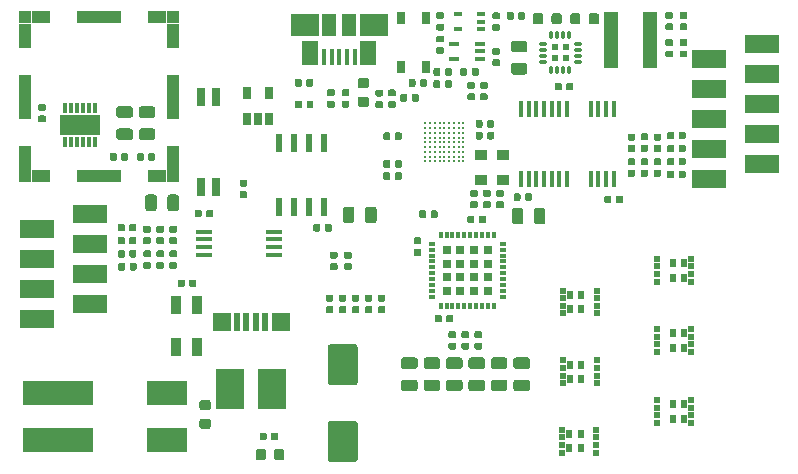
<source format=gbr>
G04 #@! TF.GenerationSoftware,KiCad,Pcbnew,5.1.5-52549c5~84~ubuntu18.04.1*
G04 #@! TF.CreationDate,2020-04-17T16:24:41+02:00*
G04 #@! TF.ProjectId,board,626f6172-642e-46b6-9963-61645f706362,rev?*
G04 #@! TF.SameCoordinates,Original*
G04 #@! TF.FileFunction,Paste,Top*
G04 #@! TF.FilePolarity,Positive*
%FSLAX46Y46*%
G04 Gerber Fmt 4.6, Leading zero omitted, Abs format (unit mm)*
G04 Created by KiCad (PCBNEW 5.1.5-52549c5~84~ubuntu18.04.1) date 2020-04-17 16:24:41*
%MOMM*%
%LPD*%
G04 APERTURE LIST*
%ADD10C,0.025400*%
%ADD11R,0.700000X0.400000*%
%ADD12C,0.100000*%
%ADD13R,0.450000X1.450000*%
%ADD14R,1.180000X4.700000*%
%ADD15R,1.000000X1.000000*%
%ADD16R,1.650000X1.000000*%
%ADD17R,3.800000X1.000000*%
%ADD18R,1.000000X2.130000*%
%ADD19R,1.000000X3.800000*%
%ADD20R,3.000000X1.500000*%
%ADD21R,0.690000X0.690000*%
%ADD22R,0.500000X0.300000*%
%ADD23R,0.300000X0.500000*%
%ADD24R,0.570000X0.738000*%
%ADD25R,0.630000X0.500000*%
%ADD26R,0.304800X0.812800*%
%ADD27R,3.403600X1.803400*%
%ADD28O,0.300000X0.750000*%
%ADD29O,0.750000X0.300000*%
%ADD30R,0.540000X0.540000*%
%ADD31R,3.500000X2.000000*%
%ADD32R,6.000000X2.000000*%
%ADD33R,0.850000X1.600000*%
%ADD34R,1.500000X1.600000*%
%ADD35R,0.500000X1.600000*%
%ADD36R,2.400000X3.480000*%
%ADD37R,0.650000X1.060000*%
%ADD38R,1.450000X0.450000*%
%ADD39R,0.450000X1.380000*%
%ADD40R,1.475000X2.100000*%
%ADD41R,2.375000X1.900000*%
%ADD42R,1.175000X1.900000*%
%ADD43R,0.600000X1.550000*%
%ADD44R,0.650000X1.050000*%
%ADD45R,0.950000X0.450000*%
%ADD46R,1.000000X0.900000*%
%ADD47R,0.760000X1.600000*%
%ADD48C,0.200000*%
G04 APERTURE END LIST*
D10*
G36*
X96898200Y-110771700D02*
G01*
X98400000Y-110771700D01*
X98400000Y-109168300D01*
X96898200Y-109168300D01*
X96898200Y-110771700D01*
G37*
X96898200Y-110771700D02*
X98400000Y-110771700D01*
X98400000Y-109168300D01*
X96898200Y-109168300D01*
X96898200Y-110771700D01*
G36*
X98600000Y-110771700D02*
G01*
X100101800Y-110771700D01*
X100101800Y-109168300D01*
X98600000Y-109168300D01*
X98600000Y-110771700D01*
G37*
X98600000Y-110771700D02*
X100101800Y-110771700D01*
X100101800Y-109168300D01*
X98600000Y-109168300D01*
X98600000Y-110771700D01*
D11*
X130550000Y-101900000D03*
X130550000Y-100600000D03*
X132450000Y-100600000D03*
X132450000Y-101250000D03*
X132450000Y-101900000D03*
X130550000Y-101900000D03*
X130550000Y-100600000D03*
X132450000Y-100600000D03*
X132450000Y-101250000D03*
X132450000Y-101900000D03*
X130550000Y-101900000D03*
X130550000Y-100600000D03*
X132450000Y-100600000D03*
X132450000Y-101250000D03*
X132450000Y-101900000D03*
D12*
G36*
X102767142Y-108416174D02*
G01*
X102790803Y-108419684D01*
X102814007Y-108425496D01*
X102836529Y-108433554D01*
X102858153Y-108443782D01*
X102878670Y-108456079D01*
X102897883Y-108470329D01*
X102915607Y-108486393D01*
X102931671Y-108504117D01*
X102945921Y-108523330D01*
X102958218Y-108543847D01*
X102968446Y-108565471D01*
X102976504Y-108587993D01*
X102982316Y-108611197D01*
X102985826Y-108634858D01*
X102987000Y-108658750D01*
X102987000Y-109146250D01*
X102985826Y-109170142D01*
X102982316Y-109193803D01*
X102976504Y-109217007D01*
X102968446Y-109239529D01*
X102958218Y-109261153D01*
X102945921Y-109281670D01*
X102931671Y-109300883D01*
X102915607Y-109318607D01*
X102897883Y-109334671D01*
X102878670Y-109348921D01*
X102858153Y-109361218D01*
X102836529Y-109371446D01*
X102814007Y-109379504D01*
X102790803Y-109385316D01*
X102767142Y-109388826D01*
X102743250Y-109390000D01*
X101830750Y-109390000D01*
X101806858Y-109388826D01*
X101783197Y-109385316D01*
X101759993Y-109379504D01*
X101737471Y-109371446D01*
X101715847Y-109361218D01*
X101695330Y-109348921D01*
X101676117Y-109334671D01*
X101658393Y-109318607D01*
X101642329Y-109300883D01*
X101628079Y-109281670D01*
X101615782Y-109261153D01*
X101605554Y-109239529D01*
X101597496Y-109217007D01*
X101591684Y-109193803D01*
X101588174Y-109170142D01*
X101587000Y-109146250D01*
X101587000Y-108658750D01*
X101588174Y-108634858D01*
X101591684Y-108611197D01*
X101597496Y-108587993D01*
X101605554Y-108565471D01*
X101615782Y-108543847D01*
X101628079Y-108523330D01*
X101642329Y-108504117D01*
X101658393Y-108486393D01*
X101676117Y-108470329D01*
X101695330Y-108456079D01*
X101715847Y-108443782D01*
X101737471Y-108433554D01*
X101759993Y-108425496D01*
X101783197Y-108419684D01*
X101806858Y-108416174D01*
X101830750Y-108415000D01*
X102743250Y-108415000D01*
X102767142Y-108416174D01*
G37*
G36*
X102767142Y-110291174D02*
G01*
X102790803Y-110294684D01*
X102814007Y-110300496D01*
X102836529Y-110308554D01*
X102858153Y-110318782D01*
X102878670Y-110331079D01*
X102897883Y-110345329D01*
X102915607Y-110361393D01*
X102931671Y-110379117D01*
X102945921Y-110398330D01*
X102958218Y-110418847D01*
X102968446Y-110440471D01*
X102976504Y-110462993D01*
X102982316Y-110486197D01*
X102985826Y-110509858D01*
X102987000Y-110533750D01*
X102987000Y-111021250D01*
X102985826Y-111045142D01*
X102982316Y-111068803D01*
X102976504Y-111092007D01*
X102968446Y-111114529D01*
X102958218Y-111136153D01*
X102945921Y-111156670D01*
X102931671Y-111175883D01*
X102915607Y-111193607D01*
X102897883Y-111209671D01*
X102878670Y-111223921D01*
X102858153Y-111236218D01*
X102836529Y-111246446D01*
X102814007Y-111254504D01*
X102790803Y-111260316D01*
X102767142Y-111263826D01*
X102743250Y-111265000D01*
X101830750Y-111265000D01*
X101806858Y-111263826D01*
X101783197Y-111260316D01*
X101759993Y-111254504D01*
X101737471Y-111246446D01*
X101715847Y-111236218D01*
X101695330Y-111223921D01*
X101676117Y-111209671D01*
X101658393Y-111193607D01*
X101642329Y-111175883D01*
X101628079Y-111156670D01*
X101615782Y-111136153D01*
X101605554Y-111114529D01*
X101597496Y-111092007D01*
X101591684Y-111068803D01*
X101588174Y-111045142D01*
X101587000Y-111021250D01*
X101587000Y-110533750D01*
X101588174Y-110509858D01*
X101591684Y-110486197D01*
X101597496Y-110462993D01*
X101605554Y-110440471D01*
X101615782Y-110418847D01*
X101628079Y-110398330D01*
X101642329Y-110379117D01*
X101658393Y-110361393D01*
X101676117Y-110345329D01*
X101695330Y-110331079D01*
X101715847Y-110318782D01*
X101737471Y-110308554D01*
X101759993Y-110300496D01*
X101783197Y-110294684D01*
X101806858Y-110291174D01*
X101830750Y-110290000D01*
X102743250Y-110290000D01*
X102767142Y-110291174D01*
G37*
D13*
X139750000Y-108650000D03*
X139100000Y-108650000D03*
X138450000Y-108650000D03*
X137800000Y-108650000D03*
X137150000Y-108650000D03*
X136500000Y-108650000D03*
X135850000Y-108650000D03*
X135850000Y-114550000D03*
X136500000Y-114550000D03*
X137150000Y-114550000D03*
X137800000Y-114550000D03*
X138450000Y-114550000D03*
X139100000Y-114550000D03*
X139750000Y-114550000D03*
D14*
X146805000Y-102770000D03*
X143495000Y-102770000D03*
D15*
X93850000Y-100870000D03*
X106350000Y-100870000D03*
X106350000Y-114330000D03*
X93850000Y-114330000D03*
D16*
X95175000Y-100870000D03*
X95175000Y-114330000D03*
D17*
X100100000Y-100870000D03*
X100100000Y-114330000D03*
D16*
X105025000Y-100870000D03*
X105025000Y-114330000D03*
D18*
X93850000Y-102435000D03*
X106350000Y-102435000D03*
D19*
X93850000Y-107600000D03*
X106350000Y-107600000D03*
D18*
X93850000Y-112765000D03*
X106350000Y-112765000D03*
D20*
X99380000Y-117525000D03*
X99380000Y-120065000D03*
X99380000Y-122605000D03*
X99380000Y-125145000D03*
X94880000Y-118795000D03*
X94880000Y-121335000D03*
X94880000Y-123875000D03*
X94880000Y-126415000D03*
D12*
G36*
X104672142Y-108416174D02*
G01*
X104695803Y-108419684D01*
X104719007Y-108425496D01*
X104741529Y-108433554D01*
X104763153Y-108443782D01*
X104783670Y-108456079D01*
X104802883Y-108470329D01*
X104820607Y-108486393D01*
X104836671Y-108504117D01*
X104850921Y-108523330D01*
X104863218Y-108543847D01*
X104873446Y-108565471D01*
X104881504Y-108587993D01*
X104887316Y-108611197D01*
X104890826Y-108634858D01*
X104892000Y-108658750D01*
X104892000Y-109146250D01*
X104890826Y-109170142D01*
X104887316Y-109193803D01*
X104881504Y-109217007D01*
X104873446Y-109239529D01*
X104863218Y-109261153D01*
X104850921Y-109281670D01*
X104836671Y-109300883D01*
X104820607Y-109318607D01*
X104802883Y-109334671D01*
X104783670Y-109348921D01*
X104763153Y-109361218D01*
X104741529Y-109371446D01*
X104719007Y-109379504D01*
X104695803Y-109385316D01*
X104672142Y-109388826D01*
X104648250Y-109390000D01*
X103735750Y-109390000D01*
X103711858Y-109388826D01*
X103688197Y-109385316D01*
X103664993Y-109379504D01*
X103642471Y-109371446D01*
X103620847Y-109361218D01*
X103600330Y-109348921D01*
X103581117Y-109334671D01*
X103563393Y-109318607D01*
X103547329Y-109300883D01*
X103533079Y-109281670D01*
X103520782Y-109261153D01*
X103510554Y-109239529D01*
X103502496Y-109217007D01*
X103496684Y-109193803D01*
X103493174Y-109170142D01*
X103492000Y-109146250D01*
X103492000Y-108658750D01*
X103493174Y-108634858D01*
X103496684Y-108611197D01*
X103502496Y-108587993D01*
X103510554Y-108565471D01*
X103520782Y-108543847D01*
X103533079Y-108523330D01*
X103547329Y-108504117D01*
X103563393Y-108486393D01*
X103581117Y-108470329D01*
X103600330Y-108456079D01*
X103620847Y-108443782D01*
X103642471Y-108433554D01*
X103664993Y-108425496D01*
X103688197Y-108419684D01*
X103711858Y-108416174D01*
X103735750Y-108415000D01*
X104648250Y-108415000D01*
X104672142Y-108416174D01*
G37*
G36*
X104672142Y-110291174D02*
G01*
X104695803Y-110294684D01*
X104719007Y-110300496D01*
X104741529Y-110308554D01*
X104763153Y-110318782D01*
X104783670Y-110331079D01*
X104802883Y-110345329D01*
X104820607Y-110361393D01*
X104836671Y-110379117D01*
X104850921Y-110398330D01*
X104863218Y-110418847D01*
X104873446Y-110440471D01*
X104881504Y-110462993D01*
X104887316Y-110486197D01*
X104890826Y-110509858D01*
X104892000Y-110533750D01*
X104892000Y-111021250D01*
X104890826Y-111045142D01*
X104887316Y-111068803D01*
X104881504Y-111092007D01*
X104873446Y-111114529D01*
X104863218Y-111136153D01*
X104850921Y-111156670D01*
X104836671Y-111175883D01*
X104820607Y-111193607D01*
X104802883Y-111209671D01*
X104783670Y-111223921D01*
X104763153Y-111236218D01*
X104741529Y-111246446D01*
X104719007Y-111254504D01*
X104695803Y-111260316D01*
X104672142Y-111263826D01*
X104648250Y-111265000D01*
X103735750Y-111265000D01*
X103711858Y-111263826D01*
X103688197Y-111260316D01*
X103664993Y-111254504D01*
X103642471Y-111246446D01*
X103620847Y-111236218D01*
X103600330Y-111223921D01*
X103581117Y-111209671D01*
X103563393Y-111193607D01*
X103547329Y-111175883D01*
X103533079Y-111156670D01*
X103520782Y-111136153D01*
X103510554Y-111114529D01*
X103502496Y-111092007D01*
X103496684Y-111068803D01*
X103493174Y-111045142D01*
X103492000Y-111021250D01*
X103492000Y-110533750D01*
X103493174Y-110509858D01*
X103496684Y-110486197D01*
X103502496Y-110462993D01*
X103510554Y-110440471D01*
X103520782Y-110418847D01*
X103533079Y-110398330D01*
X103547329Y-110379117D01*
X103563393Y-110361393D01*
X103581117Y-110345329D01*
X103600330Y-110331079D01*
X103620847Y-110318782D01*
X103642471Y-110308554D01*
X103664993Y-110300496D01*
X103688197Y-110294684D01*
X103711858Y-110291174D01*
X103735750Y-110290000D01*
X104648250Y-110290000D01*
X104672142Y-110291174D01*
G37*
G36*
X137705142Y-117001174D02*
G01*
X137728803Y-117004684D01*
X137752007Y-117010496D01*
X137774529Y-117018554D01*
X137796153Y-117028782D01*
X137816670Y-117041079D01*
X137835883Y-117055329D01*
X137853607Y-117071393D01*
X137869671Y-117089117D01*
X137883921Y-117108330D01*
X137896218Y-117128847D01*
X137906446Y-117150471D01*
X137914504Y-117172993D01*
X137920316Y-117196197D01*
X137923826Y-117219858D01*
X137925000Y-117243750D01*
X137925000Y-118156250D01*
X137923826Y-118180142D01*
X137920316Y-118203803D01*
X137914504Y-118227007D01*
X137906446Y-118249529D01*
X137896218Y-118271153D01*
X137883921Y-118291670D01*
X137869671Y-118310883D01*
X137853607Y-118328607D01*
X137835883Y-118344671D01*
X137816670Y-118358921D01*
X137796153Y-118371218D01*
X137774529Y-118381446D01*
X137752007Y-118389504D01*
X137728803Y-118395316D01*
X137705142Y-118398826D01*
X137681250Y-118400000D01*
X137193750Y-118400000D01*
X137169858Y-118398826D01*
X137146197Y-118395316D01*
X137122993Y-118389504D01*
X137100471Y-118381446D01*
X137078847Y-118371218D01*
X137058330Y-118358921D01*
X137039117Y-118344671D01*
X137021393Y-118328607D01*
X137005329Y-118310883D01*
X136991079Y-118291670D01*
X136978782Y-118271153D01*
X136968554Y-118249529D01*
X136960496Y-118227007D01*
X136954684Y-118203803D01*
X136951174Y-118180142D01*
X136950000Y-118156250D01*
X136950000Y-117243750D01*
X136951174Y-117219858D01*
X136954684Y-117196197D01*
X136960496Y-117172993D01*
X136968554Y-117150471D01*
X136978782Y-117128847D01*
X136991079Y-117108330D01*
X137005329Y-117089117D01*
X137021393Y-117071393D01*
X137039117Y-117055329D01*
X137058330Y-117041079D01*
X137078847Y-117028782D01*
X137100471Y-117018554D01*
X137122993Y-117010496D01*
X137146197Y-117004684D01*
X137169858Y-117001174D01*
X137193750Y-117000000D01*
X137681250Y-117000000D01*
X137705142Y-117001174D01*
G37*
G36*
X135830142Y-117001174D02*
G01*
X135853803Y-117004684D01*
X135877007Y-117010496D01*
X135899529Y-117018554D01*
X135921153Y-117028782D01*
X135941670Y-117041079D01*
X135960883Y-117055329D01*
X135978607Y-117071393D01*
X135994671Y-117089117D01*
X136008921Y-117108330D01*
X136021218Y-117128847D01*
X136031446Y-117150471D01*
X136039504Y-117172993D01*
X136045316Y-117196197D01*
X136048826Y-117219858D01*
X136050000Y-117243750D01*
X136050000Y-118156250D01*
X136048826Y-118180142D01*
X136045316Y-118203803D01*
X136039504Y-118227007D01*
X136031446Y-118249529D01*
X136021218Y-118271153D01*
X136008921Y-118291670D01*
X135994671Y-118310883D01*
X135978607Y-118328607D01*
X135960883Y-118344671D01*
X135941670Y-118358921D01*
X135921153Y-118371218D01*
X135899529Y-118381446D01*
X135877007Y-118389504D01*
X135853803Y-118395316D01*
X135830142Y-118398826D01*
X135806250Y-118400000D01*
X135318750Y-118400000D01*
X135294858Y-118398826D01*
X135271197Y-118395316D01*
X135247993Y-118389504D01*
X135225471Y-118381446D01*
X135203847Y-118371218D01*
X135183330Y-118358921D01*
X135164117Y-118344671D01*
X135146393Y-118328607D01*
X135130329Y-118310883D01*
X135116079Y-118291670D01*
X135103782Y-118271153D01*
X135093554Y-118249529D01*
X135085496Y-118227007D01*
X135079684Y-118203803D01*
X135076174Y-118180142D01*
X135075000Y-118156250D01*
X135075000Y-117243750D01*
X135076174Y-117219858D01*
X135079684Y-117196197D01*
X135085496Y-117172993D01*
X135093554Y-117150471D01*
X135103782Y-117128847D01*
X135116079Y-117108330D01*
X135130329Y-117089117D01*
X135146393Y-117071393D01*
X135164117Y-117055329D01*
X135183330Y-117041079D01*
X135203847Y-117028782D01*
X135225471Y-117018554D01*
X135247993Y-117010496D01*
X135271197Y-117004684D01*
X135294858Y-117001174D01*
X135318750Y-117000000D01*
X135806250Y-117000000D01*
X135830142Y-117001174D01*
G37*
D21*
X129575000Y-124025000D03*
X130725000Y-124025000D03*
X131875000Y-124025000D03*
X133025000Y-124025000D03*
X129575000Y-122875000D03*
X130725000Y-122875000D03*
X131875000Y-122875000D03*
X133025000Y-122875000D03*
X129575000Y-121725000D03*
X130725000Y-121725000D03*
X131875000Y-121725000D03*
X133025000Y-121725000D03*
X129575000Y-120575000D03*
X130725000Y-120575000D03*
X131875000Y-120575000D03*
X133025000Y-120575000D03*
D22*
X128300000Y-124550000D03*
X128300000Y-124050000D03*
X128300000Y-123550000D03*
X128300000Y-123050000D03*
X128300000Y-122550000D03*
X128300000Y-122050000D03*
X128300000Y-121550000D03*
X128300000Y-121050000D03*
X128300000Y-120550000D03*
X128300000Y-120050000D03*
D23*
X129050000Y-119300000D03*
X129550000Y-119300000D03*
X130050000Y-119300000D03*
X130550000Y-119300000D03*
X131050000Y-119300000D03*
X131550000Y-119300000D03*
X132050000Y-119300000D03*
X132550000Y-119300000D03*
X133050000Y-119300000D03*
X133550000Y-119300000D03*
D22*
X134300000Y-120050000D03*
X134300000Y-120550000D03*
X134300000Y-121050000D03*
X134300000Y-121550000D03*
X134300000Y-122050000D03*
X134300000Y-122550000D03*
X134300000Y-123050000D03*
X134300000Y-123550000D03*
X134300000Y-124050000D03*
X134300000Y-124550000D03*
D23*
X133550000Y-125300000D03*
X133050000Y-125300000D03*
X132550000Y-125300000D03*
X132050000Y-125300000D03*
X131550000Y-125300000D03*
X131050000Y-125300000D03*
X130550000Y-125300000D03*
X130050000Y-125300000D03*
X129550000Y-125300000D03*
X129050000Y-125300000D03*
D12*
G36*
X121530142Y-116901174D02*
G01*
X121553803Y-116904684D01*
X121577007Y-116910496D01*
X121599529Y-116918554D01*
X121621153Y-116928782D01*
X121641670Y-116941079D01*
X121660883Y-116955329D01*
X121678607Y-116971393D01*
X121694671Y-116989117D01*
X121708921Y-117008330D01*
X121721218Y-117028847D01*
X121731446Y-117050471D01*
X121739504Y-117072993D01*
X121745316Y-117096197D01*
X121748826Y-117119858D01*
X121750000Y-117143750D01*
X121750000Y-118056250D01*
X121748826Y-118080142D01*
X121745316Y-118103803D01*
X121739504Y-118127007D01*
X121731446Y-118149529D01*
X121721218Y-118171153D01*
X121708921Y-118191670D01*
X121694671Y-118210883D01*
X121678607Y-118228607D01*
X121660883Y-118244671D01*
X121641670Y-118258921D01*
X121621153Y-118271218D01*
X121599529Y-118281446D01*
X121577007Y-118289504D01*
X121553803Y-118295316D01*
X121530142Y-118298826D01*
X121506250Y-118300000D01*
X121018750Y-118300000D01*
X120994858Y-118298826D01*
X120971197Y-118295316D01*
X120947993Y-118289504D01*
X120925471Y-118281446D01*
X120903847Y-118271218D01*
X120883330Y-118258921D01*
X120864117Y-118244671D01*
X120846393Y-118228607D01*
X120830329Y-118210883D01*
X120816079Y-118191670D01*
X120803782Y-118171153D01*
X120793554Y-118149529D01*
X120785496Y-118127007D01*
X120779684Y-118103803D01*
X120776174Y-118080142D01*
X120775000Y-118056250D01*
X120775000Y-117143750D01*
X120776174Y-117119858D01*
X120779684Y-117096197D01*
X120785496Y-117072993D01*
X120793554Y-117050471D01*
X120803782Y-117028847D01*
X120816079Y-117008330D01*
X120830329Y-116989117D01*
X120846393Y-116971393D01*
X120864117Y-116955329D01*
X120883330Y-116941079D01*
X120903847Y-116928782D01*
X120925471Y-116918554D01*
X120947993Y-116910496D01*
X120971197Y-116904684D01*
X120994858Y-116901174D01*
X121018750Y-116900000D01*
X121506250Y-116900000D01*
X121530142Y-116901174D01*
G37*
G36*
X123405142Y-116901174D02*
G01*
X123428803Y-116904684D01*
X123452007Y-116910496D01*
X123474529Y-116918554D01*
X123496153Y-116928782D01*
X123516670Y-116941079D01*
X123535883Y-116955329D01*
X123553607Y-116971393D01*
X123569671Y-116989117D01*
X123583921Y-117008330D01*
X123596218Y-117028847D01*
X123606446Y-117050471D01*
X123614504Y-117072993D01*
X123620316Y-117096197D01*
X123623826Y-117119858D01*
X123625000Y-117143750D01*
X123625000Y-118056250D01*
X123623826Y-118080142D01*
X123620316Y-118103803D01*
X123614504Y-118127007D01*
X123606446Y-118149529D01*
X123596218Y-118171153D01*
X123583921Y-118191670D01*
X123569671Y-118210883D01*
X123553607Y-118228607D01*
X123535883Y-118244671D01*
X123516670Y-118258921D01*
X123496153Y-118271218D01*
X123474529Y-118281446D01*
X123452007Y-118289504D01*
X123428803Y-118295316D01*
X123405142Y-118298826D01*
X123381250Y-118300000D01*
X122893750Y-118300000D01*
X122869858Y-118298826D01*
X122846197Y-118295316D01*
X122822993Y-118289504D01*
X122800471Y-118281446D01*
X122778847Y-118271218D01*
X122758330Y-118258921D01*
X122739117Y-118244671D01*
X122721393Y-118228607D01*
X122705329Y-118210883D01*
X122691079Y-118191670D01*
X122678782Y-118171153D01*
X122668554Y-118149529D01*
X122660496Y-118127007D01*
X122654684Y-118103803D01*
X122651174Y-118080142D01*
X122650000Y-118056250D01*
X122650000Y-117143750D01*
X122651174Y-117119858D01*
X122654684Y-117096197D01*
X122660496Y-117072993D01*
X122668554Y-117050471D01*
X122678782Y-117028847D01*
X122691079Y-117008330D01*
X122705329Y-116989117D01*
X122721393Y-116971393D01*
X122739117Y-116955329D01*
X122758330Y-116941079D01*
X122778847Y-116928782D01*
X122800471Y-116918554D01*
X122822993Y-116910496D01*
X122846197Y-116904684D01*
X122869858Y-116901174D01*
X122893750Y-116900000D01*
X123381250Y-116900000D01*
X123405142Y-116901174D01*
G37*
D13*
X143695000Y-108640000D03*
X143045000Y-108640000D03*
X142395000Y-108640000D03*
X141745000Y-108640000D03*
X141745000Y-114540000D03*
X142395000Y-114540000D03*
X143045000Y-114540000D03*
X143695000Y-114540000D03*
D24*
X140940000Y-131510000D03*
X140940000Y-130290000D03*
X139990000Y-131510000D03*
X139990000Y-130290000D03*
D25*
X139410000Y-131870000D03*
X139410000Y-131230000D03*
X139410000Y-130570000D03*
X139410000Y-129930000D03*
X142290000Y-129930000D03*
X142290000Y-130570000D03*
X142290000Y-131230000D03*
X142290000Y-131870000D03*
D26*
X97250000Y-111417800D03*
X97750000Y-111417800D03*
X98250000Y-111417800D03*
X98750000Y-111417800D03*
X99250000Y-111417800D03*
X99750000Y-111417800D03*
X99750000Y-108522200D03*
X99250000Y-108522200D03*
X98750000Y-108522200D03*
X98250000Y-108522200D03*
X97750000Y-108522200D03*
X97250000Y-108522200D03*
D27*
X98500000Y-109970000D03*
D12*
G36*
X120186958Y-120720710D02*
G01*
X120201276Y-120722834D01*
X120215317Y-120726351D01*
X120228946Y-120731228D01*
X120242031Y-120737417D01*
X120254447Y-120744858D01*
X120266073Y-120753481D01*
X120276798Y-120763202D01*
X120286519Y-120773927D01*
X120295142Y-120785553D01*
X120302583Y-120797969D01*
X120308772Y-120811054D01*
X120313649Y-120824683D01*
X120317166Y-120838724D01*
X120319290Y-120853042D01*
X120320000Y-120867500D01*
X120320000Y-121162500D01*
X120319290Y-121176958D01*
X120317166Y-121191276D01*
X120313649Y-121205317D01*
X120308772Y-121218946D01*
X120302583Y-121232031D01*
X120295142Y-121244447D01*
X120286519Y-121256073D01*
X120276798Y-121266798D01*
X120266073Y-121276519D01*
X120254447Y-121285142D01*
X120242031Y-121292583D01*
X120228946Y-121298772D01*
X120215317Y-121303649D01*
X120201276Y-121307166D01*
X120186958Y-121309290D01*
X120172500Y-121310000D01*
X119827500Y-121310000D01*
X119813042Y-121309290D01*
X119798724Y-121307166D01*
X119784683Y-121303649D01*
X119771054Y-121298772D01*
X119757969Y-121292583D01*
X119745553Y-121285142D01*
X119733927Y-121276519D01*
X119723202Y-121266798D01*
X119713481Y-121256073D01*
X119704858Y-121244447D01*
X119697417Y-121232031D01*
X119691228Y-121218946D01*
X119686351Y-121205317D01*
X119682834Y-121191276D01*
X119680710Y-121176958D01*
X119680000Y-121162500D01*
X119680000Y-120867500D01*
X119680710Y-120853042D01*
X119682834Y-120838724D01*
X119686351Y-120824683D01*
X119691228Y-120811054D01*
X119697417Y-120797969D01*
X119704858Y-120785553D01*
X119713481Y-120773927D01*
X119723202Y-120763202D01*
X119733927Y-120753481D01*
X119745553Y-120744858D01*
X119757969Y-120737417D01*
X119771054Y-120731228D01*
X119784683Y-120726351D01*
X119798724Y-120722834D01*
X119813042Y-120720710D01*
X119827500Y-120720000D01*
X120172500Y-120720000D01*
X120186958Y-120720710D01*
G37*
G36*
X120186958Y-121690710D02*
G01*
X120201276Y-121692834D01*
X120215317Y-121696351D01*
X120228946Y-121701228D01*
X120242031Y-121707417D01*
X120254447Y-121714858D01*
X120266073Y-121723481D01*
X120276798Y-121733202D01*
X120286519Y-121743927D01*
X120295142Y-121755553D01*
X120302583Y-121767969D01*
X120308772Y-121781054D01*
X120313649Y-121794683D01*
X120317166Y-121808724D01*
X120319290Y-121823042D01*
X120320000Y-121837500D01*
X120320000Y-122132500D01*
X120319290Y-122146958D01*
X120317166Y-122161276D01*
X120313649Y-122175317D01*
X120308772Y-122188946D01*
X120302583Y-122202031D01*
X120295142Y-122214447D01*
X120286519Y-122226073D01*
X120276798Y-122236798D01*
X120266073Y-122246519D01*
X120254447Y-122255142D01*
X120242031Y-122262583D01*
X120228946Y-122268772D01*
X120215317Y-122273649D01*
X120201276Y-122277166D01*
X120186958Y-122279290D01*
X120172500Y-122280000D01*
X119827500Y-122280000D01*
X119813042Y-122279290D01*
X119798724Y-122277166D01*
X119784683Y-122273649D01*
X119771054Y-122268772D01*
X119757969Y-122262583D01*
X119745553Y-122255142D01*
X119733927Y-122246519D01*
X119723202Y-122236798D01*
X119713481Y-122226073D01*
X119704858Y-122214447D01*
X119697417Y-122202031D01*
X119691228Y-122188946D01*
X119686351Y-122175317D01*
X119682834Y-122161276D01*
X119680710Y-122146958D01*
X119680000Y-122132500D01*
X119680000Y-121837500D01*
X119680710Y-121823042D01*
X119682834Y-121808724D01*
X119686351Y-121794683D01*
X119691228Y-121781054D01*
X119697417Y-121767969D01*
X119704858Y-121755553D01*
X119713481Y-121743927D01*
X119723202Y-121733202D01*
X119733927Y-121723481D01*
X119745553Y-121714858D01*
X119757969Y-121707417D01*
X119771054Y-121701228D01*
X119784683Y-121696351D01*
X119798724Y-121692834D01*
X119813042Y-121690710D01*
X119827500Y-121690000D01*
X120172500Y-121690000D01*
X120186958Y-121690710D01*
G37*
G36*
X102446958Y-112380710D02*
G01*
X102461276Y-112382834D01*
X102475317Y-112386351D01*
X102488946Y-112391228D01*
X102502031Y-112397417D01*
X102514447Y-112404858D01*
X102526073Y-112413481D01*
X102536798Y-112423202D01*
X102546519Y-112433927D01*
X102555142Y-112445553D01*
X102562583Y-112457969D01*
X102568772Y-112471054D01*
X102573649Y-112484683D01*
X102577166Y-112498724D01*
X102579290Y-112513042D01*
X102580000Y-112527500D01*
X102580000Y-112872500D01*
X102579290Y-112886958D01*
X102577166Y-112901276D01*
X102573649Y-112915317D01*
X102568772Y-112928946D01*
X102562583Y-112942031D01*
X102555142Y-112954447D01*
X102546519Y-112966073D01*
X102536798Y-112976798D01*
X102526073Y-112986519D01*
X102514447Y-112995142D01*
X102502031Y-113002583D01*
X102488946Y-113008772D01*
X102475317Y-113013649D01*
X102461276Y-113017166D01*
X102446958Y-113019290D01*
X102432500Y-113020000D01*
X102137500Y-113020000D01*
X102123042Y-113019290D01*
X102108724Y-113017166D01*
X102094683Y-113013649D01*
X102081054Y-113008772D01*
X102067969Y-113002583D01*
X102055553Y-112995142D01*
X102043927Y-112986519D01*
X102033202Y-112976798D01*
X102023481Y-112966073D01*
X102014858Y-112954447D01*
X102007417Y-112942031D01*
X102001228Y-112928946D01*
X101996351Y-112915317D01*
X101992834Y-112901276D01*
X101990710Y-112886958D01*
X101990000Y-112872500D01*
X101990000Y-112527500D01*
X101990710Y-112513042D01*
X101992834Y-112498724D01*
X101996351Y-112484683D01*
X102001228Y-112471054D01*
X102007417Y-112457969D01*
X102014858Y-112445553D01*
X102023481Y-112433927D01*
X102033202Y-112423202D01*
X102043927Y-112413481D01*
X102055553Y-112404858D01*
X102067969Y-112397417D01*
X102081054Y-112391228D01*
X102094683Y-112386351D01*
X102108724Y-112382834D01*
X102123042Y-112380710D01*
X102137500Y-112380000D01*
X102432500Y-112380000D01*
X102446958Y-112380710D01*
G37*
G36*
X101476958Y-112380710D02*
G01*
X101491276Y-112382834D01*
X101505317Y-112386351D01*
X101518946Y-112391228D01*
X101532031Y-112397417D01*
X101544447Y-112404858D01*
X101556073Y-112413481D01*
X101566798Y-112423202D01*
X101576519Y-112433927D01*
X101585142Y-112445553D01*
X101592583Y-112457969D01*
X101598772Y-112471054D01*
X101603649Y-112484683D01*
X101607166Y-112498724D01*
X101609290Y-112513042D01*
X101610000Y-112527500D01*
X101610000Y-112872500D01*
X101609290Y-112886958D01*
X101607166Y-112901276D01*
X101603649Y-112915317D01*
X101598772Y-112928946D01*
X101592583Y-112942031D01*
X101585142Y-112954447D01*
X101576519Y-112966073D01*
X101566798Y-112976798D01*
X101556073Y-112986519D01*
X101544447Y-112995142D01*
X101532031Y-113002583D01*
X101518946Y-113008772D01*
X101505317Y-113013649D01*
X101491276Y-113017166D01*
X101476958Y-113019290D01*
X101462500Y-113020000D01*
X101167500Y-113020000D01*
X101153042Y-113019290D01*
X101138724Y-113017166D01*
X101124683Y-113013649D01*
X101111054Y-113008772D01*
X101097969Y-113002583D01*
X101085553Y-112995142D01*
X101073927Y-112986519D01*
X101063202Y-112976798D01*
X101053481Y-112966073D01*
X101044858Y-112954447D01*
X101037417Y-112942031D01*
X101031228Y-112928946D01*
X101026351Y-112915317D01*
X101022834Y-112901276D01*
X101020710Y-112886958D01*
X101020000Y-112872500D01*
X101020000Y-112527500D01*
X101020710Y-112513042D01*
X101022834Y-112498724D01*
X101026351Y-112484683D01*
X101031228Y-112471054D01*
X101037417Y-112457969D01*
X101044858Y-112445553D01*
X101053481Y-112433927D01*
X101063202Y-112423202D01*
X101073927Y-112413481D01*
X101085553Y-112404858D01*
X101097969Y-112397417D01*
X101111054Y-112391228D01*
X101124683Y-112386351D01*
X101138724Y-112382834D01*
X101153042Y-112380710D01*
X101167500Y-112380000D01*
X101462500Y-112380000D01*
X101476958Y-112380710D01*
G37*
G36*
X95486958Y-109190710D02*
G01*
X95501276Y-109192834D01*
X95515317Y-109196351D01*
X95528946Y-109201228D01*
X95542031Y-109207417D01*
X95554447Y-109214858D01*
X95566073Y-109223481D01*
X95576798Y-109233202D01*
X95586519Y-109243927D01*
X95595142Y-109255553D01*
X95602583Y-109267969D01*
X95608772Y-109281054D01*
X95613649Y-109294683D01*
X95617166Y-109308724D01*
X95619290Y-109323042D01*
X95620000Y-109337500D01*
X95620000Y-109632500D01*
X95619290Y-109646958D01*
X95617166Y-109661276D01*
X95613649Y-109675317D01*
X95608772Y-109688946D01*
X95602583Y-109702031D01*
X95595142Y-109714447D01*
X95586519Y-109726073D01*
X95576798Y-109736798D01*
X95566073Y-109746519D01*
X95554447Y-109755142D01*
X95542031Y-109762583D01*
X95528946Y-109768772D01*
X95515317Y-109773649D01*
X95501276Y-109777166D01*
X95486958Y-109779290D01*
X95472500Y-109780000D01*
X95127500Y-109780000D01*
X95113042Y-109779290D01*
X95098724Y-109777166D01*
X95084683Y-109773649D01*
X95071054Y-109768772D01*
X95057969Y-109762583D01*
X95045553Y-109755142D01*
X95033927Y-109746519D01*
X95023202Y-109736798D01*
X95013481Y-109726073D01*
X95004858Y-109714447D01*
X94997417Y-109702031D01*
X94991228Y-109688946D01*
X94986351Y-109675317D01*
X94982834Y-109661276D01*
X94980710Y-109646958D01*
X94980000Y-109632500D01*
X94980000Y-109337500D01*
X94980710Y-109323042D01*
X94982834Y-109308724D01*
X94986351Y-109294683D01*
X94991228Y-109281054D01*
X94997417Y-109267969D01*
X95004858Y-109255553D01*
X95013481Y-109243927D01*
X95023202Y-109233202D01*
X95033927Y-109223481D01*
X95045553Y-109214858D01*
X95057969Y-109207417D01*
X95071054Y-109201228D01*
X95084683Y-109196351D01*
X95098724Y-109192834D01*
X95113042Y-109190710D01*
X95127500Y-109190000D01*
X95472500Y-109190000D01*
X95486958Y-109190710D01*
G37*
G36*
X95486958Y-108220710D02*
G01*
X95501276Y-108222834D01*
X95515317Y-108226351D01*
X95528946Y-108231228D01*
X95542031Y-108237417D01*
X95554447Y-108244858D01*
X95566073Y-108253481D01*
X95576798Y-108263202D01*
X95586519Y-108273927D01*
X95595142Y-108285553D01*
X95602583Y-108297969D01*
X95608772Y-108311054D01*
X95613649Y-108324683D01*
X95617166Y-108338724D01*
X95619290Y-108353042D01*
X95620000Y-108367500D01*
X95620000Y-108662500D01*
X95619290Y-108676958D01*
X95617166Y-108691276D01*
X95613649Y-108705317D01*
X95608772Y-108718946D01*
X95602583Y-108732031D01*
X95595142Y-108744447D01*
X95586519Y-108756073D01*
X95576798Y-108766798D01*
X95566073Y-108776519D01*
X95554447Y-108785142D01*
X95542031Y-108792583D01*
X95528946Y-108798772D01*
X95515317Y-108803649D01*
X95501276Y-108807166D01*
X95486958Y-108809290D01*
X95472500Y-108810000D01*
X95127500Y-108810000D01*
X95113042Y-108809290D01*
X95098724Y-108807166D01*
X95084683Y-108803649D01*
X95071054Y-108798772D01*
X95057969Y-108792583D01*
X95045553Y-108785142D01*
X95033927Y-108776519D01*
X95023202Y-108766798D01*
X95013481Y-108756073D01*
X95004858Y-108744447D01*
X94997417Y-108732031D01*
X94991228Y-108718946D01*
X94986351Y-108705317D01*
X94982834Y-108691276D01*
X94980710Y-108676958D01*
X94980000Y-108662500D01*
X94980000Y-108367500D01*
X94980710Y-108353042D01*
X94982834Y-108338724D01*
X94986351Y-108324683D01*
X94991228Y-108311054D01*
X94997417Y-108297969D01*
X95004858Y-108285553D01*
X95013481Y-108273927D01*
X95023202Y-108263202D01*
X95033927Y-108253481D01*
X95045553Y-108244858D01*
X95057969Y-108237417D01*
X95071054Y-108231228D01*
X95084683Y-108226351D01*
X95098724Y-108222834D01*
X95113042Y-108220710D01*
X95127500Y-108220000D01*
X95472500Y-108220000D01*
X95486958Y-108220710D01*
G37*
G36*
X128780142Y-129676174D02*
G01*
X128803803Y-129679684D01*
X128827007Y-129685496D01*
X128849529Y-129693554D01*
X128871153Y-129703782D01*
X128891670Y-129716079D01*
X128910883Y-129730329D01*
X128928607Y-129746393D01*
X128944671Y-129764117D01*
X128958921Y-129783330D01*
X128971218Y-129803847D01*
X128981446Y-129825471D01*
X128989504Y-129847993D01*
X128995316Y-129871197D01*
X128998826Y-129894858D01*
X129000000Y-129918750D01*
X129000000Y-130406250D01*
X128998826Y-130430142D01*
X128995316Y-130453803D01*
X128989504Y-130477007D01*
X128981446Y-130499529D01*
X128971218Y-130521153D01*
X128958921Y-130541670D01*
X128944671Y-130560883D01*
X128928607Y-130578607D01*
X128910883Y-130594671D01*
X128891670Y-130608921D01*
X128871153Y-130621218D01*
X128849529Y-130631446D01*
X128827007Y-130639504D01*
X128803803Y-130645316D01*
X128780142Y-130648826D01*
X128756250Y-130650000D01*
X127843750Y-130650000D01*
X127819858Y-130648826D01*
X127796197Y-130645316D01*
X127772993Y-130639504D01*
X127750471Y-130631446D01*
X127728847Y-130621218D01*
X127708330Y-130608921D01*
X127689117Y-130594671D01*
X127671393Y-130578607D01*
X127655329Y-130560883D01*
X127641079Y-130541670D01*
X127628782Y-130521153D01*
X127618554Y-130499529D01*
X127610496Y-130477007D01*
X127604684Y-130453803D01*
X127601174Y-130430142D01*
X127600000Y-130406250D01*
X127600000Y-129918750D01*
X127601174Y-129894858D01*
X127604684Y-129871197D01*
X127610496Y-129847993D01*
X127618554Y-129825471D01*
X127628782Y-129803847D01*
X127641079Y-129783330D01*
X127655329Y-129764117D01*
X127671393Y-129746393D01*
X127689117Y-129730329D01*
X127708330Y-129716079D01*
X127728847Y-129703782D01*
X127750471Y-129693554D01*
X127772993Y-129685496D01*
X127796197Y-129679684D01*
X127819858Y-129676174D01*
X127843750Y-129675000D01*
X128756250Y-129675000D01*
X128780142Y-129676174D01*
G37*
G36*
X128780142Y-131551174D02*
G01*
X128803803Y-131554684D01*
X128827007Y-131560496D01*
X128849529Y-131568554D01*
X128871153Y-131578782D01*
X128891670Y-131591079D01*
X128910883Y-131605329D01*
X128928607Y-131621393D01*
X128944671Y-131639117D01*
X128958921Y-131658330D01*
X128971218Y-131678847D01*
X128981446Y-131700471D01*
X128989504Y-131722993D01*
X128995316Y-131746197D01*
X128998826Y-131769858D01*
X129000000Y-131793750D01*
X129000000Y-132281250D01*
X128998826Y-132305142D01*
X128995316Y-132328803D01*
X128989504Y-132352007D01*
X128981446Y-132374529D01*
X128971218Y-132396153D01*
X128958921Y-132416670D01*
X128944671Y-132435883D01*
X128928607Y-132453607D01*
X128910883Y-132469671D01*
X128891670Y-132483921D01*
X128871153Y-132496218D01*
X128849529Y-132506446D01*
X128827007Y-132514504D01*
X128803803Y-132520316D01*
X128780142Y-132523826D01*
X128756250Y-132525000D01*
X127843750Y-132525000D01*
X127819858Y-132523826D01*
X127796197Y-132520316D01*
X127772993Y-132514504D01*
X127750471Y-132506446D01*
X127728847Y-132496218D01*
X127708330Y-132483921D01*
X127689117Y-132469671D01*
X127671393Y-132453607D01*
X127655329Y-132435883D01*
X127641079Y-132416670D01*
X127628782Y-132396153D01*
X127618554Y-132374529D01*
X127610496Y-132352007D01*
X127604684Y-132328803D01*
X127601174Y-132305142D01*
X127600000Y-132281250D01*
X127600000Y-131793750D01*
X127601174Y-131769858D01*
X127604684Y-131746197D01*
X127610496Y-131722993D01*
X127618554Y-131700471D01*
X127628782Y-131678847D01*
X127641079Y-131658330D01*
X127655329Y-131639117D01*
X127671393Y-131621393D01*
X127689117Y-131605329D01*
X127708330Y-131591079D01*
X127728847Y-131578782D01*
X127750471Y-131568554D01*
X127772993Y-131560496D01*
X127796197Y-131554684D01*
X127819858Y-131551174D01*
X127843750Y-131550000D01*
X128756250Y-131550000D01*
X128780142Y-131551174D01*
G37*
G36*
X104746958Y-112380710D02*
G01*
X104761276Y-112382834D01*
X104775317Y-112386351D01*
X104788946Y-112391228D01*
X104802031Y-112397417D01*
X104814447Y-112404858D01*
X104826073Y-112413481D01*
X104836798Y-112423202D01*
X104846519Y-112433927D01*
X104855142Y-112445553D01*
X104862583Y-112457969D01*
X104868772Y-112471054D01*
X104873649Y-112484683D01*
X104877166Y-112498724D01*
X104879290Y-112513042D01*
X104880000Y-112527500D01*
X104880000Y-112872500D01*
X104879290Y-112886958D01*
X104877166Y-112901276D01*
X104873649Y-112915317D01*
X104868772Y-112928946D01*
X104862583Y-112942031D01*
X104855142Y-112954447D01*
X104846519Y-112966073D01*
X104836798Y-112976798D01*
X104826073Y-112986519D01*
X104814447Y-112995142D01*
X104802031Y-113002583D01*
X104788946Y-113008772D01*
X104775317Y-113013649D01*
X104761276Y-113017166D01*
X104746958Y-113019290D01*
X104732500Y-113020000D01*
X104437500Y-113020000D01*
X104423042Y-113019290D01*
X104408724Y-113017166D01*
X104394683Y-113013649D01*
X104381054Y-113008772D01*
X104367969Y-113002583D01*
X104355553Y-112995142D01*
X104343927Y-112986519D01*
X104333202Y-112976798D01*
X104323481Y-112966073D01*
X104314858Y-112954447D01*
X104307417Y-112942031D01*
X104301228Y-112928946D01*
X104296351Y-112915317D01*
X104292834Y-112901276D01*
X104290710Y-112886958D01*
X104290000Y-112872500D01*
X104290000Y-112527500D01*
X104290710Y-112513042D01*
X104292834Y-112498724D01*
X104296351Y-112484683D01*
X104301228Y-112471054D01*
X104307417Y-112457969D01*
X104314858Y-112445553D01*
X104323481Y-112433927D01*
X104333202Y-112423202D01*
X104343927Y-112413481D01*
X104355553Y-112404858D01*
X104367969Y-112397417D01*
X104381054Y-112391228D01*
X104394683Y-112386351D01*
X104408724Y-112382834D01*
X104423042Y-112380710D01*
X104437500Y-112380000D01*
X104732500Y-112380000D01*
X104746958Y-112380710D01*
G37*
G36*
X103776958Y-112380710D02*
G01*
X103791276Y-112382834D01*
X103805317Y-112386351D01*
X103818946Y-112391228D01*
X103832031Y-112397417D01*
X103844447Y-112404858D01*
X103856073Y-112413481D01*
X103866798Y-112423202D01*
X103876519Y-112433927D01*
X103885142Y-112445553D01*
X103892583Y-112457969D01*
X103898772Y-112471054D01*
X103903649Y-112484683D01*
X103907166Y-112498724D01*
X103909290Y-112513042D01*
X103910000Y-112527500D01*
X103910000Y-112872500D01*
X103909290Y-112886958D01*
X103907166Y-112901276D01*
X103903649Y-112915317D01*
X103898772Y-112928946D01*
X103892583Y-112942031D01*
X103885142Y-112954447D01*
X103876519Y-112966073D01*
X103866798Y-112976798D01*
X103856073Y-112986519D01*
X103844447Y-112995142D01*
X103832031Y-113002583D01*
X103818946Y-113008772D01*
X103805317Y-113013649D01*
X103791276Y-113017166D01*
X103776958Y-113019290D01*
X103762500Y-113020000D01*
X103467500Y-113020000D01*
X103453042Y-113019290D01*
X103438724Y-113017166D01*
X103424683Y-113013649D01*
X103411054Y-113008772D01*
X103397969Y-113002583D01*
X103385553Y-112995142D01*
X103373927Y-112986519D01*
X103363202Y-112976798D01*
X103353481Y-112966073D01*
X103344858Y-112954447D01*
X103337417Y-112942031D01*
X103331228Y-112928946D01*
X103326351Y-112915317D01*
X103322834Y-112901276D01*
X103320710Y-112886958D01*
X103320000Y-112872500D01*
X103320000Y-112527500D01*
X103320710Y-112513042D01*
X103322834Y-112498724D01*
X103326351Y-112484683D01*
X103331228Y-112471054D01*
X103337417Y-112457969D01*
X103344858Y-112445553D01*
X103353481Y-112433927D01*
X103363202Y-112423202D01*
X103373927Y-112413481D01*
X103385553Y-112404858D01*
X103397969Y-112397417D01*
X103411054Y-112391228D01*
X103424683Y-112386351D01*
X103438724Y-112382834D01*
X103453042Y-112380710D01*
X103467500Y-112380000D01*
X103762500Y-112380000D01*
X103776958Y-112380710D01*
G37*
G36*
X134480142Y-131551174D02*
G01*
X134503803Y-131554684D01*
X134527007Y-131560496D01*
X134549529Y-131568554D01*
X134571153Y-131578782D01*
X134591670Y-131591079D01*
X134610883Y-131605329D01*
X134628607Y-131621393D01*
X134644671Y-131639117D01*
X134658921Y-131658330D01*
X134671218Y-131678847D01*
X134681446Y-131700471D01*
X134689504Y-131722993D01*
X134695316Y-131746197D01*
X134698826Y-131769858D01*
X134700000Y-131793750D01*
X134700000Y-132281250D01*
X134698826Y-132305142D01*
X134695316Y-132328803D01*
X134689504Y-132352007D01*
X134681446Y-132374529D01*
X134671218Y-132396153D01*
X134658921Y-132416670D01*
X134644671Y-132435883D01*
X134628607Y-132453607D01*
X134610883Y-132469671D01*
X134591670Y-132483921D01*
X134571153Y-132496218D01*
X134549529Y-132506446D01*
X134527007Y-132514504D01*
X134503803Y-132520316D01*
X134480142Y-132523826D01*
X134456250Y-132525000D01*
X133543750Y-132525000D01*
X133519858Y-132523826D01*
X133496197Y-132520316D01*
X133472993Y-132514504D01*
X133450471Y-132506446D01*
X133428847Y-132496218D01*
X133408330Y-132483921D01*
X133389117Y-132469671D01*
X133371393Y-132453607D01*
X133355329Y-132435883D01*
X133341079Y-132416670D01*
X133328782Y-132396153D01*
X133318554Y-132374529D01*
X133310496Y-132352007D01*
X133304684Y-132328803D01*
X133301174Y-132305142D01*
X133300000Y-132281250D01*
X133300000Y-131793750D01*
X133301174Y-131769858D01*
X133304684Y-131746197D01*
X133310496Y-131722993D01*
X133318554Y-131700471D01*
X133328782Y-131678847D01*
X133341079Y-131658330D01*
X133355329Y-131639117D01*
X133371393Y-131621393D01*
X133389117Y-131605329D01*
X133408330Y-131591079D01*
X133428847Y-131578782D01*
X133450471Y-131568554D01*
X133472993Y-131560496D01*
X133496197Y-131554684D01*
X133519858Y-131551174D01*
X133543750Y-131550000D01*
X134456250Y-131550000D01*
X134480142Y-131551174D01*
G37*
G36*
X134480142Y-129676174D02*
G01*
X134503803Y-129679684D01*
X134527007Y-129685496D01*
X134549529Y-129693554D01*
X134571153Y-129703782D01*
X134591670Y-129716079D01*
X134610883Y-129730329D01*
X134628607Y-129746393D01*
X134644671Y-129764117D01*
X134658921Y-129783330D01*
X134671218Y-129803847D01*
X134681446Y-129825471D01*
X134689504Y-129847993D01*
X134695316Y-129871197D01*
X134698826Y-129894858D01*
X134700000Y-129918750D01*
X134700000Y-130406250D01*
X134698826Y-130430142D01*
X134695316Y-130453803D01*
X134689504Y-130477007D01*
X134681446Y-130499529D01*
X134671218Y-130521153D01*
X134658921Y-130541670D01*
X134644671Y-130560883D01*
X134628607Y-130578607D01*
X134610883Y-130594671D01*
X134591670Y-130608921D01*
X134571153Y-130621218D01*
X134549529Y-130631446D01*
X134527007Y-130639504D01*
X134503803Y-130645316D01*
X134480142Y-130648826D01*
X134456250Y-130650000D01*
X133543750Y-130650000D01*
X133519858Y-130648826D01*
X133496197Y-130645316D01*
X133472993Y-130639504D01*
X133450471Y-130631446D01*
X133428847Y-130621218D01*
X133408330Y-130608921D01*
X133389117Y-130594671D01*
X133371393Y-130578607D01*
X133355329Y-130560883D01*
X133341079Y-130541670D01*
X133328782Y-130521153D01*
X133318554Y-130499529D01*
X133310496Y-130477007D01*
X133304684Y-130453803D01*
X133301174Y-130430142D01*
X133300000Y-130406250D01*
X133300000Y-129918750D01*
X133301174Y-129894858D01*
X133304684Y-129871197D01*
X133310496Y-129847993D01*
X133318554Y-129825471D01*
X133328782Y-129803847D01*
X133341079Y-129783330D01*
X133355329Y-129764117D01*
X133371393Y-129746393D01*
X133389117Y-129730329D01*
X133408330Y-129716079D01*
X133428847Y-129703782D01*
X133450471Y-129693554D01*
X133472993Y-129685496D01*
X133496197Y-129679684D01*
X133519858Y-129676174D01*
X133543750Y-129675000D01*
X134456250Y-129675000D01*
X134480142Y-129676174D01*
G37*
G36*
X132580142Y-129676174D02*
G01*
X132603803Y-129679684D01*
X132627007Y-129685496D01*
X132649529Y-129693554D01*
X132671153Y-129703782D01*
X132691670Y-129716079D01*
X132710883Y-129730329D01*
X132728607Y-129746393D01*
X132744671Y-129764117D01*
X132758921Y-129783330D01*
X132771218Y-129803847D01*
X132781446Y-129825471D01*
X132789504Y-129847993D01*
X132795316Y-129871197D01*
X132798826Y-129894858D01*
X132800000Y-129918750D01*
X132800000Y-130406250D01*
X132798826Y-130430142D01*
X132795316Y-130453803D01*
X132789504Y-130477007D01*
X132781446Y-130499529D01*
X132771218Y-130521153D01*
X132758921Y-130541670D01*
X132744671Y-130560883D01*
X132728607Y-130578607D01*
X132710883Y-130594671D01*
X132691670Y-130608921D01*
X132671153Y-130621218D01*
X132649529Y-130631446D01*
X132627007Y-130639504D01*
X132603803Y-130645316D01*
X132580142Y-130648826D01*
X132556250Y-130650000D01*
X131643750Y-130650000D01*
X131619858Y-130648826D01*
X131596197Y-130645316D01*
X131572993Y-130639504D01*
X131550471Y-130631446D01*
X131528847Y-130621218D01*
X131508330Y-130608921D01*
X131489117Y-130594671D01*
X131471393Y-130578607D01*
X131455329Y-130560883D01*
X131441079Y-130541670D01*
X131428782Y-130521153D01*
X131418554Y-130499529D01*
X131410496Y-130477007D01*
X131404684Y-130453803D01*
X131401174Y-130430142D01*
X131400000Y-130406250D01*
X131400000Y-129918750D01*
X131401174Y-129894858D01*
X131404684Y-129871197D01*
X131410496Y-129847993D01*
X131418554Y-129825471D01*
X131428782Y-129803847D01*
X131441079Y-129783330D01*
X131455329Y-129764117D01*
X131471393Y-129746393D01*
X131489117Y-129730329D01*
X131508330Y-129716079D01*
X131528847Y-129703782D01*
X131550471Y-129693554D01*
X131572993Y-129685496D01*
X131596197Y-129679684D01*
X131619858Y-129676174D01*
X131643750Y-129675000D01*
X132556250Y-129675000D01*
X132580142Y-129676174D01*
G37*
G36*
X132580142Y-131551174D02*
G01*
X132603803Y-131554684D01*
X132627007Y-131560496D01*
X132649529Y-131568554D01*
X132671153Y-131578782D01*
X132691670Y-131591079D01*
X132710883Y-131605329D01*
X132728607Y-131621393D01*
X132744671Y-131639117D01*
X132758921Y-131658330D01*
X132771218Y-131678847D01*
X132781446Y-131700471D01*
X132789504Y-131722993D01*
X132795316Y-131746197D01*
X132798826Y-131769858D01*
X132800000Y-131793750D01*
X132800000Y-132281250D01*
X132798826Y-132305142D01*
X132795316Y-132328803D01*
X132789504Y-132352007D01*
X132781446Y-132374529D01*
X132771218Y-132396153D01*
X132758921Y-132416670D01*
X132744671Y-132435883D01*
X132728607Y-132453607D01*
X132710883Y-132469671D01*
X132691670Y-132483921D01*
X132671153Y-132496218D01*
X132649529Y-132506446D01*
X132627007Y-132514504D01*
X132603803Y-132520316D01*
X132580142Y-132523826D01*
X132556250Y-132525000D01*
X131643750Y-132525000D01*
X131619858Y-132523826D01*
X131596197Y-132520316D01*
X131572993Y-132514504D01*
X131550471Y-132506446D01*
X131528847Y-132496218D01*
X131508330Y-132483921D01*
X131489117Y-132469671D01*
X131471393Y-132453607D01*
X131455329Y-132435883D01*
X131441079Y-132416670D01*
X131428782Y-132396153D01*
X131418554Y-132374529D01*
X131410496Y-132352007D01*
X131404684Y-132328803D01*
X131401174Y-132305142D01*
X131400000Y-132281250D01*
X131400000Y-131793750D01*
X131401174Y-131769858D01*
X131404684Y-131746197D01*
X131410496Y-131722993D01*
X131418554Y-131700471D01*
X131428782Y-131678847D01*
X131441079Y-131658330D01*
X131455329Y-131639117D01*
X131471393Y-131621393D01*
X131489117Y-131605329D01*
X131508330Y-131591079D01*
X131528847Y-131578782D01*
X131550471Y-131568554D01*
X131572993Y-131560496D01*
X131596197Y-131554684D01*
X131619858Y-131551174D01*
X131643750Y-131550000D01*
X132556250Y-131550000D01*
X132580142Y-131551174D01*
G37*
G36*
X121386958Y-121690710D02*
G01*
X121401276Y-121692834D01*
X121415317Y-121696351D01*
X121428946Y-121701228D01*
X121442031Y-121707417D01*
X121454447Y-121714858D01*
X121466073Y-121723481D01*
X121476798Y-121733202D01*
X121486519Y-121743927D01*
X121495142Y-121755553D01*
X121502583Y-121767969D01*
X121508772Y-121781054D01*
X121513649Y-121794683D01*
X121517166Y-121808724D01*
X121519290Y-121823042D01*
X121520000Y-121837500D01*
X121520000Y-122132500D01*
X121519290Y-122146958D01*
X121517166Y-122161276D01*
X121513649Y-122175317D01*
X121508772Y-122188946D01*
X121502583Y-122202031D01*
X121495142Y-122214447D01*
X121486519Y-122226073D01*
X121476798Y-122236798D01*
X121466073Y-122246519D01*
X121454447Y-122255142D01*
X121442031Y-122262583D01*
X121428946Y-122268772D01*
X121415317Y-122273649D01*
X121401276Y-122277166D01*
X121386958Y-122279290D01*
X121372500Y-122280000D01*
X121027500Y-122280000D01*
X121013042Y-122279290D01*
X120998724Y-122277166D01*
X120984683Y-122273649D01*
X120971054Y-122268772D01*
X120957969Y-122262583D01*
X120945553Y-122255142D01*
X120933927Y-122246519D01*
X120923202Y-122236798D01*
X120913481Y-122226073D01*
X120904858Y-122214447D01*
X120897417Y-122202031D01*
X120891228Y-122188946D01*
X120886351Y-122175317D01*
X120882834Y-122161276D01*
X120880710Y-122146958D01*
X120880000Y-122132500D01*
X120880000Y-121837500D01*
X120880710Y-121823042D01*
X120882834Y-121808724D01*
X120886351Y-121794683D01*
X120891228Y-121781054D01*
X120897417Y-121767969D01*
X120904858Y-121755553D01*
X120913481Y-121743927D01*
X120923202Y-121733202D01*
X120933927Y-121723481D01*
X120945553Y-121714858D01*
X120957969Y-121707417D01*
X120971054Y-121701228D01*
X120984683Y-121696351D01*
X120998724Y-121692834D01*
X121013042Y-121690710D01*
X121027500Y-121690000D01*
X121372500Y-121690000D01*
X121386958Y-121690710D01*
G37*
G36*
X121386958Y-120720710D02*
G01*
X121401276Y-120722834D01*
X121415317Y-120726351D01*
X121428946Y-120731228D01*
X121442031Y-120737417D01*
X121454447Y-120744858D01*
X121466073Y-120753481D01*
X121476798Y-120763202D01*
X121486519Y-120773927D01*
X121495142Y-120785553D01*
X121502583Y-120797969D01*
X121508772Y-120811054D01*
X121513649Y-120824683D01*
X121517166Y-120838724D01*
X121519290Y-120853042D01*
X121520000Y-120867500D01*
X121520000Y-121162500D01*
X121519290Y-121176958D01*
X121517166Y-121191276D01*
X121513649Y-121205317D01*
X121508772Y-121218946D01*
X121502583Y-121232031D01*
X121495142Y-121244447D01*
X121486519Y-121256073D01*
X121476798Y-121266798D01*
X121466073Y-121276519D01*
X121454447Y-121285142D01*
X121442031Y-121292583D01*
X121428946Y-121298772D01*
X121415317Y-121303649D01*
X121401276Y-121307166D01*
X121386958Y-121309290D01*
X121372500Y-121310000D01*
X121027500Y-121310000D01*
X121013042Y-121309290D01*
X120998724Y-121307166D01*
X120984683Y-121303649D01*
X120971054Y-121298772D01*
X120957969Y-121292583D01*
X120945553Y-121285142D01*
X120933927Y-121276519D01*
X120923202Y-121266798D01*
X120913481Y-121256073D01*
X120904858Y-121244447D01*
X120897417Y-121232031D01*
X120891228Y-121218946D01*
X120886351Y-121205317D01*
X120882834Y-121191276D01*
X120880710Y-121176958D01*
X120880000Y-121162500D01*
X120880000Y-120867500D01*
X120880710Y-120853042D01*
X120882834Y-120838724D01*
X120886351Y-120824683D01*
X120891228Y-120811054D01*
X120897417Y-120797969D01*
X120904858Y-120785553D01*
X120913481Y-120773927D01*
X120923202Y-120763202D01*
X120933927Y-120753481D01*
X120945553Y-120744858D01*
X120957969Y-120737417D01*
X120971054Y-120731228D01*
X120984683Y-120726351D01*
X120998724Y-120722834D01*
X121013042Y-120720710D01*
X121027500Y-120720000D01*
X121372500Y-120720000D01*
X121386958Y-120720710D01*
G37*
G36*
X140146958Y-106430710D02*
G01*
X140161276Y-106432834D01*
X140175317Y-106436351D01*
X140188946Y-106441228D01*
X140202031Y-106447417D01*
X140214447Y-106454858D01*
X140226073Y-106463481D01*
X140236798Y-106473202D01*
X140246519Y-106483927D01*
X140255142Y-106495553D01*
X140262583Y-106507969D01*
X140268772Y-106521054D01*
X140273649Y-106534683D01*
X140277166Y-106548724D01*
X140279290Y-106563042D01*
X140280000Y-106577500D01*
X140280000Y-106922500D01*
X140279290Y-106936958D01*
X140277166Y-106951276D01*
X140273649Y-106965317D01*
X140268772Y-106978946D01*
X140262583Y-106992031D01*
X140255142Y-107004447D01*
X140246519Y-107016073D01*
X140236798Y-107026798D01*
X140226073Y-107036519D01*
X140214447Y-107045142D01*
X140202031Y-107052583D01*
X140188946Y-107058772D01*
X140175317Y-107063649D01*
X140161276Y-107067166D01*
X140146958Y-107069290D01*
X140132500Y-107070000D01*
X139837500Y-107070000D01*
X139823042Y-107069290D01*
X139808724Y-107067166D01*
X139794683Y-107063649D01*
X139781054Y-107058772D01*
X139767969Y-107052583D01*
X139755553Y-107045142D01*
X139743927Y-107036519D01*
X139733202Y-107026798D01*
X139723481Y-107016073D01*
X139714858Y-107004447D01*
X139707417Y-106992031D01*
X139701228Y-106978946D01*
X139696351Y-106965317D01*
X139692834Y-106951276D01*
X139690710Y-106936958D01*
X139690000Y-106922500D01*
X139690000Y-106577500D01*
X139690710Y-106563042D01*
X139692834Y-106548724D01*
X139696351Y-106534683D01*
X139701228Y-106521054D01*
X139707417Y-106507969D01*
X139714858Y-106495553D01*
X139723481Y-106483927D01*
X139733202Y-106473202D01*
X139743927Y-106463481D01*
X139755553Y-106454858D01*
X139767969Y-106447417D01*
X139781054Y-106441228D01*
X139794683Y-106436351D01*
X139808724Y-106432834D01*
X139823042Y-106430710D01*
X139837500Y-106430000D01*
X140132500Y-106430000D01*
X140146958Y-106430710D01*
G37*
G36*
X139176958Y-106430710D02*
G01*
X139191276Y-106432834D01*
X139205317Y-106436351D01*
X139218946Y-106441228D01*
X139232031Y-106447417D01*
X139244447Y-106454858D01*
X139256073Y-106463481D01*
X139266798Y-106473202D01*
X139276519Y-106483927D01*
X139285142Y-106495553D01*
X139292583Y-106507969D01*
X139298772Y-106521054D01*
X139303649Y-106534683D01*
X139307166Y-106548724D01*
X139309290Y-106563042D01*
X139310000Y-106577500D01*
X139310000Y-106922500D01*
X139309290Y-106936958D01*
X139307166Y-106951276D01*
X139303649Y-106965317D01*
X139298772Y-106978946D01*
X139292583Y-106992031D01*
X139285142Y-107004447D01*
X139276519Y-107016073D01*
X139266798Y-107026798D01*
X139256073Y-107036519D01*
X139244447Y-107045142D01*
X139232031Y-107052583D01*
X139218946Y-107058772D01*
X139205317Y-107063649D01*
X139191276Y-107067166D01*
X139176958Y-107069290D01*
X139162500Y-107070000D01*
X138867500Y-107070000D01*
X138853042Y-107069290D01*
X138838724Y-107067166D01*
X138824683Y-107063649D01*
X138811054Y-107058772D01*
X138797969Y-107052583D01*
X138785553Y-107045142D01*
X138773927Y-107036519D01*
X138763202Y-107026798D01*
X138753481Y-107016073D01*
X138744858Y-107004447D01*
X138737417Y-106992031D01*
X138731228Y-106978946D01*
X138726351Y-106965317D01*
X138722834Y-106951276D01*
X138720710Y-106936958D01*
X138720000Y-106922500D01*
X138720000Y-106577500D01*
X138720710Y-106563042D01*
X138722834Y-106548724D01*
X138726351Y-106534683D01*
X138731228Y-106521054D01*
X138737417Y-106507969D01*
X138744858Y-106495553D01*
X138753481Y-106483927D01*
X138763202Y-106473202D01*
X138773927Y-106463481D01*
X138785553Y-106454858D01*
X138797969Y-106447417D01*
X138811054Y-106441228D01*
X138824683Y-106436351D01*
X138838724Y-106432834D01*
X138853042Y-106430710D01*
X138867500Y-106430000D01*
X139162500Y-106430000D01*
X139176958Y-106430710D01*
G37*
G36*
X136180142Y-102876174D02*
G01*
X136203803Y-102879684D01*
X136227007Y-102885496D01*
X136249529Y-102893554D01*
X136271153Y-102903782D01*
X136291670Y-102916079D01*
X136310883Y-102930329D01*
X136328607Y-102946393D01*
X136344671Y-102964117D01*
X136358921Y-102983330D01*
X136371218Y-103003847D01*
X136381446Y-103025471D01*
X136389504Y-103047993D01*
X136395316Y-103071197D01*
X136398826Y-103094858D01*
X136400000Y-103118750D01*
X136400000Y-103606250D01*
X136398826Y-103630142D01*
X136395316Y-103653803D01*
X136389504Y-103677007D01*
X136381446Y-103699529D01*
X136371218Y-103721153D01*
X136358921Y-103741670D01*
X136344671Y-103760883D01*
X136328607Y-103778607D01*
X136310883Y-103794671D01*
X136291670Y-103808921D01*
X136271153Y-103821218D01*
X136249529Y-103831446D01*
X136227007Y-103839504D01*
X136203803Y-103845316D01*
X136180142Y-103848826D01*
X136156250Y-103850000D01*
X135243750Y-103850000D01*
X135219858Y-103848826D01*
X135196197Y-103845316D01*
X135172993Y-103839504D01*
X135150471Y-103831446D01*
X135128847Y-103821218D01*
X135108330Y-103808921D01*
X135089117Y-103794671D01*
X135071393Y-103778607D01*
X135055329Y-103760883D01*
X135041079Y-103741670D01*
X135028782Y-103721153D01*
X135018554Y-103699529D01*
X135010496Y-103677007D01*
X135004684Y-103653803D01*
X135001174Y-103630142D01*
X135000000Y-103606250D01*
X135000000Y-103118750D01*
X135001174Y-103094858D01*
X135004684Y-103071197D01*
X135010496Y-103047993D01*
X135018554Y-103025471D01*
X135028782Y-103003847D01*
X135041079Y-102983330D01*
X135055329Y-102964117D01*
X135071393Y-102946393D01*
X135089117Y-102930329D01*
X135108330Y-102916079D01*
X135128847Y-102903782D01*
X135150471Y-102893554D01*
X135172993Y-102885496D01*
X135196197Y-102879684D01*
X135219858Y-102876174D01*
X135243750Y-102875000D01*
X136156250Y-102875000D01*
X136180142Y-102876174D01*
G37*
G36*
X136180142Y-104751174D02*
G01*
X136203803Y-104754684D01*
X136227007Y-104760496D01*
X136249529Y-104768554D01*
X136271153Y-104778782D01*
X136291670Y-104791079D01*
X136310883Y-104805329D01*
X136328607Y-104821393D01*
X136344671Y-104839117D01*
X136358921Y-104858330D01*
X136371218Y-104878847D01*
X136381446Y-104900471D01*
X136389504Y-104922993D01*
X136395316Y-104946197D01*
X136398826Y-104969858D01*
X136400000Y-104993750D01*
X136400000Y-105481250D01*
X136398826Y-105505142D01*
X136395316Y-105528803D01*
X136389504Y-105552007D01*
X136381446Y-105574529D01*
X136371218Y-105596153D01*
X136358921Y-105616670D01*
X136344671Y-105635883D01*
X136328607Y-105653607D01*
X136310883Y-105669671D01*
X136291670Y-105683921D01*
X136271153Y-105696218D01*
X136249529Y-105706446D01*
X136227007Y-105714504D01*
X136203803Y-105720316D01*
X136180142Y-105723826D01*
X136156250Y-105725000D01*
X135243750Y-105725000D01*
X135219858Y-105723826D01*
X135196197Y-105720316D01*
X135172993Y-105714504D01*
X135150471Y-105706446D01*
X135128847Y-105696218D01*
X135108330Y-105683921D01*
X135089117Y-105669671D01*
X135071393Y-105653607D01*
X135055329Y-105635883D01*
X135041079Y-105616670D01*
X135028782Y-105596153D01*
X135018554Y-105574529D01*
X135010496Y-105552007D01*
X135004684Y-105528803D01*
X135001174Y-105505142D01*
X135000000Y-105481250D01*
X135000000Y-104993750D01*
X135001174Y-104969858D01*
X135004684Y-104946197D01*
X135010496Y-104922993D01*
X135018554Y-104900471D01*
X135028782Y-104878847D01*
X135041079Y-104858330D01*
X135055329Y-104839117D01*
X135071393Y-104821393D01*
X135089117Y-104805329D01*
X135108330Y-104791079D01*
X135128847Y-104778782D01*
X135150471Y-104768554D01*
X135172993Y-104760496D01*
X135196197Y-104754684D01*
X135219858Y-104751174D01*
X135243750Y-104750000D01*
X136156250Y-104750000D01*
X136180142Y-104751174D01*
G37*
D28*
X139924999Y-102400001D03*
X139424999Y-102400001D03*
X138924999Y-102400001D03*
X138424999Y-102400001D03*
D29*
X137699999Y-103125001D03*
X137699999Y-103625001D03*
X137699999Y-104125001D03*
X137699999Y-104625001D03*
D28*
X138424999Y-105350001D03*
X138924999Y-105350001D03*
X139424999Y-105350001D03*
X139924999Y-105350001D03*
D29*
X140649999Y-104625001D03*
X140649999Y-104125001D03*
X140649999Y-103625001D03*
X140649999Y-103125001D03*
D30*
X138724999Y-104325001D03*
X139624999Y-104325001D03*
X138724999Y-103425001D03*
X139624999Y-103425001D03*
D12*
G36*
X135096958Y-100440710D02*
G01*
X135111276Y-100442834D01*
X135125317Y-100446351D01*
X135138946Y-100451228D01*
X135152031Y-100457417D01*
X135164447Y-100464858D01*
X135176073Y-100473481D01*
X135186798Y-100483202D01*
X135196519Y-100493927D01*
X135205142Y-100505553D01*
X135212583Y-100517969D01*
X135218772Y-100531054D01*
X135223649Y-100544683D01*
X135227166Y-100558724D01*
X135229290Y-100573042D01*
X135230000Y-100587500D01*
X135230000Y-100932500D01*
X135229290Y-100946958D01*
X135227166Y-100961276D01*
X135223649Y-100975317D01*
X135218772Y-100988946D01*
X135212583Y-101002031D01*
X135205142Y-101014447D01*
X135196519Y-101026073D01*
X135186798Y-101036798D01*
X135176073Y-101046519D01*
X135164447Y-101055142D01*
X135152031Y-101062583D01*
X135138946Y-101068772D01*
X135125317Y-101073649D01*
X135111276Y-101077166D01*
X135096958Y-101079290D01*
X135082500Y-101080000D01*
X134787500Y-101080000D01*
X134773042Y-101079290D01*
X134758724Y-101077166D01*
X134744683Y-101073649D01*
X134731054Y-101068772D01*
X134717969Y-101062583D01*
X134705553Y-101055142D01*
X134693927Y-101046519D01*
X134683202Y-101036798D01*
X134673481Y-101026073D01*
X134664858Y-101014447D01*
X134657417Y-101002031D01*
X134651228Y-100988946D01*
X134646351Y-100975317D01*
X134642834Y-100961276D01*
X134640710Y-100946958D01*
X134640000Y-100932500D01*
X134640000Y-100587500D01*
X134640710Y-100573042D01*
X134642834Y-100558724D01*
X134646351Y-100544683D01*
X134651228Y-100531054D01*
X134657417Y-100517969D01*
X134664858Y-100505553D01*
X134673481Y-100493927D01*
X134683202Y-100483202D01*
X134693927Y-100473481D01*
X134705553Y-100464858D01*
X134717969Y-100457417D01*
X134731054Y-100451228D01*
X134744683Y-100446351D01*
X134758724Y-100442834D01*
X134773042Y-100440710D01*
X134787500Y-100440000D01*
X135082500Y-100440000D01*
X135096958Y-100440710D01*
G37*
G36*
X136066958Y-100440710D02*
G01*
X136081276Y-100442834D01*
X136095317Y-100446351D01*
X136108946Y-100451228D01*
X136122031Y-100457417D01*
X136134447Y-100464858D01*
X136146073Y-100473481D01*
X136156798Y-100483202D01*
X136166519Y-100493927D01*
X136175142Y-100505553D01*
X136182583Y-100517969D01*
X136188772Y-100531054D01*
X136193649Y-100544683D01*
X136197166Y-100558724D01*
X136199290Y-100573042D01*
X136200000Y-100587500D01*
X136200000Y-100932500D01*
X136199290Y-100946958D01*
X136197166Y-100961276D01*
X136193649Y-100975317D01*
X136188772Y-100988946D01*
X136182583Y-101002031D01*
X136175142Y-101014447D01*
X136166519Y-101026073D01*
X136156798Y-101036798D01*
X136146073Y-101046519D01*
X136134447Y-101055142D01*
X136122031Y-101062583D01*
X136108946Y-101068772D01*
X136095317Y-101073649D01*
X136081276Y-101077166D01*
X136066958Y-101079290D01*
X136052500Y-101080000D01*
X135757500Y-101080000D01*
X135743042Y-101079290D01*
X135728724Y-101077166D01*
X135714683Y-101073649D01*
X135701054Y-101068772D01*
X135687969Y-101062583D01*
X135675553Y-101055142D01*
X135663927Y-101046519D01*
X135653202Y-101036798D01*
X135643481Y-101026073D01*
X135634858Y-101014447D01*
X135627417Y-101002031D01*
X135621228Y-100988946D01*
X135616351Y-100975317D01*
X135612834Y-100961276D01*
X135610710Y-100946958D01*
X135610000Y-100932500D01*
X135610000Y-100587500D01*
X135610710Y-100573042D01*
X135612834Y-100558724D01*
X135616351Y-100544683D01*
X135621228Y-100531054D01*
X135627417Y-100517969D01*
X135634858Y-100505553D01*
X135643481Y-100493927D01*
X135653202Y-100483202D01*
X135663927Y-100473481D01*
X135675553Y-100464858D01*
X135687969Y-100457417D01*
X135701054Y-100451228D01*
X135714683Y-100446351D01*
X135728724Y-100442834D01*
X135743042Y-100440710D01*
X135757500Y-100440000D01*
X136052500Y-100440000D01*
X136066958Y-100440710D01*
G37*
G36*
X145386958Y-112820710D02*
G01*
X145401276Y-112822834D01*
X145415317Y-112826351D01*
X145428946Y-112831228D01*
X145442031Y-112837417D01*
X145454447Y-112844858D01*
X145466073Y-112853481D01*
X145476798Y-112863202D01*
X145486519Y-112873927D01*
X145495142Y-112885553D01*
X145502583Y-112897969D01*
X145508772Y-112911054D01*
X145513649Y-112924683D01*
X145517166Y-112938724D01*
X145519290Y-112953042D01*
X145520000Y-112967500D01*
X145520000Y-113262500D01*
X145519290Y-113276958D01*
X145517166Y-113291276D01*
X145513649Y-113305317D01*
X145508772Y-113318946D01*
X145502583Y-113332031D01*
X145495142Y-113344447D01*
X145486519Y-113356073D01*
X145476798Y-113366798D01*
X145466073Y-113376519D01*
X145454447Y-113385142D01*
X145442031Y-113392583D01*
X145428946Y-113398772D01*
X145415317Y-113403649D01*
X145401276Y-113407166D01*
X145386958Y-113409290D01*
X145372500Y-113410000D01*
X145027500Y-113410000D01*
X145013042Y-113409290D01*
X144998724Y-113407166D01*
X144984683Y-113403649D01*
X144971054Y-113398772D01*
X144957969Y-113392583D01*
X144945553Y-113385142D01*
X144933927Y-113376519D01*
X144923202Y-113366798D01*
X144913481Y-113356073D01*
X144904858Y-113344447D01*
X144897417Y-113332031D01*
X144891228Y-113318946D01*
X144886351Y-113305317D01*
X144882834Y-113291276D01*
X144880710Y-113276958D01*
X144880000Y-113262500D01*
X144880000Y-112967500D01*
X144880710Y-112953042D01*
X144882834Y-112938724D01*
X144886351Y-112924683D01*
X144891228Y-112911054D01*
X144897417Y-112897969D01*
X144904858Y-112885553D01*
X144913481Y-112873927D01*
X144923202Y-112863202D01*
X144933927Y-112853481D01*
X144945553Y-112844858D01*
X144957969Y-112837417D01*
X144971054Y-112831228D01*
X144984683Y-112826351D01*
X144998724Y-112822834D01*
X145013042Y-112820710D01*
X145027500Y-112820000D01*
X145372500Y-112820000D01*
X145386958Y-112820710D01*
G37*
G36*
X145386958Y-113790710D02*
G01*
X145401276Y-113792834D01*
X145415317Y-113796351D01*
X145428946Y-113801228D01*
X145442031Y-113807417D01*
X145454447Y-113814858D01*
X145466073Y-113823481D01*
X145476798Y-113833202D01*
X145486519Y-113843927D01*
X145495142Y-113855553D01*
X145502583Y-113867969D01*
X145508772Y-113881054D01*
X145513649Y-113894683D01*
X145517166Y-113908724D01*
X145519290Y-113923042D01*
X145520000Y-113937500D01*
X145520000Y-114232500D01*
X145519290Y-114246958D01*
X145517166Y-114261276D01*
X145513649Y-114275317D01*
X145508772Y-114288946D01*
X145502583Y-114302031D01*
X145495142Y-114314447D01*
X145486519Y-114326073D01*
X145476798Y-114336798D01*
X145466073Y-114346519D01*
X145454447Y-114355142D01*
X145442031Y-114362583D01*
X145428946Y-114368772D01*
X145415317Y-114373649D01*
X145401276Y-114377166D01*
X145386958Y-114379290D01*
X145372500Y-114380000D01*
X145027500Y-114380000D01*
X145013042Y-114379290D01*
X144998724Y-114377166D01*
X144984683Y-114373649D01*
X144971054Y-114368772D01*
X144957969Y-114362583D01*
X144945553Y-114355142D01*
X144933927Y-114346519D01*
X144923202Y-114336798D01*
X144913481Y-114326073D01*
X144904858Y-114314447D01*
X144897417Y-114302031D01*
X144891228Y-114288946D01*
X144886351Y-114275317D01*
X144882834Y-114261276D01*
X144880710Y-114246958D01*
X144880000Y-114232500D01*
X144880000Y-113937500D01*
X144880710Y-113923042D01*
X144882834Y-113908724D01*
X144886351Y-113894683D01*
X144891228Y-113881054D01*
X144897417Y-113867969D01*
X144904858Y-113855553D01*
X144913481Y-113843927D01*
X144923202Y-113833202D01*
X144933927Y-113823481D01*
X144945553Y-113814858D01*
X144957969Y-113807417D01*
X144971054Y-113801228D01*
X144984683Y-113796351D01*
X144998724Y-113792834D01*
X145013042Y-113790710D01*
X145027500Y-113790000D01*
X145372500Y-113790000D01*
X145386958Y-113790710D01*
G37*
G36*
X145386958Y-110720710D02*
G01*
X145401276Y-110722834D01*
X145415317Y-110726351D01*
X145428946Y-110731228D01*
X145442031Y-110737417D01*
X145454447Y-110744858D01*
X145466073Y-110753481D01*
X145476798Y-110763202D01*
X145486519Y-110773927D01*
X145495142Y-110785553D01*
X145502583Y-110797969D01*
X145508772Y-110811054D01*
X145513649Y-110824683D01*
X145517166Y-110838724D01*
X145519290Y-110853042D01*
X145520000Y-110867500D01*
X145520000Y-111162500D01*
X145519290Y-111176958D01*
X145517166Y-111191276D01*
X145513649Y-111205317D01*
X145508772Y-111218946D01*
X145502583Y-111232031D01*
X145495142Y-111244447D01*
X145486519Y-111256073D01*
X145476798Y-111266798D01*
X145466073Y-111276519D01*
X145454447Y-111285142D01*
X145442031Y-111292583D01*
X145428946Y-111298772D01*
X145415317Y-111303649D01*
X145401276Y-111307166D01*
X145386958Y-111309290D01*
X145372500Y-111310000D01*
X145027500Y-111310000D01*
X145013042Y-111309290D01*
X144998724Y-111307166D01*
X144984683Y-111303649D01*
X144971054Y-111298772D01*
X144957969Y-111292583D01*
X144945553Y-111285142D01*
X144933927Y-111276519D01*
X144923202Y-111266798D01*
X144913481Y-111256073D01*
X144904858Y-111244447D01*
X144897417Y-111232031D01*
X144891228Y-111218946D01*
X144886351Y-111205317D01*
X144882834Y-111191276D01*
X144880710Y-111176958D01*
X144880000Y-111162500D01*
X144880000Y-110867500D01*
X144880710Y-110853042D01*
X144882834Y-110838724D01*
X144886351Y-110824683D01*
X144891228Y-110811054D01*
X144897417Y-110797969D01*
X144904858Y-110785553D01*
X144913481Y-110773927D01*
X144923202Y-110763202D01*
X144933927Y-110753481D01*
X144945553Y-110744858D01*
X144957969Y-110737417D01*
X144971054Y-110731228D01*
X144984683Y-110726351D01*
X144998724Y-110722834D01*
X145013042Y-110720710D01*
X145027500Y-110720000D01*
X145372500Y-110720000D01*
X145386958Y-110720710D01*
G37*
G36*
X145386958Y-111690710D02*
G01*
X145401276Y-111692834D01*
X145415317Y-111696351D01*
X145428946Y-111701228D01*
X145442031Y-111707417D01*
X145454447Y-111714858D01*
X145466073Y-111723481D01*
X145476798Y-111733202D01*
X145486519Y-111743927D01*
X145495142Y-111755553D01*
X145502583Y-111767969D01*
X145508772Y-111781054D01*
X145513649Y-111794683D01*
X145517166Y-111808724D01*
X145519290Y-111823042D01*
X145520000Y-111837500D01*
X145520000Y-112132500D01*
X145519290Y-112146958D01*
X145517166Y-112161276D01*
X145513649Y-112175317D01*
X145508772Y-112188946D01*
X145502583Y-112202031D01*
X145495142Y-112214447D01*
X145486519Y-112226073D01*
X145476798Y-112236798D01*
X145466073Y-112246519D01*
X145454447Y-112255142D01*
X145442031Y-112262583D01*
X145428946Y-112268772D01*
X145415317Y-112273649D01*
X145401276Y-112277166D01*
X145386958Y-112279290D01*
X145372500Y-112280000D01*
X145027500Y-112280000D01*
X145013042Y-112279290D01*
X144998724Y-112277166D01*
X144984683Y-112273649D01*
X144971054Y-112268772D01*
X144957969Y-112262583D01*
X144945553Y-112255142D01*
X144933927Y-112246519D01*
X144923202Y-112236798D01*
X144913481Y-112226073D01*
X144904858Y-112214447D01*
X144897417Y-112202031D01*
X144891228Y-112188946D01*
X144886351Y-112175317D01*
X144882834Y-112161276D01*
X144880710Y-112146958D01*
X144880000Y-112132500D01*
X144880000Y-111837500D01*
X144880710Y-111823042D01*
X144882834Y-111808724D01*
X144886351Y-111794683D01*
X144891228Y-111781054D01*
X144897417Y-111767969D01*
X144904858Y-111755553D01*
X144913481Y-111743927D01*
X144923202Y-111733202D01*
X144933927Y-111723481D01*
X144945553Y-111714858D01*
X144957969Y-111707417D01*
X144971054Y-111701228D01*
X144984683Y-111696351D01*
X144998724Y-111692834D01*
X145013042Y-111690710D01*
X145027500Y-111690000D01*
X145372500Y-111690000D01*
X145386958Y-111690710D01*
G37*
G36*
X146486958Y-113790710D02*
G01*
X146501276Y-113792834D01*
X146515317Y-113796351D01*
X146528946Y-113801228D01*
X146542031Y-113807417D01*
X146554447Y-113814858D01*
X146566073Y-113823481D01*
X146576798Y-113833202D01*
X146586519Y-113843927D01*
X146595142Y-113855553D01*
X146602583Y-113867969D01*
X146608772Y-113881054D01*
X146613649Y-113894683D01*
X146617166Y-113908724D01*
X146619290Y-113923042D01*
X146620000Y-113937500D01*
X146620000Y-114232500D01*
X146619290Y-114246958D01*
X146617166Y-114261276D01*
X146613649Y-114275317D01*
X146608772Y-114288946D01*
X146602583Y-114302031D01*
X146595142Y-114314447D01*
X146586519Y-114326073D01*
X146576798Y-114336798D01*
X146566073Y-114346519D01*
X146554447Y-114355142D01*
X146542031Y-114362583D01*
X146528946Y-114368772D01*
X146515317Y-114373649D01*
X146501276Y-114377166D01*
X146486958Y-114379290D01*
X146472500Y-114380000D01*
X146127500Y-114380000D01*
X146113042Y-114379290D01*
X146098724Y-114377166D01*
X146084683Y-114373649D01*
X146071054Y-114368772D01*
X146057969Y-114362583D01*
X146045553Y-114355142D01*
X146033927Y-114346519D01*
X146023202Y-114336798D01*
X146013481Y-114326073D01*
X146004858Y-114314447D01*
X145997417Y-114302031D01*
X145991228Y-114288946D01*
X145986351Y-114275317D01*
X145982834Y-114261276D01*
X145980710Y-114246958D01*
X145980000Y-114232500D01*
X145980000Y-113937500D01*
X145980710Y-113923042D01*
X145982834Y-113908724D01*
X145986351Y-113894683D01*
X145991228Y-113881054D01*
X145997417Y-113867969D01*
X146004858Y-113855553D01*
X146013481Y-113843927D01*
X146023202Y-113833202D01*
X146033927Y-113823481D01*
X146045553Y-113814858D01*
X146057969Y-113807417D01*
X146071054Y-113801228D01*
X146084683Y-113796351D01*
X146098724Y-113792834D01*
X146113042Y-113790710D01*
X146127500Y-113790000D01*
X146472500Y-113790000D01*
X146486958Y-113790710D01*
G37*
G36*
X146486958Y-112820710D02*
G01*
X146501276Y-112822834D01*
X146515317Y-112826351D01*
X146528946Y-112831228D01*
X146542031Y-112837417D01*
X146554447Y-112844858D01*
X146566073Y-112853481D01*
X146576798Y-112863202D01*
X146586519Y-112873927D01*
X146595142Y-112885553D01*
X146602583Y-112897969D01*
X146608772Y-112911054D01*
X146613649Y-112924683D01*
X146617166Y-112938724D01*
X146619290Y-112953042D01*
X146620000Y-112967500D01*
X146620000Y-113262500D01*
X146619290Y-113276958D01*
X146617166Y-113291276D01*
X146613649Y-113305317D01*
X146608772Y-113318946D01*
X146602583Y-113332031D01*
X146595142Y-113344447D01*
X146586519Y-113356073D01*
X146576798Y-113366798D01*
X146566073Y-113376519D01*
X146554447Y-113385142D01*
X146542031Y-113392583D01*
X146528946Y-113398772D01*
X146515317Y-113403649D01*
X146501276Y-113407166D01*
X146486958Y-113409290D01*
X146472500Y-113410000D01*
X146127500Y-113410000D01*
X146113042Y-113409290D01*
X146098724Y-113407166D01*
X146084683Y-113403649D01*
X146071054Y-113398772D01*
X146057969Y-113392583D01*
X146045553Y-113385142D01*
X146033927Y-113376519D01*
X146023202Y-113366798D01*
X146013481Y-113356073D01*
X146004858Y-113344447D01*
X145997417Y-113332031D01*
X145991228Y-113318946D01*
X145986351Y-113305317D01*
X145982834Y-113291276D01*
X145980710Y-113276958D01*
X145980000Y-113262500D01*
X145980000Y-112967500D01*
X145980710Y-112953042D01*
X145982834Y-112938724D01*
X145986351Y-112924683D01*
X145991228Y-112911054D01*
X145997417Y-112897969D01*
X146004858Y-112885553D01*
X146013481Y-112873927D01*
X146023202Y-112863202D01*
X146033927Y-112853481D01*
X146045553Y-112844858D01*
X146057969Y-112837417D01*
X146071054Y-112831228D01*
X146084683Y-112826351D01*
X146098724Y-112822834D01*
X146113042Y-112820710D01*
X146127500Y-112820000D01*
X146472500Y-112820000D01*
X146486958Y-112820710D01*
G37*
G36*
X146486958Y-111674725D02*
G01*
X146501276Y-111676849D01*
X146515317Y-111680366D01*
X146528946Y-111685243D01*
X146542031Y-111691432D01*
X146554447Y-111698873D01*
X146566073Y-111707496D01*
X146576798Y-111717217D01*
X146586519Y-111727942D01*
X146595142Y-111739568D01*
X146602583Y-111751984D01*
X146608772Y-111765069D01*
X146613649Y-111778698D01*
X146617166Y-111792739D01*
X146619290Y-111807057D01*
X146620000Y-111821515D01*
X146620000Y-112116515D01*
X146619290Y-112130973D01*
X146617166Y-112145291D01*
X146613649Y-112159332D01*
X146608772Y-112172961D01*
X146602583Y-112186046D01*
X146595142Y-112198462D01*
X146586519Y-112210088D01*
X146576798Y-112220813D01*
X146566073Y-112230534D01*
X146554447Y-112239157D01*
X146542031Y-112246598D01*
X146528946Y-112252787D01*
X146515317Y-112257664D01*
X146501276Y-112261181D01*
X146486958Y-112263305D01*
X146472500Y-112264015D01*
X146127500Y-112264015D01*
X146113042Y-112263305D01*
X146098724Y-112261181D01*
X146084683Y-112257664D01*
X146071054Y-112252787D01*
X146057969Y-112246598D01*
X146045553Y-112239157D01*
X146033927Y-112230534D01*
X146023202Y-112220813D01*
X146013481Y-112210088D01*
X146004858Y-112198462D01*
X145997417Y-112186046D01*
X145991228Y-112172961D01*
X145986351Y-112159332D01*
X145982834Y-112145291D01*
X145980710Y-112130973D01*
X145980000Y-112116515D01*
X145980000Y-111821515D01*
X145980710Y-111807057D01*
X145982834Y-111792739D01*
X145986351Y-111778698D01*
X145991228Y-111765069D01*
X145997417Y-111751984D01*
X146004858Y-111739568D01*
X146013481Y-111727942D01*
X146023202Y-111717217D01*
X146033927Y-111707496D01*
X146045553Y-111698873D01*
X146057969Y-111691432D01*
X146071054Y-111685243D01*
X146084683Y-111680366D01*
X146098724Y-111676849D01*
X146113042Y-111674725D01*
X146127500Y-111674015D01*
X146472500Y-111674015D01*
X146486958Y-111674725D01*
G37*
G36*
X146486958Y-110704725D02*
G01*
X146501276Y-110706849D01*
X146515317Y-110710366D01*
X146528946Y-110715243D01*
X146542031Y-110721432D01*
X146554447Y-110728873D01*
X146566073Y-110737496D01*
X146576798Y-110747217D01*
X146586519Y-110757942D01*
X146595142Y-110769568D01*
X146602583Y-110781984D01*
X146608772Y-110795069D01*
X146613649Y-110808698D01*
X146617166Y-110822739D01*
X146619290Y-110837057D01*
X146620000Y-110851515D01*
X146620000Y-111146515D01*
X146619290Y-111160973D01*
X146617166Y-111175291D01*
X146613649Y-111189332D01*
X146608772Y-111202961D01*
X146602583Y-111216046D01*
X146595142Y-111228462D01*
X146586519Y-111240088D01*
X146576798Y-111250813D01*
X146566073Y-111260534D01*
X146554447Y-111269157D01*
X146542031Y-111276598D01*
X146528946Y-111282787D01*
X146515317Y-111287664D01*
X146501276Y-111291181D01*
X146486958Y-111293305D01*
X146472500Y-111294015D01*
X146127500Y-111294015D01*
X146113042Y-111293305D01*
X146098724Y-111291181D01*
X146084683Y-111287664D01*
X146071054Y-111282787D01*
X146057969Y-111276598D01*
X146045553Y-111269157D01*
X146033927Y-111260534D01*
X146023202Y-111250813D01*
X146013481Y-111240088D01*
X146004858Y-111228462D01*
X145997417Y-111216046D01*
X145991228Y-111202961D01*
X145986351Y-111189332D01*
X145982834Y-111175291D01*
X145980710Y-111160973D01*
X145980000Y-111146515D01*
X145980000Y-110851515D01*
X145980710Y-110837057D01*
X145982834Y-110822739D01*
X145986351Y-110808698D01*
X145991228Y-110795069D01*
X145997417Y-110781984D01*
X146004858Y-110769568D01*
X146013481Y-110757942D01*
X146023202Y-110747217D01*
X146033927Y-110737496D01*
X146045553Y-110728873D01*
X146057969Y-110721432D01*
X146071054Y-110715243D01*
X146084683Y-110710366D01*
X146098724Y-110706849D01*
X146113042Y-110704725D01*
X146127500Y-110704015D01*
X146472500Y-110704015D01*
X146486958Y-110704725D01*
G37*
G36*
X147586958Y-113790710D02*
G01*
X147601276Y-113792834D01*
X147615317Y-113796351D01*
X147628946Y-113801228D01*
X147642031Y-113807417D01*
X147654447Y-113814858D01*
X147666073Y-113823481D01*
X147676798Y-113833202D01*
X147686519Y-113843927D01*
X147695142Y-113855553D01*
X147702583Y-113867969D01*
X147708772Y-113881054D01*
X147713649Y-113894683D01*
X147717166Y-113908724D01*
X147719290Y-113923042D01*
X147720000Y-113937500D01*
X147720000Y-114232500D01*
X147719290Y-114246958D01*
X147717166Y-114261276D01*
X147713649Y-114275317D01*
X147708772Y-114288946D01*
X147702583Y-114302031D01*
X147695142Y-114314447D01*
X147686519Y-114326073D01*
X147676798Y-114336798D01*
X147666073Y-114346519D01*
X147654447Y-114355142D01*
X147642031Y-114362583D01*
X147628946Y-114368772D01*
X147615317Y-114373649D01*
X147601276Y-114377166D01*
X147586958Y-114379290D01*
X147572500Y-114380000D01*
X147227500Y-114380000D01*
X147213042Y-114379290D01*
X147198724Y-114377166D01*
X147184683Y-114373649D01*
X147171054Y-114368772D01*
X147157969Y-114362583D01*
X147145553Y-114355142D01*
X147133927Y-114346519D01*
X147123202Y-114336798D01*
X147113481Y-114326073D01*
X147104858Y-114314447D01*
X147097417Y-114302031D01*
X147091228Y-114288946D01*
X147086351Y-114275317D01*
X147082834Y-114261276D01*
X147080710Y-114246958D01*
X147080000Y-114232500D01*
X147080000Y-113937500D01*
X147080710Y-113923042D01*
X147082834Y-113908724D01*
X147086351Y-113894683D01*
X147091228Y-113881054D01*
X147097417Y-113867969D01*
X147104858Y-113855553D01*
X147113481Y-113843927D01*
X147123202Y-113833202D01*
X147133927Y-113823481D01*
X147145553Y-113814858D01*
X147157969Y-113807417D01*
X147171054Y-113801228D01*
X147184683Y-113796351D01*
X147198724Y-113792834D01*
X147213042Y-113790710D01*
X147227500Y-113790000D01*
X147572500Y-113790000D01*
X147586958Y-113790710D01*
G37*
G36*
X147586958Y-112820710D02*
G01*
X147601276Y-112822834D01*
X147615317Y-112826351D01*
X147628946Y-112831228D01*
X147642031Y-112837417D01*
X147654447Y-112844858D01*
X147666073Y-112853481D01*
X147676798Y-112863202D01*
X147686519Y-112873927D01*
X147695142Y-112885553D01*
X147702583Y-112897969D01*
X147708772Y-112911054D01*
X147713649Y-112924683D01*
X147717166Y-112938724D01*
X147719290Y-112953042D01*
X147720000Y-112967500D01*
X147720000Y-113262500D01*
X147719290Y-113276958D01*
X147717166Y-113291276D01*
X147713649Y-113305317D01*
X147708772Y-113318946D01*
X147702583Y-113332031D01*
X147695142Y-113344447D01*
X147686519Y-113356073D01*
X147676798Y-113366798D01*
X147666073Y-113376519D01*
X147654447Y-113385142D01*
X147642031Y-113392583D01*
X147628946Y-113398772D01*
X147615317Y-113403649D01*
X147601276Y-113407166D01*
X147586958Y-113409290D01*
X147572500Y-113410000D01*
X147227500Y-113410000D01*
X147213042Y-113409290D01*
X147198724Y-113407166D01*
X147184683Y-113403649D01*
X147171054Y-113398772D01*
X147157969Y-113392583D01*
X147145553Y-113385142D01*
X147133927Y-113376519D01*
X147123202Y-113366798D01*
X147113481Y-113356073D01*
X147104858Y-113344447D01*
X147097417Y-113332031D01*
X147091228Y-113318946D01*
X147086351Y-113305317D01*
X147082834Y-113291276D01*
X147080710Y-113276958D01*
X147080000Y-113262500D01*
X147080000Y-112967500D01*
X147080710Y-112953042D01*
X147082834Y-112938724D01*
X147086351Y-112924683D01*
X147091228Y-112911054D01*
X147097417Y-112897969D01*
X147104858Y-112885553D01*
X147113481Y-112873927D01*
X147123202Y-112863202D01*
X147133927Y-112853481D01*
X147145553Y-112844858D01*
X147157969Y-112837417D01*
X147171054Y-112831228D01*
X147184683Y-112826351D01*
X147198724Y-112822834D01*
X147213042Y-112820710D01*
X147227500Y-112820000D01*
X147572500Y-112820000D01*
X147586958Y-112820710D01*
G37*
G36*
X147586958Y-111690710D02*
G01*
X147601276Y-111692834D01*
X147615317Y-111696351D01*
X147628946Y-111701228D01*
X147642031Y-111707417D01*
X147654447Y-111714858D01*
X147666073Y-111723481D01*
X147676798Y-111733202D01*
X147686519Y-111743927D01*
X147695142Y-111755553D01*
X147702583Y-111767969D01*
X147708772Y-111781054D01*
X147713649Y-111794683D01*
X147717166Y-111808724D01*
X147719290Y-111823042D01*
X147720000Y-111837500D01*
X147720000Y-112132500D01*
X147719290Y-112146958D01*
X147717166Y-112161276D01*
X147713649Y-112175317D01*
X147708772Y-112188946D01*
X147702583Y-112202031D01*
X147695142Y-112214447D01*
X147686519Y-112226073D01*
X147676798Y-112236798D01*
X147666073Y-112246519D01*
X147654447Y-112255142D01*
X147642031Y-112262583D01*
X147628946Y-112268772D01*
X147615317Y-112273649D01*
X147601276Y-112277166D01*
X147586958Y-112279290D01*
X147572500Y-112280000D01*
X147227500Y-112280000D01*
X147213042Y-112279290D01*
X147198724Y-112277166D01*
X147184683Y-112273649D01*
X147171054Y-112268772D01*
X147157969Y-112262583D01*
X147145553Y-112255142D01*
X147133927Y-112246519D01*
X147123202Y-112236798D01*
X147113481Y-112226073D01*
X147104858Y-112214447D01*
X147097417Y-112202031D01*
X147091228Y-112188946D01*
X147086351Y-112175317D01*
X147082834Y-112161276D01*
X147080710Y-112146958D01*
X147080000Y-112132500D01*
X147080000Y-111837500D01*
X147080710Y-111823042D01*
X147082834Y-111808724D01*
X147086351Y-111794683D01*
X147091228Y-111781054D01*
X147097417Y-111767969D01*
X147104858Y-111755553D01*
X147113481Y-111743927D01*
X147123202Y-111733202D01*
X147133927Y-111723481D01*
X147145553Y-111714858D01*
X147157969Y-111707417D01*
X147171054Y-111701228D01*
X147184683Y-111696351D01*
X147198724Y-111692834D01*
X147213042Y-111690710D01*
X147227500Y-111690000D01*
X147572500Y-111690000D01*
X147586958Y-111690710D01*
G37*
G36*
X147586958Y-110720710D02*
G01*
X147601276Y-110722834D01*
X147615317Y-110726351D01*
X147628946Y-110731228D01*
X147642031Y-110737417D01*
X147654447Y-110744858D01*
X147666073Y-110753481D01*
X147676798Y-110763202D01*
X147686519Y-110773927D01*
X147695142Y-110785553D01*
X147702583Y-110797969D01*
X147708772Y-110811054D01*
X147713649Y-110824683D01*
X147717166Y-110838724D01*
X147719290Y-110853042D01*
X147720000Y-110867500D01*
X147720000Y-111162500D01*
X147719290Y-111176958D01*
X147717166Y-111191276D01*
X147713649Y-111205317D01*
X147708772Y-111218946D01*
X147702583Y-111232031D01*
X147695142Y-111244447D01*
X147686519Y-111256073D01*
X147676798Y-111266798D01*
X147666073Y-111276519D01*
X147654447Y-111285142D01*
X147642031Y-111292583D01*
X147628946Y-111298772D01*
X147615317Y-111303649D01*
X147601276Y-111307166D01*
X147586958Y-111309290D01*
X147572500Y-111310000D01*
X147227500Y-111310000D01*
X147213042Y-111309290D01*
X147198724Y-111307166D01*
X147184683Y-111303649D01*
X147171054Y-111298772D01*
X147157969Y-111292583D01*
X147145553Y-111285142D01*
X147133927Y-111276519D01*
X147123202Y-111266798D01*
X147113481Y-111256073D01*
X147104858Y-111244447D01*
X147097417Y-111232031D01*
X147091228Y-111218946D01*
X147086351Y-111205317D01*
X147082834Y-111191276D01*
X147080710Y-111176958D01*
X147080000Y-111162500D01*
X147080000Y-110867500D01*
X147080710Y-110853042D01*
X147082834Y-110838724D01*
X147086351Y-110824683D01*
X147091228Y-110811054D01*
X147097417Y-110797969D01*
X147104858Y-110785553D01*
X147113481Y-110773927D01*
X147123202Y-110763202D01*
X147133927Y-110753481D01*
X147145553Y-110744858D01*
X147157969Y-110737417D01*
X147171054Y-110731228D01*
X147184683Y-110726351D01*
X147198724Y-110722834D01*
X147213042Y-110720710D01*
X147227500Y-110720000D01*
X147572500Y-110720000D01*
X147586958Y-110720710D01*
G37*
G36*
X148676958Y-111680710D02*
G01*
X148691276Y-111682834D01*
X148705317Y-111686351D01*
X148718946Y-111691228D01*
X148732031Y-111697417D01*
X148744447Y-111704858D01*
X148756073Y-111713481D01*
X148766798Y-111723202D01*
X148776519Y-111733927D01*
X148785142Y-111745553D01*
X148792583Y-111757969D01*
X148798772Y-111771054D01*
X148803649Y-111784683D01*
X148807166Y-111798724D01*
X148809290Y-111813042D01*
X148810000Y-111827500D01*
X148810000Y-112172500D01*
X148809290Y-112186958D01*
X148807166Y-112201276D01*
X148803649Y-112215317D01*
X148798772Y-112228946D01*
X148792583Y-112242031D01*
X148785142Y-112254447D01*
X148776519Y-112266073D01*
X148766798Y-112276798D01*
X148756073Y-112286519D01*
X148744447Y-112295142D01*
X148732031Y-112302583D01*
X148718946Y-112308772D01*
X148705317Y-112313649D01*
X148691276Y-112317166D01*
X148676958Y-112319290D01*
X148662500Y-112320000D01*
X148367500Y-112320000D01*
X148353042Y-112319290D01*
X148338724Y-112317166D01*
X148324683Y-112313649D01*
X148311054Y-112308772D01*
X148297969Y-112302583D01*
X148285553Y-112295142D01*
X148273927Y-112286519D01*
X148263202Y-112276798D01*
X148253481Y-112266073D01*
X148244858Y-112254447D01*
X148237417Y-112242031D01*
X148231228Y-112228946D01*
X148226351Y-112215317D01*
X148222834Y-112201276D01*
X148220710Y-112186958D01*
X148220000Y-112172500D01*
X148220000Y-111827500D01*
X148220710Y-111813042D01*
X148222834Y-111798724D01*
X148226351Y-111784683D01*
X148231228Y-111771054D01*
X148237417Y-111757969D01*
X148244858Y-111745553D01*
X148253481Y-111733927D01*
X148263202Y-111723202D01*
X148273927Y-111713481D01*
X148285553Y-111704858D01*
X148297969Y-111697417D01*
X148311054Y-111691228D01*
X148324683Y-111686351D01*
X148338724Y-111682834D01*
X148353042Y-111680710D01*
X148367500Y-111680000D01*
X148662500Y-111680000D01*
X148676958Y-111680710D01*
G37*
G36*
X149646958Y-111680710D02*
G01*
X149661276Y-111682834D01*
X149675317Y-111686351D01*
X149688946Y-111691228D01*
X149702031Y-111697417D01*
X149714447Y-111704858D01*
X149726073Y-111713481D01*
X149736798Y-111723202D01*
X149746519Y-111733927D01*
X149755142Y-111745553D01*
X149762583Y-111757969D01*
X149768772Y-111771054D01*
X149773649Y-111784683D01*
X149777166Y-111798724D01*
X149779290Y-111813042D01*
X149780000Y-111827500D01*
X149780000Y-112172500D01*
X149779290Y-112186958D01*
X149777166Y-112201276D01*
X149773649Y-112215317D01*
X149768772Y-112228946D01*
X149762583Y-112242031D01*
X149755142Y-112254447D01*
X149746519Y-112266073D01*
X149736798Y-112276798D01*
X149726073Y-112286519D01*
X149714447Y-112295142D01*
X149702031Y-112302583D01*
X149688946Y-112308772D01*
X149675317Y-112313649D01*
X149661276Y-112317166D01*
X149646958Y-112319290D01*
X149632500Y-112320000D01*
X149337500Y-112320000D01*
X149323042Y-112319290D01*
X149308724Y-112317166D01*
X149294683Y-112313649D01*
X149281054Y-112308772D01*
X149267969Y-112302583D01*
X149255553Y-112295142D01*
X149243927Y-112286519D01*
X149233202Y-112276798D01*
X149223481Y-112266073D01*
X149214858Y-112254447D01*
X149207417Y-112242031D01*
X149201228Y-112228946D01*
X149196351Y-112215317D01*
X149192834Y-112201276D01*
X149190710Y-112186958D01*
X149190000Y-112172500D01*
X149190000Y-111827500D01*
X149190710Y-111813042D01*
X149192834Y-111798724D01*
X149196351Y-111784683D01*
X149201228Y-111771054D01*
X149207417Y-111757969D01*
X149214858Y-111745553D01*
X149223481Y-111733927D01*
X149233202Y-111723202D01*
X149243927Y-111713481D01*
X149255553Y-111704858D01*
X149267969Y-111697417D01*
X149281054Y-111691228D01*
X149294683Y-111686351D01*
X149308724Y-111682834D01*
X149323042Y-111680710D01*
X149337500Y-111680000D01*
X149632500Y-111680000D01*
X149646958Y-111680710D01*
G37*
G36*
X103156958Y-120580710D02*
G01*
X103171276Y-120582834D01*
X103185317Y-120586351D01*
X103198946Y-120591228D01*
X103212031Y-120597417D01*
X103224447Y-120604858D01*
X103236073Y-120613481D01*
X103246798Y-120623202D01*
X103256519Y-120633927D01*
X103265142Y-120645553D01*
X103272583Y-120657969D01*
X103278772Y-120671054D01*
X103283649Y-120684683D01*
X103287166Y-120698724D01*
X103289290Y-120713042D01*
X103290000Y-120727500D01*
X103290000Y-121072500D01*
X103289290Y-121086958D01*
X103287166Y-121101276D01*
X103283649Y-121115317D01*
X103278772Y-121128946D01*
X103272583Y-121142031D01*
X103265142Y-121154447D01*
X103256519Y-121166073D01*
X103246798Y-121176798D01*
X103236073Y-121186519D01*
X103224447Y-121195142D01*
X103212031Y-121202583D01*
X103198946Y-121208772D01*
X103185317Y-121213649D01*
X103171276Y-121217166D01*
X103156958Y-121219290D01*
X103142500Y-121220000D01*
X102847500Y-121220000D01*
X102833042Y-121219290D01*
X102818724Y-121217166D01*
X102804683Y-121213649D01*
X102791054Y-121208772D01*
X102777969Y-121202583D01*
X102765553Y-121195142D01*
X102753927Y-121186519D01*
X102743202Y-121176798D01*
X102733481Y-121166073D01*
X102724858Y-121154447D01*
X102717417Y-121142031D01*
X102711228Y-121128946D01*
X102706351Y-121115317D01*
X102702834Y-121101276D01*
X102700710Y-121086958D01*
X102700000Y-121072500D01*
X102700000Y-120727500D01*
X102700710Y-120713042D01*
X102702834Y-120698724D01*
X102706351Y-120684683D01*
X102711228Y-120671054D01*
X102717417Y-120657969D01*
X102724858Y-120645553D01*
X102733481Y-120633927D01*
X102743202Y-120623202D01*
X102753927Y-120613481D01*
X102765553Y-120604858D01*
X102777969Y-120597417D01*
X102791054Y-120591228D01*
X102804683Y-120586351D01*
X102818724Y-120582834D01*
X102833042Y-120580710D01*
X102847500Y-120580000D01*
X103142500Y-120580000D01*
X103156958Y-120580710D01*
G37*
G36*
X102186958Y-120580710D02*
G01*
X102201276Y-120582834D01*
X102215317Y-120586351D01*
X102228946Y-120591228D01*
X102242031Y-120597417D01*
X102254447Y-120604858D01*
X102266073Y-120613481D01*
X102276798Y-120623202D01*
X102286519Y-120633927D01*
X102295142Y-120645553D01*
X102302583Y-120657969D01*
X102308772Y-120671054D01*
X102313649Y-120684683D01*
X102317166Y-120698724D01*
X102319290Y-120713042D01*
X102320000Y-120727500D01*
X102320000Y-121072500D01*
X102319290Y-121086958D01*
X102317166Y-121101276D01*
X102313649Y-121115317D01*
X102308772Y-121128946D01*
X102302583Y-121142031D01*
X102295142Y-121154447D01*
X102286519Y-121166073D01*
X102276798Y-121176798D01*
X102266073Y-121186519D01*
X102254447Y-121195142D01*
X102242031Y-121202583D01*
X102228946Y-121208772D01*
X102215317Y-121213649D01*
X102201276Y-121217166D01*
X102186958Y-121219290D01*
X102172500Y-121220000D01*
X101877500Y-121220000D01*
X101863042Y-121219290D01*
X101848724Y-121217166D01*
X101834683Y-121213649D01*
X101821054Y-121208772D01*
X101807969Y-121202583D01*
X101795553Y-121195142D01*
X101783927Y-121186519D01*
X101773202Y-121176798D01*
X101763481Y-121166073D01*
X101754858Y-121154447D01*
X101747417Y-121142031D01*
X101741228Y-121128946D01*
X101736351Y-121115317D01*
X101732834Y-121101276D01*
X101730710Y-121086958D01*
X101730000Y-121072500D01*
X101730000Y-120727500D01*
X101730710Y-120713042D01*
X101732834Y-120698724D01*
X101736351Y-120684683D01*
X101741228Y-120671054D01*
X101747417Y-120657969D01*
X101754858Y-120645553D01*
X101763481Y-120633927D01*
X101773202Y-120623202D01*
X101783927Y-120613481D01*
X101795553Y-120604858D01*
X101807969Y-120597417D01*
X101821054Y-120591228D01*
X101834683Y-120586351D01*
X101848724Y-120582834D01*
X101863042Y-120580710D01*
X101877500Y-120580000D01*
X102172500Y-120580000D01*
X102186958Y-120580710D01*
G37*
G36*
X148676958Y-113880710D02*
G01*
X148691276Y-113882834D01*
X148705317Y-113886351D01*
X148718946Y-113891228D01*
X148732031Y-113897417D01*
X148744447Y-113904858D01*
X148756073Y-113913481D01*
X148766798Y-113923202D01*
X148776519Y-113933927D01*
X148785142Y-113945553D01*
X148792583Y-113957969D01*
X148798772Y-113971054D01*
X148803649Y-113984683D01*
X148807166Y-113998724D01*
X148809290Y-114013042D01*
X148810000Y-114027500D01*
X148810000Y-114372500D01*
X148809290Y-114386958D01*
X148807166Y-114401276D01*
X148803649Y-114415317D01*
X148798772Y-114428946D01*
X148792583Y-114442031D01*
X148785142Y-114454447D01*
X148776519Y-114466073D01*
X148766798Y-114476798D01*
X148756073Y-114486519D01*
X148744447Y-114495142D01*
X148732031Y-114502583D01*
X148718946Y-114508772D01*
X148705317Y-114513649D01*
X148691276Y-114517166D01*
X148676958Y-114519290D01*
X148662500Y-114520000D01*
X148367500Y-114520000D01*
X148353042Y-114519290D01*
X148338724Y-114517166D01*
X148324683Y-114513649D01*
X148311054Y-114508772D01*
X148297969Y-114502583D01*
X148285553Y-114495142D01*
X148273927Y-114486519D01*
X148263202Y-114476798D01*
X148253481Y-114466073D01*
X148244858Y-114454447D01*
X148237417Y-114442031D01*
X148231228Y-114428946D01*
X148226351Y-114415317D01*
X148222834Y-114401276D01*
X148220710Y-114386958D01*
X148220000Y-114372500D01*
X148220000Y-114027500D01*
X148220710Y-114013042D01*
X148222834Y-113998724D01*
X148226351Y-113984683D01*
X148231228Y-113971054D01*
X148237417Y-113957969D01*
X148244858Y-113945553D01*
X148253481Y-113933927D01*
X148263202Y-113923202D01*
X148273927Y-113913481D01*
X148285553Y-113904858D01*
X148297969Y-113897417D01*
X148311054Y-113891228D01*
X148324683Y-113886351D01*
X148338724Y-113882834D01*
X148353042Y-113880710D01*
X148367500Y-113880000D01*
X148662500Y-113880000D01*
X148676958Y-113880710D01*
G37*
G36*
X149646958Y-113880710D02*
G01*
X149661276Y-113882834D01*
X149675317Y-113886351D01*
X149688946Y-113891228D01*
X149702031Y-113897417D01*
X149714447Y-113904858D01*
X149726073Y-113913481D01*
X149736798Y-113923202D01*
X149746519Y-113933927D01*
X149755142Y-113945553D01*
X149762583Y-113957969D01*
X149768772Y-113971054D01*
X149773649Y-113984683D01*
X149777166Y-113998724D01*
X149779290Y-114013042D01*
X149780000Y-114027500D01*
X149780000Y-114372500D01*
X149779290Y-114386958D01*
X149777166Y-114401276D01*
X149773649Y-114415317D01*
X149768772Y-114428946D01*
X149762583Y-114442031D01*
X149755142Y-114454447D01*
X149746519Y-114466073D01*
X149736798Y-114476798D01*
X149726073Y-114486519D01*
X149714447Y-114495142D01*
X149702031Y-114502583D01*
X149688946Y-114508772D01*
X149675317Y-114513649D01*
X149661276Y-114517166D01*
X149646958Y-114519290D01*
X149632500Y-114520000D01*
X149337500Y-114520000D01*
X149323042Y-114519290D01*
X149308724Y-114517166D01*
X149294683Y-114513649D01*
X149281054Y-114508772D01*
X149267969Y-114502583D01*
X149255553Y-114495142D01*
X149243927Y-114486519D01*
X149233202Y-114476798D01*
X149223481Y-114466073D01*
X149214858Y-114454447D01*
X149207417Y-114442031D01*
X149201228Y-114428946D01*
X149196351Y-114415317D01*
X149192834Y-114401276D01*
X149190710Y-114386958D01*
X149190000Y-114372500D01*
X149190000Y-114027500D01*
X149190710Y-114013042D01*
X149192834Y-113998724D01*
X149196351Y-113984683D01*
X149201228Y-113971054D01*
X149207417Y-113957969D01*
X149214858Y-113945553D01*
X149223481Y-113933927D01*
X149233202Y-113923202D01*
X149243927Y-113913481D01*
X149255553Y-113904858D01*
X149267969Y-113897417D01*
X149281054Y-113891228D01*
X149294683Y-113886351D01*
X149308724Y-113882834D01*
X149323042Y-113880710D01*
X149337500Y-113880000D01*
X149632500Y-113880000D01*
X149646958Y-113880710D01*
G37*
G36*
X148676958Y-112780710D02*
G01*
X148691276Y-112782834D01*
X148705317Y-112786351D01*
X148718946Y-112791228D01*
X148732031Y-112797417D01*
X148744447Y-112804858D01*
X148756073Y-112813481D01*
X148766798Y-112823202D01*
X148776519Y-112833927D01*
X148785142Y-112845553D01*
X148792583Y-112857969D01*
X148798772Y-112871054D01*
X148803649Y-112884683D01*
X148807166Y-112898724D01*
X148809290Y-112913042D01*
X148810000Y-112927500D01*
X148810000Y-113272500D01*
X148809290Y-113286958D01*
X148807166Y-113301276D01*
X148803649Y-113315317D01*
X148798772Y-113328946D01*
X148792583Y-113342031D01*
X148785142Y-113354447D01*
X148776519Y-113366073D01*
X148766798Y-113376798D01*
X148756073Y-113386519D01*
X148744447Y-113395142D01*
X148732031Y-113402583D01*
X148718946Y-113408772D01*
X148705317Y-113413649D01*
X148691276Y-113417166D01*
X148676958Y-113419290D01*
X148662500Y-113420000D01*
X148367500Y-113420000D01*
X148353042Y-113419290D01*
X148338724Y-113417166D01*
X148324683Y-113413649D01*
X148311054Y-113408772D01*
X148297969Y-113402583D01*
X148285553Y-113395142D01*
X148273927Y-113386519D01*
X148263202Y-113376798D01*
X148253481Y-113366073D01*
X148244858Y-113354447D01*
X148237417Y-113342031D01*
X148231228Y-113328946D01*
X148226351Y-113315317D01*
X148222834Y-113301276D01*
X148220710Y-113286958D01*
X148220000Y-113272500D01*
X148220000Y-112927500D01*
X148220710Y-112913042D01*
X148222834Y-112898724D01*
X148226351Y-112884683D01*
X148231228Y-112871054D01*
X148237417Y-112857969D01*
X148244858Y-112845553D01*
X148253481Y-112833927D01*
X148263202Y-112823202D01*
X148273927Y-112813481D01*
X148285553Y-112804858D01*
X148297969Y-112797417D01*
X148311054Y-112791228D01*
X148324683Y-112786351D01*
X148338724Y-112782834D01*
X148353042Y-112780710D01*
X148367500Y-112780000D01*
X148662500Y-112780000D01*
X148676958Y-112780710D01*
G37*
G36*
X149646958Y-112780710D02*
G01*
X149661276Y-112782834D01*
X149675317Y-112786351D01*
X149688946Y-112791228D01*
X149702031Y-112797417D01*
X149714447Y-112804858D01*
X149726073Y-112813481D01*
X149736798Y-112823202D01*
X149746519Y-112833927D01*
X149755142Y-112845553D01*
X149762583Y-112857969D01*
X149768772Y-112871054D01*
X149773649Y-112884683D01*
X149777166Y-112898724D01*
X149779290Y-112913042D01*
X149780000Y-112927500D01*
X149780000Y-113272500D01*
X149779290Y-113286958D01*
X149777166Y-113301276D01*
X149773649Y-113315317D01*
X149768772Y-113328946D01*
X149762583Y-113342031D01*
X149755142Y-113354447D01*
X149746519Y-113366073D01*
X149736798Y-113376798D01*
X149726073Y-113386519D01*
X149714447Y-113395142D01*
X149702031Y-113402583D01*
X149688946Y-113408772D01*
X149675317Y-113413649D01*
X149661276Y-113417166D01*
X149646958Y-113419290D01*
X149632500Y-113420000D01*
X149337500Y-113420000D01*
X149323042Y-113419290D01*
X149308724Y-113417166D01*
X149294683Y-113413649D01*
X149281054Y-113408772D01*
X149267969Y-113402583D01*
X149255553Y-113395142D01*
X149243927Y-113386519D01*
X149233202Y-113376798D01*
X149223481Y-113366073D01*
X149214858Y-113354447D01*
X149207417Y-113342031D01*
X149201228Y-113328946D01*
X149196351Y-113315317D01*
X149192834Y-113301276D01*
X149190710Y-113286958D01*
X149190000Y-113272500D01*
X149190000Y-112927500D01*
X149190710Y-112913042D01*
X149192834Y-112898724D01*
X149196351Y-112884683D01*
X149201228Y-112871054D01*
X149207417Y-112857969D01*
X149214858Y-112845553D01*
X149223481Y-112833927D01*
X149233202Y-112823202D01*
X149243927Y-112813481D01*
X149255553Y-112804858D01*
X149267969Y-112797417D01*
X149281054Y-112791228D01*
X149294683Y-112786351D01*
X149308724Y-112782834D01*
X149323042Y-112780710D01*
X149337500Y-112780000D01*
X149632500Y-112780000D01*
X149646958Y-112780710D01*
G37*
G36*
X148676958Y-110580710D02*
G01*
X148691276Y-110582834D01*
X148705317Y-110586351D01*
X148718946Y-110591228D01*
X148732031Y-110597417D01*
X148744447Y-110604858D01*
X148756073Y-110613481D01*
X148766798Y-110623202D01*
X148776519Y-110633927D01*
X148785142Y-110645553D01*
X148792583Y-110657969D01*
X148798772Y-110671054D01*
X148803649Y-110684683D01*
X148807166Y-110698724D01*
X148809290Y-110713042D01*
X148810000Y-110727500D01*
X148810000Y-111072500D01*
X148809290Y-111086958D01*
X148807166Y-111101276D01*
X148803649Y-111115317D01*
X148798772Y-111128946D01*
X148792583Y-111142031D01*
X148785142Y-111154447D01*
X148776519Y-111166073D01*
X148766798Y-111176798D01*
X148756073Y-111186519D01*
X148744447Y-111195142D01*
X148732031Y-111202583D01*
X148718946Y-111208772D01*
X148705317Y-111213649D01*
X148691276Y-111217166D01*
X148676958Y-111219290D01*
X148662500Y-111220000D01*
X148367500Y-111220000D01*
X148353042Y-111219290D01*
X148338724Y-111217166D01*
X148324683Y-111213649D01*
X148311054Y-111208772D01*
X148297969Y-111202583D01*
X148285553Y-111195142D01*
X148273927Y-111186519D01*
X148263202Y-111176798D01*
X148253481Y-111166073D01*
X148244858Y-111154447D01*
X148237417Y-111142031D01*
X148231228Y-111128946D01*
X148226351Y-111115317D01*
X148222834Y-111101276D01*
X148220710Y-111086958D01*
X148220000Y-111072500D01*
X148220000Y-110727500D01*
X148220710Y-110713042D01*
X148222834Y-110698724D01*
X148226351Y-110684683D01*
X148231228Y-110671054D01*
X148237417Y-110657969D01*
X148244858Y-110645553D01*
X148253481Y-110633927D01*
X148263202Y-110623202D01*
X148273927Y-110613481D01*
X148285553Y-110604858D01*
X148297969Y-110597417D01*
X148311054Y-110591228D01*
X148324683Y-110586351D01*
X148338724Y-110582834D01*
X148353042Y-110580710D01*
X148367500Y-110580000D01*
X148662500Y-110580000D01*
X148676958Y-110580710D01*
G37*
G36*
X149646958Y-110580710D02*
G01*
X149661276Y-110582834D01*
X149675317Y-110586351D01*
X149688946Y-110591228D01*
X149702031Y-110597417D01*
X149714447Y-110604858D01*
X149726073Y-110613481D01*
X149736798Y-110623202D01*
X149746519Y-110633927D01*
X149755142Y-110645553D01*
X149762583Y-110657969D01*
X149768772Y-110671054D01*
X149773649Y-110684683D01*
X149777166Y-110698724D01*
X149779290Y-110713042D01*
X149780000Y-110727500D01*
X149780000Y-111072500D01*
X149779290Y-111086958D01*
X149777166Y-111101276D01*
X149773649Y-111115317D01*
X149768772Y-111128946D01*
X149762583Y-111142031D01*
X149755142Y-111154447D01*
X149746519Y-111166073D01*
X149736798Y-111176798D01*
X149726073Y-111186519D01*
X149714447Y-111195142D01*
X149702031Y-111202583D01*
X149688946Y-111208772D01*
X149675317Y-111213649D01*
X149661276Y-111217166D01*
X149646958Y-111219290D01*
X149632500Y-111220000D01*
X149337500Y-111220000D01*
X149323042Y-111219290D01*
X149308724Y-111217166D01*
X149294683Y-111213649D01*
X149281054Y-111208772D01*
X149267969Y-111202583D01*
X149255553Y-111195142D01*
X149243927Y-111186519D01*
X149233202Y-111176798D01*
X149223481Y-111166073D01*
X149214858Y-111154447D01*
X149207417Y-111142031D01*
X149201228Y-111128946D01*
X149196351Y-111115317D01*
X149192834Y-111101276D01*
X149190710Y-111086958D01*
X149190000Y-111072500D01*
X149190000Y-110727500D01*
X149190710Y-110713042D01*
X149192834Y-110698724D01*
X149196351Y-110684683D01*
X149201228Y-110671054D01*
X149207417Y-110657969D01*
X149214858Y-110645553D01*
X149223481Y-110633927D01*
X149233202Y-110623202D01*
X149243927Y-110613481D01*
X149255553Y-110604858D01*
X149267969Y-110597417D01*
X149281054Y-110591228D01*
X149294683Y-110586351D01*
X149308724Y-110582834D01*
X149323042Y-110580710D01*
X149337500Y-110580000D01*
X149632500Y-110580000D01*
X149646958Y-110580710D01*
G37*
G36*
X103146958Y-119470710D02*
G01*
X103161276Y-119472834D01*
X103175317Y-119476351D01*
X103188946Y-119481228D01*
X103202031Y-119487417D01*
X103214447Y-119494858D01*
X103226073Y-119503481D01*
X103236798Y-119513202D01*
X103246519Y-119523927D01*
X103255142Y-119535553D01*
X103262583Y-119547969D01*
X103268772Y-119561054D01*
X103273649Y-119574683D01*
X103277166Y-119588724D01*
X103279290Y-119603042D01*
X103280000Y-119617500D01*
X103280000Y-119962500D01*
X103279290Y-119976958D01*
X103277166Y-119991276D01*
X103273649Y-120005317D01*
X103268772Y-120018946D01*
X103262583Y-120032031D01*
X103255142Y-120044447D01*
X103246519Y-120056073D01*
X103236798Y-120066798D01*
X103226073Y-120076519D01*
X103214447Y-120085142D01*
X103202031Y-120092583D01*
X103188946Y-120098772D01*
X103175317Y-120103649D01*
X103161276Y-120107166D01*
X103146958Y-120109290D01*
X103132500Y-120110000D01*
X102837500Y-120110000D01*
X102823042Y-120109290D01*
X102808724Y-120107166D01*
X102794683Y-120103649D01*
X102781054Y-120098772D01*
X102767969Y-120092583D01*
X102755553Y-120085142D01*
X102743927Y-120076519D01*
X102733202Y-120066798D01*
X102723481Y-120056073D01*
X102714858Y-120044447D01*
X102707417Y-120032031D01*
X102701228Y-120018946D01*
X102696351Y-120005317D01*
X102692834Y-119991276D01*
X102690710Y-119976958D01*
X102690000Y-119962500D01*
X102690000Y-119617500D01*
X102690710Y-119603042D01*
X102692834Y-119588724D01*
X102696351Y-119574683D01*
X102701228Y-119561054D01*
X102707417Y-119547969D01*
X102714858Y-119535553D01*
X102723481Y-119523927D01*
X102733202Y-119513202D01*
X102743927Y-119503481D01*
X102755553Y-119494858D01*
X102767969Y-119487417D01*
X102781054Y-119481228D01*
X102794683Y-119476351D01*
X102808724Y-119472834D01*
X102823042Y-119470710D01*
X102837500Y-119470000D01*
X103132500Y-119470000D01*
X103146958Y-119470710D01*
G37*
G36*
X102176958Y-119470710D02*
G01*
X102191276Y-119472834D01*
X102205317Y-119476351D01*
X102218946Y-119481228D01*
X102232031Y-119487417D01*
X102244447Y-119494858D01*
X102256073Y-119503481D01*
X102266798Y-119513202D01*
X102276519Y-119523927D01*
X102285142Y-119535553D01*
X102292583Y-119547969D01*
X102298772Y-119561054D01*
X102303649Y-119574683D01*
X102307166Y-119588724D01*
X102309290Y-119603042D01*
X102310000Y-119617500D01*
X102310000Y-119962500D01*
X102309290Y-119976958D01*
X102307166Y-119991276D01*
X102303649Y-120005317D01*
X102298772Y-120018946D01*
X102292583Y-120032031D01*
X102285142Y-120044447D01*
X102276519Y-120056073D01*
X102266798Y-120066798D01*
X102256073Y-120076519D01*
X102244447Y-120085142D01*
X102232031Y-120092583D01*
X102218946Y-120098772D01*
X102205317Y-120103649D01*
X102191276Y-120107166D01*
X102176958Y-120109290D01*
X102162500Y-120110000D01*
X101867500Y-120110000D01*
X101853042Y-120109290D01*
X101838724Y-120107166D01*
X101824683Y-120103649D01*
X101811054Y-120098772D01*
X101797969Y-120092583D01*
X101785553Y-120085142D01*
X101773927Y-120076519D01*
X101763202Y-120066798D01*
X101753481Y-120056073D01*
X101744858Y-120044447D01*
X101737417Y-120032031D01*
X101731228Y-120018946D01*
X101726351Y-120005317D01*
X101722834Y-119991276D01*
X101720710Y-119976958D01*
X101720000Y-119962500D01*
X101720000Y-119617500D01*
X101720710Y-119603042D01*
X101722834Y-119588724D01*
X101726351Y-119574683D01*
X101731228Y-119561054D01*
X101737417Y-119547969D01*
X101744858Y-119535553D01*
X101753481Y-119523927D01*
X101763202Y-119513202D01*
X101773927Y-119503481D01*
X101785553Y-119494858D01*
X101797969Y-119487417D01*
X101811054Y-119481228D01*
X101824683Y-119476351D01*
X101838724Y-119472834D01*
X101853042Y-119470710D01*
X101867500Y-119470000D01*
X102162500Y-119470000D01*
X102176958Y-119470710D01*
G37*
G36*
X103146958Y-118370710D02*
G01*
X103161276Y-118372834D01*
X103175317Y-118376351D01*
X103188946Y-118381228D01*
X103202031Y-118387417D01*
X103214447Y-118394858D01*
X103226073Y-118403481D01*
X103236798Y-118413202D01*
X103246519Y-118423927D01*
X103255142Y-118435553D01*
X103262583Y-118447969D01*
X103268772Y-118461054D01*
X103273649Y-118474683D01*
X103277166Y-118488724D01*
X103279290Y-118503042D01*
X103280000Y-118517500D01*
X103280000Y-118862500D01*
X103279290Y-118876958D01*
X103277166Y-118891276D01*
X103273649Y-118905317D01*
X103268772Y-118918946D01*
X103262583Y-118932031D01*
X103255142Y-118944447D01*
X103246519Y-118956073D01*
X103236798Y-118966798D01*
X103226073Y-118976519D01*
X103214447Y-118985142D01*
X103202031Y-118992583D01*
X103188946Y-118998772D01*
X103175317Y-119003649D01*
X103161276Y-119007166D01*
X103146958Y-119009290D01*
X103132500Y-119010000D01*
X102837500Y-119010000D01*
X102823042Y-119009290D01*
X102808724Y-119007166D01*
X102794683Y-119003649D01*
X102781054Y-118998772D01*
X102767969Y-118992583D01*
X102755553Y-118985142D01*
X102743927Y-118976519D01*
X102733202Y-118966798D01*
X102723481Y-118956073D01*
X102714858Y-118944447D01*
X102707417Y-118932031D01*
X102701228Y-118918946D01*
X102696351Y-118905317D01*
X102692834Y-118891276D01*
X102690710Y-118876958D01*
X102690000Y-118862500D01*
X102690000Y-118517500D01*
X102690710Y-118503042D01*
X102692834Y-118488724D01*
X102696351Y-118474683D01*
X102701228Y-118461054D01*
X102707417Y-118447969D01*
X102714858Y-118435553D01*
X102723481Y-118423927D01*
X102733202Y-118413202D01*
X102743927Y-118403481D01*
X102755553Y-118394858D01*
X102767969Y-118387417D01*
X102781054Y-118381228D01*
X102794683Y-118376351D01*
X102808724Y-118372834D01*
X102823042Y-118370710D01*
X102837500Y-118370000D01*
X103132500Y-118370000D01*
X103146958Y-118370710D01*
G37*
G36*
X102176958Y-118370710D02*
G01*
X102191276Y-118372834D01*
X102205317Y-118376351D01*
X102218946Y-118381228D01*
X102232031Y-118387417D01*
X102244447Y-118394858D01*
X102256073Y-118403481D01*
X102266798Y-118413202D01*
X102276519Y-118423927D01*
X102285142Y-118435553D01*
X102292583Y-118447969D01*
X102298772Y-118461054D01*
X102303649Y-118474683D01*
X102307166Y-118488724D01*
X102309290Y-118503042D01*
X102310000Y-118517500D01*
X102310000Y-118862500D01*
X102309290Y-118876958D01*
X102307166Y-118891276D01*
X102303649Y-118905317D01*
X102298772Y-118918946D01*
X102292583Y-118932031D01*
X102285142Y-118944447D01*
X102276519Y-118956073D01*
X102266798Y-118966798D01*
X102256073Y-118976519D01*
X102244447Y-118985142D01*
X102232031Y-118992583D01*
X102218946Y-118998772D01*
X102205317Y-119003649D01*
X102191276Y-119007166D01*
X102176958Y-119009290D01*
X102162500Y-119010000D01*
X101867500Y-119010000D01*
X101853042Y-119009290D01*
X101838724Y-119007166D01*
X101824683Y-119003649D01*
X101811054Y-118998772D01*
X101797969Y-118992583D01*
X101785553Y-118985142D01*
X101773927Y-118976519D01*
X101763202Y-118966798D01*
X101753481Y-118956073D01*
X101744858Y-118944447D01*
X101737417Y-118932031D01*
X101731228Y-118918946D01*
X101726351Y-118905317D01*
X101722834Y-118891276D01*
X101720710Y-118876958D01*
X101720000Y-118862500D01*
X101720000Y-118517500D01*
X101720710Y-118503042D01*
X101722834Y-118488724D01*
X101726351Y-118474683D01*
X101731228Y-118461054D01*
X101737417Y-118447969D01*
X101744858Y-118435553D01*
X101753481Y-118423927D01*
X101763202Y-118413202D01*
X101773927Y-118403481D01*
X101785553Y-118394858D01*
X101797969Y-118387417D01*
X101811054Y-118381228D01*
X101824683Y-118376351D01*
X101838724Y-118372834D01*
X101853042Y-118370710D01*
X101867500Y-118370000D01*
X102162500Y-118370000D01*
X102176958Y-118370710D01*
G37*
G36*
X112536958Y-115600710D02*
G01*
X112551276Y-115602834D01*
X112565317Y-115606351D01*
X112578946Y-115611228D01*
X112592031Y-115617417D01*
X112604447Y-115624858D01*
X112616073Y-115633481D01*
X112626798Y-115643202D01*
X112636519Y-115653927D01*
X112645142Y-115665553D01*
X112652583Y-115677969D01*
X112658772Y-115691054D01*
X112663649Y-115704683D01*
X112667166Y-115718724D01*
X112669290Y-115733042D01*
X112670000Y-115747500D01*
X112670000Y-116042500D01*
X112669290Y-116056958D01*
X112667166Y-116071276D01*
X112663649Y-116085317D01*
X112658772Y-116098946D01*
X112652583Y-116112031D01*
X112645142Y-116124447D01*
X112636519Y-116136073D01*
X112626798Y-116146798D01*
X112616073Y-116156519D01*
X112604447Y-116165142D01*
X112592031Y-116172583D01*
X112578946Y-116178772D01*
X112565317Y-116183649D01*
X112551276Y-116187166D01*
X112536958Y-116189290D01*
X112522500Y-116190000D01*
X112177500Y-116190000D01*
X112163042Y-116189290D01*
X112148724Y-116187166D01*
X112134683Y-116183649D01*
X112121054Y-116178772D01*
X112107969Y-116172583D01*
X112095553Y-116165142D01*
X112083927Y-116156519D01*
X112073202Y-116146798D01*
X112063481Y-116136073D01*
X112054858Y-116124447D01*
X112047417Y-116112031D01*
X112041228Y-116098946D01*
X112036351Y-116085317D01*
X112032834Y-116071276D01*
X112030710Y-116056958D01*
X112030000Y-116042500D01*
X112030000Y-115747500D01*
X112030710Y-115733042D01*
X112032834Y-115718724D01*
X112036351Y-115704683D01*
X112041228Y-115691054D01*
X112047417Y-115677969D01*
X112054858Y-115665553D01*
X112063481Y-115653927D01*
X112073202Y-115643202D01*
X112083927Y-115633481D01*
X112095553Y-115624858D01*
X112107969Y-115617417D01*
X112121054Y-115611228D01*
X112134683Y-115606351D01*
X112148724Y-115602834D01*
X112163042Y-115600710D01*
X112177500Y-115600000D01*
X112522500Y-115600000D01*
X112536958Y-115600710D01*
G37*
G36*
X112536958Y-114630710D02*
G01*
X112551276Y-114632834D01*
X112565317Y-114636351D01*
X112578946Y-114641228D01*
X112592031Y-114647417D01*
X112604447Y-114654858D01*
X112616073Y-114663481D01*
X112626798Y-114673202D01*
X112636519Y-114683927D01*
X112645142Y-114695553D01*
X112652583Y-114707969D01*
X112658772Y-114721054D01*
X112663649Y-114734683D01*
X112667166Y-114748724D01*
X112669290Y-114763042D01*
X112670000Y-114777500D01*
X112670000Y-115072500D01*
X112669290Y-115086958D01*
X112667166Y-115101276D01*
X112663649Y-115115317D01*
X112658772Y-115128946D01*
X112652583Y-115142031D01*
X112645142Y-115154447D01*
X112636519Y-115166073D01*
X112626798Y-115176798D01*
X112616073Y-115186519D01*
X112604447Y-115195142D01*
X112592031Y-115202583D01*
X112578946Y-115208772D01*
X112565317Y-115213649D01*
X112551276Y-115217166D01*
X112536958Y-115219290D01*
X112522500Y-115220000D01*
X112177500Y-115220000D01*
X112163042Y-115219290D01*
X112148724Y-115217166D01*
X112134683Y-115213649D01*
X112121054Y-115208772D01*
X112107969Y-115202583D01*
X112095553Y-115195142D01*
X112083927Y-115186519D01*
X112073202Y-115176798D01*
X112063481Y-115166073D01*
X112054858Y-115154447D01*
X112047417Y-115142031D01*
X112041228Y-115128946D01*
X112036351Y-115115317D01*
X112032834Y-115101276D01*
X112030710Y-115086958D01*
X112030000Y-115072500D01*
X112030000Y-114777500D01*
X112030710Y-114763042D01*
X112032834Y-114748724D01*
X112036351Y-114734683D01*
X112041228Y-114721054D01*
X112047417Y-114707969D01*
X112054858Y-114695553D01*
X112063481Y-114683927D01*
X112073202Y-114673202D01*
X112083927Y-114663481D01*
X112095553Y-114654858D01*
X112107969Y-114647417D01*
X112121054Y-114641228D01*
X112134683Y-114636351D01*
X112148724Y-114632834D01*
X112163042Y-114630710D01*
X112177500Y-114630000D01*
X112522500Y-114630000D01*
X112536958Y-114630710D01*
G37*
G36*
X143376958Y-115980710D02*
G01*
X143391276Y-115982834D01*
X143405317Y-115986351D01*
X143418946Y-115991228D01*
X143432031Y-115997417D01*
X143444447Y-116004858D01*
X143456073Y-116013481D01*
X143466798Y-116023202D01*
X143476519Y-116033927D01*
X143485142Y-116045553D01*
X143492583Y-116057969D01*
X143498772Y-116071054D01*
X143503649Y-116084683D01*
X143507166Y-116098724D01*
X143509290Y-116113042D01*
X143510000Y-116127500D01*
X143510000Y-116472500D01*
X143509290Y-116486958D01*
X143507166Y-116501276D01*
X143503649Y-116515317D01*
X143498772Y-116528946D01*
X143492583Y-116542031D01*
X143485142Y-116554447D01*
X143476519Y-116566073D01*
X143466798Y-116576798D01*
X143456073Y-116586519D01*
X143444447Y-116595142D01*
X143432031Y-116602583D01*
X143418946Y-116608772D01*
X143405317Y-116613649D01*
X143391276Y-116617166D01*
X143376958Y-116619290D01*
X143362500Y-116620000D01*
X143067500Y-116620000D01*
X143053042Y-116619290D01*
X143038724Y-116617166D01*
X143024683Y-116613649D01*
X143011054Y-116608772D01*
X142997969Y-116602583D01*
X142985553Y-116595142D01*
X142973927Y-116586519D01*
X142963202Y-116576798D01*
X142953481Y-116566073D01*
X142944858Y-116554447D01*
X142937417Y-116542031D01*
X142931228Y-116528946D01*
X142926351Y-116515317D01*
X142922834Y-116501276D01*
X142920710Y-116486958D01*
X142920000Y-116472500D01*
X142920000Y-116127500D01*
X142920710Y-116113042D01*
X142922834Y-116098724D01*
X142926351Y-116084683D01*
X142931228Y-116071054D01*
X142937417Y-116057969D01*
X142944858Y-116045553D01*
X142953481Y-116033927D01*
X142963202Y-116023202D01*
X142973927Y-116013481D01*
X142985553Y-116004858D01*
X142997969Y-115997417D01*
X143011054Y-115991228D01*
X143024683Y-115986351D01*
X143038724Y-115982834D01*
X143053042Y-115980710D01*
X143067500Y-115980000D01*
X143362500Y-115980000D01*
X143376958Y-115980710D01*
G37*
G36*
X144346958Y-115980710D02*
G01*
X144361276Y-115982834D01*
X144375317Y-115986351D01*
X144388946Y-115991228D01*
X144402031Y-115997417D01*
X144414447Y-116004858D01*
X144426073Y-116013481D01*
X144436798Y-116023202D01*
X144446519Y-116033927D01*
X144455142Y-116045553D01*
X144462583Y-116057969D01*
X144468772Y-116071054D01*
X144473649Y-116084683D01*
X144477166Y-116098724D01*
X144479290Y-116113042D01*
X144480000Y-116127500D01*
X144480000Y-116472500D01*
X144479290Y-116486958D01*
X144477166Y-116501276D01*
X144473649Y-116515317D01*
X144468772Y-116528946D01*
X144462583Y-116542031D01*
X144455142Y-116554447D01*
X144446519Y-116566073D01*
X144436798Y-116576798D01*
X144426073Y-116586519D01*
X144414447Y-116595142D01*
X144402031Y-116602583D01*
X144388946Y-116608772D01*
X144375317Y-116613649D01*
X144361276Y-116617166D01*
X144346958Y-116619290D01*
X144332500Y-116620000D01*
X144037500Y-116620000D01*
X144023042Y-116619290D01*
X144008724Y-116617166D01*
X143994683Y-116613649D01*
X143981054Y-116608772D01*
X143967969Y-116602583D01*
X143955553Y-116595142D01*
X143943927Y-116586519D01*
X143933202Y-116576798D01*
X143923481Y-116566073D01*
X143914858Y-116554447D01*
X143907417Y-116542031D01*
X143901228Y-116528946D01*
X143896351Y-116515317D01*
X143892834Y-116501276D01*
X143890710Y-116486958D01*
X143890000Y-116472500D01*
X143890000Y-116127500D01*
X143890710Y-116113042D01*
X143892834Y-116098724D01*
X143896351Y-116084683D01*
X143901228Y-116071054D01*
X143907417Y-116057969D01*
X143914858Y-116045553D01*
X143923481Y-116033927D01*
X143933202Y-116023202D01*
X143943927Y-116013481D01*
X143955553Y-116004858D01*
X143967969Y-115997417D01*
X143981054Y-115991228D01*
X143994683Y-115986351D01*
X144008724Y-115982834D01*
X144023042Y-115980710D01*
X144037500Y-115980000D01*
X144332500Y-115980000D01*
X144346958Y-115980710D01*
G37*
G36*
X109377691Y-134851053D02*
G01*
X109398926Y-134854203D01*
X109419750Y-134859419D01*
X109439962Y-134866651D01*
X109459368Y-134875830D01*
X109477781Y-134886866D01*
X109495024Y-134899654D01*
X109510930Y-134914070D01*
X109525346Y-134929976D01*
X109538134Y-134947219D01*
X109549170Y-134965632D01*
X109558349Y-134985038D01*
X109565581Y-135005250D01*
X109570797Y-135026074D01*
X109573947Y-135047309D01*
X109575000Y-135068750D01*
X109575000Y-135506250D01*
X109573947Y-135527691D01*
X109570797Y-135548926D01*
X109565581Y-135569750D01*
X109558349Y-135589962D01*
X109549170Y-135609368D01*
X109538134Y-135627781D01*
X109525346Y-135645024D01*
X109510930Y-135660930D01*
X109495024Y-135675346D01*
X109477781Y-135688134D01*
X109459368Y-135699170D01*
X109439962Y-135708349D01*
X109419750Y-135715581D01*
X109398926Y-135720797D01*
X109377691Y-135723947D01*
X109356250Y-135725000D01*
X108843750Y-135725000D01*
X108822309Y-135723947D01*
X108801074Y-135720797D01*
X108780250Y-135715581D01*
X108760038Y-135708349D01*
X108740632Y-135699170D01*
X108722219Y-135688134D01*
X108704976Y-135675346D01*
X108689070Y-135660930D01*
X108674654Y-135645024D01*
X108661866Y-135627781D01*
X108650830Y-135609368D01*
X108641651Y-135589962D01*
X108634419Y-135569750D01*
X108629203Y-135548926D01*
X108626053Y-135527691D01*
X108625000Y-135506250D01*
X108625000Y-135068750D01*
X108626053Y-135047309D01*
X108629203Y-135026074D01*
X108634419Y-135005250D01*
X108641651Y-134985038D01*
X108650830Y-134965632D01*
X108661866Y-134947219D01*
X108674654Y-134929976D01*
X108689070Y-134914070D01*
X108704976Y-134899654D01*
X108722219Y-134886866D01*
X108740632Y-134875830D01*
X108760038Y-134866651D01*
X108780250Y-134859419D01*
X108801074Y-134854203D01*
X108822309Y-134851053D01*
X108843750Y-134850000D01*
X109356250Y-134850000D01*
X109377691Y-134851053D01*
G37*
G36*
X109377691Y-133276053D02*
G01*
X109398926Y-133279203D01*
X109419750Y-133284419D01*
X109439962Y-133291651D01*
X109459368Y-133300830D01*
X109477781Y-133311866D01*
X109495024Y-133324654D01*
X109510930Y-133339070D01*
X109525346Y-133354976D01*
X109538134Y-133372219D01*
X109549170Y-133390632D01*
X109558349Y-133410038D01*
X109565581Y-133430250D01*
X109570797Y-133451074D01*
X109573947Y-133472309D01*
X109575000Y-133493750D01*
X109575000Y-133931250D01*
X109573947Y-133952691D01*
X109570797Y-133973926D01*
X109565581Y-133994750D01*
X109558349Y-134014962D01*
X109549170Y-134034368D01*
X109538134Y-134052781D01*
X109525346Y-134070024D01*
X109510930Y-134085930D01*
X109495024Y-134100346D01*
X109477781Y-134113134D01*
X109459368Y-134124170D01*
X109439962Y-134133349D01*
X109419750Y-134140581D01*
X109398926Y-134145797D01*
X109377691Y-134148947D01*
X109356250Y-134150000D01*
X108843750Y-134150000D01*
X108822309Y-134148947D01*
X108801074Y-134145797D01*
X108780250Y-134140581D01*
X108760038Y-134133349D01*
X108740632Y-134124170D01*
X108722219Y-134113134D01*
X108704976Y-134100346D01*
X108689070Y-134085930D01*
X108674654Y-134070024D01*
X108661866Y-134052781D01*
X108650830Y-134034368D01*
X108641651Y-134014962D01*
X108634419Y-133994750D01*
X108629203Y-133973926D01*
X108626053Y-133952691D01*
X108625000Y-133931250D01*
X108625000Y-133493750D01*
X108626053Y-133472309D01*
X108629203Y-133451074D01*
X108634419Y-133430250D01*
X108641651Y-133410038D01*
X108650830Y-133390632D01*
X108661866Y-133372219D01*
X108674654Y-133354976D01*
X108689070Y-133339070D01*
X108704976Y-133324654D01*
X108722219Y-133311866D01*
X108740632Y-133300830D01*
X108760038Y-133291651D01*
X108780250Y-133284419D01*
X108801074Y-133279203D01*
X108822309Y-133276053D01*
X108843750Y-133275000D01*
X109356250Y-133275000D01*
X109377691Y-133276053D01*
G37*
G36*
X114176958Y-136050710D02*
G01*
X114191276Y-136052834D01*
X114205317Y-136056351D01*
X114218946Y-136061228D01*
X114232031Y-136067417D01*
X114244447Y-136074858D01*
X114256073Y-136083481D01*
X114266798Y-136093202D01*
X114276519Y-136103927D01*
X114285142Y-136115553D01*
X114292583Y-136127969D01*
X114298772Y-136141054D01*
X114303649Y-136154683D01*
X114307166Y-136168724D01*
X114309290Y-136183042D01*
X114310000Y-136197500D01*
X114310000Y-136542500D01*
X114309290Y-136556958D01*
X114307166Y-136571276D01*
X114303649Y-136585317D01*
X114298772Y-136598946D01*
X114292583Y-136612031D01*
X114285142Y-136624447D01*
X114276519Y-136636073D01*
X114266798Y-136646798D01*
X114256073Y-136656519D01*
X114244447Y-136665142D01*
X114232031Y-136672583D01*
X114218946Y-136678772D01*
X114205317Y-136683649D01*
X114191276Y-136687166D01*
X114176958Y-136689290D01*
X114162500Y-136690000D01*
X113867500Y-136690000D01*
X113853042Y-136689290D01*
X113838724Y-136687166D01*
X113824683Y-136683649D01*
X113811054Y-136678772D01*
X113797969Y-136672583D01*
X113785553Y-136665142D01*
X113773927Y-136656519D01*
X113763202Y-136646798D01*
X113753481Y-136636073D01*
X113744858Y-136624447D01*
X113737417Y-136612031D01*
X113731228Y-136598946D01*
X113726351Y-136585317D01*
X113722834Y-136571276D01*
X113720710Y-136556958D01*
X113720000Y-136542500D01*
X113720000Y-136197500D01*
X113720710Y-136183042D01*
X113722834Y-136168724D01*
X113726351Y-136154683D01*
X113731228Y-136141054D01*
X113737417Y-136127969D01*
X113744858Y-136115553D01*
X113753481Y-136103927D01*
X113763202Y-136093202D01*
X113773927Y-136083481D01*
X113785553Y-136074858D01*
X113797969Y-136067417D01*
X113811054Y-136061228D01*
X113824683Y-136056351D01*
X113838724Y-136052834D01*
X113853042Y-136050710D01*
X113867500Y-136050000D01*
X114162500Y-136050000D01*
X114176958Y-136050710D01*
G37*
G36*
X115146958Y-136050710D02*
G01*
X115161276Y-136052834D01*
X115175317Y-136056351D01*
X115188946Y-136061228D01*
X115202031Y-136067417D01*
X115214447Y-136074858D01*
X115226073Y-136083481D01*
X115236798Y-136093202D01*
X115246519Y-136103927D01*
X115255142Y-136115553D01*
X115262583Y-136127969D01*
X115268772Y-136141054D01*
X115273649Y-136154683D01*
X115277166Y-136168724D01*
X115279290Y-136183042D01*
X115280000Y-136197500D01*
X115280000Y-136542500D01*
X115279290Y-136556958D01*
X115277166Y-136571276D01*
X115273649Y-136585317D01*
X115268772Y-136598946D01*
X115262583Y-136612031D01*
X115255142Y-136624447D01*
X115246519Y-136636073D01*
X115236798Y-136646798D01*
X115226073Y-136656519D01*
X115214447Y-136665142D01*
X115202031Y-136672583D01*
X115188946Y-136678772D01*
X115175317Y-136683649D01*
X115161276Y-136687166D01*
X115146958Y-136689290D01*
X115132500Y-136690000D01*
X114837500Y-136690000D01*
X114823042Y-136689290D01*
X114808724Y-136687166D01*
X114794683Y-136683649D01*
X114781054Y-136678772D01*
X114767969Y-136672583D01*
X114755553Y-136665142D01*
X114743927Y-136656519D01*
X114733202Y-136646798D01*
X114723481Y-136636073D01*
X114714858Y-136624447D01*
X114707417Y-136612031D01*
X114701228Y-136598946D01*
X114696351Y-136585317D01*
X114692834Y-136571276D01*
X114690710Y-136556958D01*
X114690000Y-136542500D01*
X114690000Y-136197500D01*
X114690710Y-136183042D01*
X114692834Y-136168724D01*
X114696351Y-136154683D01*
X114701228Y-136141054D01*
X114707417Y-136127969D01*
X114714858Y-136115553D01*
X114723481Y-136103927D01*
X114733202Y-136093202D01*
X114743927Y-136083481D01*
X114755553Y-136074858D01*
X114767969Y-136067417D01*
X114781054Y-136061228D01*
X114794683Y-136056351D01*
X114808724Y-136052834D01*
X114823042Y-136050710D01*
X114837500Y-136050000D01*
X115132500Y-136050000D01*
X115146958Y-136050710D01*
G37*
D31*
X105900000Y-136700000D03*
D32*
X96650000Y-136700000D03*
X96650000Y-132700000D03*
D31*
X105900000Y-132700000D03*
D24*
X140930000Y-125595000D03*
X140930000Y-124375000D03*
X139980000Y-125595000D03*
X139980000Y-124375000D03*
D25*
X139400000Y-125955000D03*
X139400000Y-125315000D03*
X139400000Y-124655000D03*
X139400000Y-124015000D03*
X142280000Y-124015000D03*
X142280000Y-124655000D03*
X142280000Y-125315000D03*
X142280000Y-125955000D03*
D24*
X148710000Y-121690000D03*
X148710000Y-122910000D03*
X149660000Y-121690000D03*
X149660000Y-122910000D03*
D25*
X150240000Y-121330000D03*
X150240000Y-121970000D03*
X150240000Y-122630000D03*
X150240000Y-123270000D03*
X147360000Y-123270000D03*
X147360000Y-122630000D03*
X147360000Y-121970000D03*
X147360000Y-121330000D03*
D24*
X148710000Y-127640000D03*
X148710000Y-128860000D03*
X149660000Y-127640000D03*
X149660000Y-128860000D03*
D25*
X150240000Y-127280000D03*
X150240000Y-127920000D03*
X150240000Y-128580000D03*
X150240000Y-129220000D03*
X147360000Y-129220000D03*
X147360000Y-128580000D03*
X147360000Y-127920000D03*
X147360000Y-127280000D03*
D24*
X140890000Y-137380000D03*
X140890000Y-136160000D03*
X139940000Y-137380000D03*
X139940000Y-136160000D03*
D25*
X139360000Y-137740000D03*
X139360000Y-137100000D03*
X139360000Y-136440000D03*
X139360000Y-135800000D03*
X142240000Y-135800000D03*
X142240000Y-136440000D03*
X142240000Y-137100000D03*
X142240000Y-137740000D03*
D24*
X148710000Y-133640000D03*
X148710000Y-134860000D03*
X149660000Y-133640000D03*
X149660000Y-134860000D03*
D25*
X150240000Y-133280000D03*
X150240000Y-133920000D03*
X150240000Y-134580000D03*
X150240000Y-135220000D03*
X147360000Y-135220000D03*
X147360000Y-134580000D03*
X147360000Y-133920000D03*
X147360000Y-133280000D03*
D12*
G36*
X132746958Y-117680710D02*
G01*
X132761276Y-117682834D01*
X132775317Y-117686351D01*
X132788946Y-117691228D01*
X132802031Y-117697417D01*
X132814447Y-117704858D01*
X132826073Y-117713481D01*
X132836798Y-117723202D01*
X132846519Y-117733927D01*
X132855142Y-117745553D01*
X132862583Y-117757969D01*
X132868772Y-117771054D01*
X132873649Y-117784683D01*
X132877166Y-117798724D01*
X132879290Y-117813042D01*
X132880000Y-117827500D01*
X132880000Y-118172500D01*
X132879290Y-118186958D01*
X132877166Y-118201276D01*
X132873649Y-118215317D01*
X132868772Y-118228946D01*
X132862583Y-118242031D01*
X132855142Y-118254447D01*
X132846519Y-118266073D01*
X132836798Y-118276798D01*
X132826073Y-118286519D01*
X132814447Y-118295142D01*
X132802031Y-118302583D01*
X132788946Y-118308772D01*
X132775317Y-118313649D01*
X132761276Y-118317166D01*
X132746958Y-118319290D01*
X132732500Y-118320000D01*
X132437500Y-118320000D01*
X132423042Y-118319290D01*
X132408724Y-118317166D01*
X132394683Y-118313649D01*
X132381054Y-118308772D01*
X132367969Y-118302583D01*
X132355553Y-118295142D01*
X132343927Y-118286519D01*
X132333202Y-118276798D01*
X132323481Y-118266073D01*
X132314858Y-118254447D01*
X132307417Y-118242031D01*
X132301228Y-118228946D01*
X132296351Y-118215317D01*
X132292834Y-118201276D01*
X132290710Y-118186958D01*
X132290000Y-118172500D01*
X132290000Y-117827500D01*
X132290710Y-117813042D01*
X132292834Y-117798724D01*
X132296351Y-117784683D01*
X132301228Y-117771054D01*
X132307417Y-117757969D01*
X132314858Y-117745553D01*
X132323481Y-117733927D01*
X132333202Y-117723202D01*
X132343927Y-117713481D01*
X132355553Y-117704858D01*
X132367969Y-117697417D01*
X132381054Y-117691228D01*
X132394683Y-117686351D01*
X132408724Y-117682834D01*
X132423042Y-117680710D01*
X132437500Y-117680000D01*
X132732500Y-117680000D01*
X132746958Y-117680710D01*
G37*
G36*
X131776958Y-117680710D02*
G01*
X131791276Y-117682834D01*
X131805317Y-117686351D01*
X131818946Y-117691228D01*
X131832031Y-117697417D01*
X131844447Y-117704858D01*
X131856073Y-117713481D01*
X131866798Y-117723202D01*
X131876519Y-117733927D01*
X131885142Y-117745553D01*
X131892583Y-117757969D01*
X131898772Y-117771054D01*
X131903649Y-117784683D01*
X131907166Y-117798724D01*
X131909290Y-117813042D01*
X131910000Y-117827500D01*
X131910000Y-118172500D01*
X131909290Y-118186958D01*
X131907166Y-118201276D01*
X131903649Y-118215317D01*
X131898772Y-118228946D01*
X131892583Y-118242031D01*
X131885142Y-118254447D01*
X131876519Y-118266073D01*
X131866798Y-118276798D01*
X131856073Y-118286519D01*
X131844447Y-118295142D01*
X131832031Y-118302583D01*
X131818946Y-118308772D01*
X131805317Y-118313649D01*
X131791276Y-118317166D01*
X131776958Y-118319290D01*
X131762500Y-118320000D01*
X131467500Y-118320000D01*
X131453042Y-118319290D01*
X131438724Y-118317166D01*
X131424683Y-118313649D01*
X131411054Y-118308772D01*
X131397969Y-118302583D01*
X131385553Y-118295142D01*
X131373927Y-118286519D01*
X131363202Y-118276798D01*
X131353481Y-118266073D01*
X131344858Y-118254447D01*
X131337417Y-118242031D01*
X131331228Y-118228946D01*
X131326351Y-118215317D01*
X131322834Y-118201276D01*
X131320710Y-118186958D01*
X131320000Y-118172500D01*
X131320000Y-117827500D01*
X131320710Y-117813042D01*
X131322834Y-117798724D01*
X131326351Y-117784683D01*
X131331228Y-117771054D01*
X131337417Y-117757969D01*
X131344858Y-117745553D01*
X131353481Y-117733927D01*
X131363202Y-117723202D01*
X131373927Y-117713481D01*
X131385553Y-117704858D01*
X131397969Y-117697417D01*
X131411054Y-117691228D01*
X131424683Y-117686351D01*
X131438724Y-117682834D01*
X131453042Y-117680710D01*
X131467500Y-117680000D01*
X131762500Y-117680000D01*
X131776958Y-117680710D01*
G37*
G36*
X124233522Y-124368649D02*
G01*
X124247840Y-124370773D01*
X124261881Y-124374290D01*
X124275510Y-124379167D01*
X124288595Y-124385356D01*
X124301011Y-124392797D01*
X124312637Y-124401420D01*
X124323362Y-124411141D01*
X124333083Y-124421866D01*
X124341706Y-124433492D01*
X124349147Y-124445908D01*
X124355336Y-124458993D01*
X124360213Y-124472622D01*
X124363730Y-124486663D01*
X124365854Y-124500981D01*
X124366564Y-124515439D01*
X124366564Y-124810439D01*
X124365854Y-124824897D01*
X124363730Y-124839215D01*
X124360213Y-124853256D01*
X124355336Y-124866885D01*
X124349147Y-124879970D01*
X124341706Y-124892386D01*
X124333083Y-124904012D01*
X124323362Y-124914737D01*
X124312637Y-124924458D01*
X124301011Y-124933081D01*
X124288595Y-124940522D01*
X124275510Y-124946711D01*
X124261881Y-124951588D01*
X124247840Y-124955105D01*
X124233522Y-124957229D01*
X124219064Y-124957939D01*
X123874064Y-124957939D01*
X123859606Y-124957229D01*
X123845288Y-124955105D01*
X123831247Y-124951588D01*
X123817618Y-124946711D01*
X123804533Y-124940522D01*
X123792117Y-124933081D01*
X123780491Y-124924458D01*
X123769766Y-124914737D01*
X123760045Y-124904012D01*
X123751422Y-124892386D01*
X123743981Y-124879970D01*
X123737792Y-124866885D01*
X123732915Y-124853256D01*
X123729398Y-124839215D01*
X123727274Y-124824897D01*
X123726564Y-124810439D01*
X123726564Y-124515439D01*
X123727274Y-124500981D01*
X123729398Y-124486663D01*
X123732915Y-124472622D01*
X123737792Y-124458993D01*
X123743981Y-124445908D01*
X123751422Y-124433492D01*
X123760045Y-124421866D01*
X123769766Y-124411141D01*
X123780491Y-124401420D01*
X123792117Y-124392797D01*
X123804533Y-124385356D01*
X123817618Y-124379167D01*
X123831247Y-124374290D01*
X123845288Y-124370773D01*
X123859606Y-124368649D01*
X123874064Y-124367939D01*
X124219064Y-124367939D01*
X124233522Y-124368649D01*
G37*
G36*
X124233522Y-125338649D02*
G01*
X124247840Y-125340773D01*
X124261881Y-125344290D01*
X124275510Y-125349167D01*
X124288595Y-125355356D01*
X124301011Y-125362797D01*
X124312637Y-125371420D01*
X124323362Y-125381141D01*
X124333083Y-125391866D01*
X124341706Y-125403492D01*
X124349147Y-125415908D01*
X124355336Y-125428993D01*
X124360213Y-125442622D01*
X124363730Y-125456663D01*
X124365854Y-125470981D01*
X124366564Y-125485439D01*
X124366564Y-125780439D01*
X124365854Y-125794897D01*
X124363730Y-125809215D01*
X124360213Y-125823256D01*
X124355336Y-125836885D01*
X124349147Y-125849970D01*
X124341706Y-125862386D01*
X124333083Y-125874012D01*
X124323362Y-125884737D01*
X124312637Y-125894458D01*
X124301011Y-125903081D01*
X124288595Y-125910522D01*
X124275510Y-125916711D01*
X124261881Y-125921588D01*
X124247840Y-125925105D01*
X124233522Y-125927229D01*
X124219064Y-125927939D01*
X123874064Y-125927939D01*
X123859606Y-125927229D01*
X123845288Y-125925105D01*
X123831247Y-125921588D01*
X123817618Y-125916711D01*
X123804533Y-125910522D01*
X123792117Y-125903081D01*
X123780491Y-125894458D01*
X123769766Y-125884737D01*
X123760045Y-125874012D01*
X123751422Y-125862386D01*
X123743981Y-125849970D01*
X123737792Y-125836885D01*
X123732915Y-125823256D01*
X123729398Y-125809215D01*
X123727274Y-125794897D01*
X123726564Y-125780439D01*
X123726564Y-125485439D01*
X123727274Y-125470981D01*
X123729398Y-125456663D01*
X123732915Y-125442622D01*
X123737792Y-125428993D01*
X123743981Y-125415908D01*
X123751422Y-125403492D01*
X123760045Y-125391866D01*
X123769766Y-125381141D01*
X123780491Y-125371420D01*
X123792117Y-125362797D01*
X123804533Y-125355356D01*
X123817618Y-125349167D01*
X123831247Y-125344290D01*
X123845288Y-125340773D01*
X123859606Y-125338649D01*
X123874064Y-125337939D01*
X124219064Y-125337939D01*
X124233522Y-125338649D01*
G37*
G36*
X126880142Y-131551174D02*
G01*
X126903803Y-131554684D01*
X126927007Y-131560496D01*
X126949529Y-131568554D01*
X126971153Y-131578782D01*
X126991670Y-131591079D01*
X127010883Y-131605329D01*
X127028607Y-131621393D01*
X127044671Y-131639117D01*
X127058921Y-131658330D01*
X127071218Y-131678847D01*
X127081446Y-131700471D01*
X127089504Y-131722993D01*
X127095316Y-131746197D01*
X127098826Y-131769858D01*
X127100000Y-131793750D01*
X127100000Y-132281250D01*
X127098826Y-132305142D01*
X127095316Y-132328803D01*
X127089504Y-132352007D01*
X127081446Y-132374529D01*
X127071218Y-132396153D01*
X127058921Y-132416670D01*
X127044671Y-132435883D01*
X127028607Y-132453607D01*
X127010883Y-132469671D01*
X126991670Y-132483921D01*
X126971153Y-132496218D01*
X126949529Y-132506446D01*
X126927007Y-132514504D01*
X126903803Y-132520316D01*
X126880142Y-132523826D01*
X126856250Y-132525000D01*
X125943750Y-132525000D01*
X125919858Y-132523826D01*
X125896197Y-132520316D01*
X125872993Y-132514504D01*
X125850471Y-132506446D01*
X125828847Y-132496218D01*
X125808330Y-132483921D01*
X125789117Y-132469671D01*
X125771393Y-132453607D01*
X125755329Y-132435883D01*
X125741079Y-132416670D01*
X125728782Y-132396153D01*
X125718554Y-132374529D01*
X125710496Y-132352007D01*
X125704684Y-132328803D01*
X125701174Y-132305142D01*
X125700000Y-132281250D01*
X125700000Y-131793750D01*
X125701174Y-131769858D01*
X125704684Y-131746197D01*
X125710496Y-131722993D01*
X125718554Y-131700471D01*
X125728782Y-131678847D01*
X125741079Y-131658330D01*
X125755329Y-131639117D01*
X125771393Y-131621393D01*
X125789117Y-131605329D01*
X125808330Y-131591079D01*
X125828847Y-131578782D01*
X125850471Y-131568554D01*
X125872993Y-131560496D01*
X125896197Y-131554684D01*
X125919858Y-131551174D01*
X125943750Y-131550000D01*
X126856250Y-131550000D01*
X126880142Y-131551174D01*
G37*
G36*
X126880142Y-129676174D02*
G01*
X126903803Y-129679684D01*
X126927007Y-129685496D01*
X126949529Y-129693554D01*
X126971153Y-129703782D01*
X126991670Y-129716079D01*
X127010883Y-129730329D01*
X127028607Y-129746393D01*
X127044671Y-129764117D01*
X127058921Y-129783330D01*
X127071218Y-129803847D01*
X127081446Y-129825471D01*
X127089504Y-129847993D01*
X127095316Y-129871197D01*
X127098826Y-129894858D01*
X127100000Y-129918750D01*
X127100000Y-130406250D01*
X127098826Y-130430142D01*
X127095316Y-130453803D01*
X127089504Y-130477007D01*
X127081446Y-130499529D01*
X127071218Y-130521153D01*
X127058921Y-130541670D01*
X127044671Y-130560883D01*
X127028607Y-130578607D01*
X127010883Y-130594671D01*
X126991670Y-130608921D01*
X126971153Y-130621218D01*
X126949529Y-130631446D01*
X126927007Y-130639504D01*
X126903803Y-130645316D01*
X126880142Y-130648826D01*
X126856250Y-130650000D01*
X125943750Y-130650000D01*
X125919858Y-130648826D01*
X125896197Y-130645316D01*
X125872993Y-130639504D01*
X125850471Y-130631446D01*
X125828847Y-130621218D01*
X125808330Y-130608921D01*
X125789117Y-130594671D01*
X125771393Y-130578607D01*
X125755329Y-130560883D01*
X125741079Y-130541670D01*
X125728782Y-130521153D01*
X125718554Y-130499529D01*
X125710496Y-130477007D01*
X125704684Y-130453803D01*
X125701174Y-130430142D01*
X125700000Y-130406250D01*
X125700000Y-129918750D01*
X125701174Y-129894858D01*
X125704684Y-129871197D01*
X125710496Y-129847993D01*
X125718554Y-129825471D01*
X125728782Y-129803847D01*
X125741079Y-129783330D01*
X125755329Y-129764117D01*
X125771393Y-129746393D01*
X125789117Y-129730329D01*
X125808330Y-129716079D01*
X125828847Y-129703782D01*
X125850471Y-129693554D01*
X125872993Y-129685496D01*
X125896197Y-129679684D01*
X125919858Y-129676174D01*
X125943750Y-129675000D01*
X126856250Y-129675000D01*
X126880142Y-129676174D01*
G37*
G36*
X130680142Y-131551174D02*
G01*
X130703803Y-131554684D01*
X130727007Y-131560496D01*
X130749529Y-131568554D01*
X130771153Y-131578782D01*
X130791670Y-131591079D01*
X130810883Y-131605329D01*
X130828607Y-131621393D01*
X130844671Y-131639117D01*
X130858921Y-131658330D01*
X130871218Y-131678847D01*
X130881446Y-131700471D01*
X130889504Y-131722993D01*
X130895316Y-131746197D01*
X130898826Y-131769858D01*
X130900000Y-131793750D01*
X130900000Y-132281250D01*
X130898826Y-132305142D01*
X130895316Y-132328803D01*
X130889504Y-132352007D01*
X130881446Y-132374529D01*
X130871218Y-132396153D01*
X130858921Y-132416670D01*
X130844671Y-132435883D01*
X130828607Y-132453607D01*
X130810883Y-132469671D01*
X130791670Y-132483921D01*
X130771153Y-132496218D01*
X130749529Y-132506446D01*
X130727007Y-132514504D01*
X130703803Y-132520316D01*
X130680142Y-132523826D01*
X130656250Y-132525000D01*
X129743750Y-132525000D01*
X129719858Y-132523826D01*
X129696197Y-132520316D01*
X129672993Y-132514504D01*
X129650471Y-132506446D01*
X129628847Y-132496218D01*
X129608330Y-132483921D01*
X129589117Y-132469671D01*
X129571393Y-132453607D01*
X129555329Y-132435883D01*
X129541079Y-132416670D01*
X129528782Y-132396153D01*
X129518554Y-132374529D01*
X129510496Y-132352007D01*
X129504684Y-132328803D01*
X129501174Y-132305142D01*
X129500000Y-132281250D01*
X129500000Y-131793750D01*
X129501174Y-131769858D01*
X129504684Y-131746197D01*
X129510496Y-131722993D01*
X129518554Y-131700471D01*
X129528782Y-131678847D01*
X129541079Y-131658330D01*
X129555329Y-131639117D01*
X129571393Y-131621393D01*
X129589117Y-131605329D01*
X129608330Y-131591079D01*
X129628847Y-131578782D01*
X129650471Y-131568554D01*
X129672993Y-131560496D01*
X129696197Y-131554684D01*
X129719858Y-131551174D01*
X129743750Y-131550000D01*
X130656250Y-131550000D01*
X130680142Y-131551174D01*
G37*
G36*
X130680142Y-129676174D02*
G01*
X130703803Y-129679684D01*
X130727007Y-129685496D01*
X130749529Y-129693554D01*
X130771153Y-129703782D01*
X130791670Y-129716079D01*
X130810883Y-129730329D01*
X130828607Y-129746393D01*
X130844671Y-129764117D01*
X130858921Y-129783330D01*
X130871218Y-129803847D01*
X130881446Y-129825471D01*
X130889504Y-129847993D01*
X130895316Y-129871197D01*
X130898826Y-129894858D01*
X130900000Y-129918750D01*
X130900000Y-130406250D01*
X130898826Y-130430142D01*
X130895316Y-130453803D01*
X130889504Y-130477007D01*
X130881446Y-130499529D01*
X130871218Y-130521153D01*
X130858921Y-130541670D01*
X130844671Y-130560883D01*
X130828607Y-130578607D01*
X130810883Y-130594671D01*
X130791670Y-130608921D01*
X130771153Y-130621218D01*
X130749529Y-130631446D01*
X130727007Y-130639504D01*
X130703803Y-130645316D01*
X130680142Y-130648826D01*
X130656250Y-130650000D01*
X129743750Y-130650000D01*
X129719858Y-130648826D01*
X129696197Y-130645316D01*
X129672993Y-130639504D01*
X129650471Y-130631446D01*
X129628847Y-130621218D01*
X129608330Y-130608921D01*
X129589117Y-130594671D01*
X129571393Y-130578607D01*
X129555329Y-130560883D01*
X129541079Y-130541670D01*
X129528782Y-130521153D01*
X129518554Y-130499529D01*
X129510496Y-130477007D01*
X129504684Y-130453803D01*
X129501174Y-130430142D01*
X129500000Y-130406250D01*
X129500000Y-129918750D01*
X129501174Y-129894858D01*
X129504684Y-129871197D01*
X129510496Y-129847993D01*
X129518554Y-129825471D01*
X129528782Y-129803847D01*
X129541079Y-129783330D01*
X129555329Y-129764117D01*
X129571393Y-129746393D01*
X129589117Y-129730329D01*
X129608330Y-129716079D01*
X129628847Y-129703782D01*
X129650471Y-129693554D01*
X129672993Y-129685496D01*
X129696197Y-129679684D01*
X129719858Y-129676174D01*
X129743750Y-129675000D01*
X130656250Y-129675000D01*
X130680142Y-129676174D01*
G37*
G36*
X128648958Y-117224710D02*
G01*
X128663276Y-117226834D01*
X128677317Y-117230351D01*
X128690946Y-117235228D01*
X128704031Y-117241417D01*
X128716447Y-117248858D01*
X128728073Y-117257481D01*
X128738798Y-117267202D01*
X128748519Y-117277927D01*
X128757142Y-117289553D01*
X128764583Y-117301969D01*
X128770772Y-117315054D01*
X128775649Y-117328683D01*
X128779166Y-117342724D01*
X128781290Y-117357042D01*
X128782000Y-117371500D01*
X128782000Y-117716500D01*
X128781290Y-117730958D01*
X128779166Y-117745276D01*
X128775649Y-117759317D01*
X128770772Y-117772946D01*
X128764583Y-117786031D01*
X128757142Y-117798447D01*
X128748519Y-117810073D01*
X128738798Y-117820798D01*
X128728073Y-117830519D01*
X128716447Y-117839142D01*
X128704031Y-117846583D01*
X128690946Y-117852772D01*
X128677317Y-117857649D01*
X128663276Y-117861166D01*
X128648958Y-117863290D01*
X128634500Y-117864000D01*
X128339500Y-117864000D01*
X128325042Y-117863290D01*
X128310724Y-117861166D01*
X128296683Y-117857649D01*
X128283054Y-117852772D01*
X128269969Y-117846583D01*
X128257553Y-117839142D01*
X128245927Y-117830519D01*
X128235202Y-117820798D01*
X128225481Y-117810073D01*
X128216858Y-117798447D01*
X128209417Y-117786031D01*
X128203228Y-117772946D01*
X128198351Y-117759317D01*
X128194834Y-117745276D01*
X128192710Y-117730958D01*
X128192000Y-117716500D01*
X128192000Y-117371500D01*
X128192710Y-117357042D01*
X128194834Y-117342724D01*
X128198351Y-117328683D01*
X128203228Y-117315054D01*
X128209417Y-117301969D01*
X128216858Y-117289553D01*
X128225481Y-117277927D01*
X128235202Y-117267202D01*
X128245927Y-117257481D01*
X128257553Y-117248858D01*
X128269969Y-117241417D01*
X128283054Y-117235228D01*
X128296683Y-117230351D01*
X128310724Y-117226834D01*
X128325042Y-117224710D01*
X128339500Y-117224000D01*
X128634500Y-117224000D01*
X128648958Y-117224710D01*
G37*
G36*
X127678958Y-117224710D02*
G01*
X127693276Y-117226834D01*
X127707317Y-117230351D01*
X127720946Y-117235228D01*
X127734031Y-117241417D01*
X127746447Y-117248858D01*
X127758073Y-117257481D01*
X127768798Y-117267202D01*
X127778519Y-117277927D01*
X127787142Y-117289553D01*
X127794583Y-117301969D01*
X127800772Y-117315054D01*
X127805649Y-117328683D01*
X127809166Y-117342724D01*
X127811290Y-117357042D01*
X127812000Y-117371500D01*
X127812000Y-117716500D01*
X127811290Y-117730958D01*
X127809166Y-117745276D01*
X127805649Y-117759317D01*
X127800772Y-117772946D01*
X127794583Y-117786031D01*
X127787142Y-117798447D01*
X127778519Y-117810073D01*
X127768798Y-117820798D01*
X127758073Y-117830519D01*
X127746447Y-117839142D01*
X127734031Y-117846583D01*
X127720946Y-117852772D01*
X127707317Y-117857649D01*
X127693276Y-117861166D01*
X127678958Y-117863290D01*
X127664500Y-117864000D01*
X127369500Y-117864000D01*
X127355042Y-117863290D01*
X127340724Y-117861166D01*
X127326683Y-117857649D01*
X127313054Y-117852772D01*
X127299969Y-117846583D01*
X127287553Y-117839142D01*
X127275927Y-117830519D01*
X127265202Y-117820798D01*
X127255481Y-117810073D01*
X127246858Y-117798447D01*
X127239417Y-117786031D01*
X127233228Y-117772946D01*
X127228351Y-117759317D01*
X127224834Y-117745276D01*
X127222710Y-117730958D01*
X127222000Y-117716500D01*
X127222000Y-117371500D01*
X127222710Y-117357042D01*
X127224834Y-117342724D01*
X127228351Y-117328683D01*
X127233228Y-117315054D01*
X127239417Y-117301969D01*
X127246858Y-117289553D01*
X127255481Y-117277927D01*
X127265202Y-117267202D01*
X127275927Y-117257481D01*
X127287553Y-117248858D01*
X127299969Y-117241417D01*
X127313054Y-117235228D01*
X127326683Y-117230351D01*
X127340724Y-117226834D01*
X127355042Y-117224710D01*
X127369500Y-117224000D01*
X127664500Y-117224000D01*
X127678958Y-117224710D01*
G37*
G36*
X127286958Y-120490710D02*
G01*
X127301276Y-120492834D01*
X127315317Y-120496351D01*
X127328946Y-120501228D01*
X127342031Y-120507417D01*
X127354447Y-120514858D01*
X127366073Y-120523481D01*
X127376798Y-120533202D01*
X127386519Y-120543927D01*
X127395142Y-120555553D01*
X127402583Y-120567969D01*
X127408772Y-120581054D01*
X127413649Y-120594683D01*
X127417166Y-120608724D01*
X127419290Y-120623042D01*
X127420000Y-120637500D01*
X127420000Y-120932500D01*
X127419290Y-120946958D01*
X127417166Y-120961276D01*
X127413649Y-120975317D01*
X127408772Y-120988946D01*
X127402583Y-121002031D01*
X127395142Y-121014447D01*
X127386519Y-121026073D01*
X127376798Y-121036798D01*
X127366073Y-121046519D01*
X127354447Y-121055142D01*
X127342031Y-121062583D01*
X127328946Y-121068772D01*
X127315317Y-121073649D01*
X127301276Y-121077166D01*
X127286958Y-121079290D01*
X127272500Y-121080000D01*
X126927500Y-121080000D01*
X126913042Y-121079290D01*
X126898724Y-121077166D01*
X126884683Y-121073649D01*
X126871054Y-121068772D01*
X126857969Y-121062583D01*
X126845553Y-121055142D01*
X126833927Y-121046519D01*
X126823202Y-121036798D01*
X126813481Y-121026073D01*
X126804858Y-121014447D01*
X126797417Y-121002031D01*
X126791228Y-120988946D01*
X126786351Y-120975317D01*
X126782834Y-120961276D01*
X126780710Y-120946958D01*
X126780000Y-120932500D01*
X126780000Y-120637500D01*
X126780710Y-120623042D01*
X126782834Y-120608724D01*
X126786351Y-120594683D01*
X126791228Y-120581054D01*
X126797417Y-120567969D01*
X126804858Y-120555553D01*
X126813481Y-120543927D01*
X126823202Y-120533202D01*
X126833927Y-120523481D01*
X126845553Y-120514858D01*
X126857969Y-120507417D01*
X126871054Y-120501228D01*
X126884683Y-120496351D01*
X126898724Y-120492834D01*
X126913042Y-120490710D01*
X126927500Y-120490000D01*
X127272500Y-120490000D01*
X127286958Y-120490710D01*
G37*
G36*
X127286958Y-119520710D02*
G01*
X127301276Y-119522834D01*
X127315317Y-119526351D01*
X127328946Y-119531228D01*
X127342031Y-119537417D01*
X127354447Y-119544858D01*
X127366073Y-119553481D01*
X127376798Y-119563202D01*
X127386519Y-119573927D01*
X127395142Y-119585553D01*
X127402583Y-119597969D01*
X127408772Y-119611054D01*
X127413649Y-119624683D01*
X127417166Y-119638724D01*
X127419290Y-119653042D01*
X127420000Y-119667500D01*
X127420000Y-119962500D01*
X127419290Y-119976958D01*
X127417166Y-119991276D01*
X127413649Y-120005317D01*
X127408772Y-120018946D01*
X127402583Y-120032031D01*
X127395142Y-120044447D01*
X127386519Y-120056073D01*
X127376798Y-120066798D01*
X127366073Y-120076519D01*
X127354447Y-120085142D01*
X127342031Y-120092583D01*
X127328946Y-120098772D01*
X127315317Y-120103649D01*
X127301276Y-120107166D01*
X127286958Y-120109290D01*
X127272500Y-120110000D01*
X126927500Y-120110000D01*
X126913042Y-120109290D01*
X126898724Y-120107166D01*
X126884683Y-120103649D01*
X126871054Y-120098772D01*
X126857969Y-120092583D01*
X126845553Y-120085142D01*
X126833927Y-120076519D01*
X126823202Y-120066798D01*
X126813481Y-120056073D01*
X126804858Y-120044447D01*
X126797417Y-120032031D01*
X126791228Y-120018946D01*
X126786351Y-120005317D01*
X126782834Y-119991276D01*
X126780710Y-119976958D01*
X126780000Y-119962500D01*
X126780000Y-119667500D01*
X126780710Y-119653042D01*
X126782834Y-119638724D01*
X126786351Y-119624683D01*
X126791228Y-119611054D01*
X126797417Y-119597969D01*
X126804858Y-119585553D01*
X126813481Y-119573927D01*
X126823202Y-119563202D01*
X126833927Y-119553481D01*
X126845553Y-119544858D01*
X126857969Y-119537417D01*
X126871054Y-119531228D01*
X126884683Y-119526351D01*
X126898724Y-119522834D01*
X126913042Y-119520710D01*
X126927500Y-119520000D01*
X127272500Y-119520000D01*
X127286958Y-119520710D01*
G37*
G36*
X129983977Y-126076251D02*
G01*
X129998295Y-126078375D01*
X130012336Y-126081892D01*
X130025965Y-126086769D01*
X130039050Y-126092958D01*
X130051466Y-126100399D01*
X130063092Y-126109022D01*
X130073817Y-126118743D01*
X130083538Y-126129468D01*
X130092161Y-126141094D01*
X130099602Y-126153510D01*
X130105791Y-126166595D01*
X130110668Y-126180224D01*
X130114185Y-126194265D01*
X130116309Y-126208583D01*
X130117019Y-126223041D01*
X130117019Y-126568041D01*
X130116309Y-126582499D01*
X130114185Y-126596817D01*
X130110668Y-126610858D01*
X130105791Y-126624487D01*
X130099602Y-126637572D01*
X130092161Y-126649988D01*
X130083538Y-126661614D01*
X130073817Y-126672339D01*
X130063092Y-126682060D01*
X130051466Y-126690683D01*
X130039050Y-126698124D01*
X130025965Y-126704313D01*
X130012336Y-126709190D01*
X129998295Y-126712707D01*
X129983977Y-126714831D01*
X129969519Y-126715541D01*
X129674519Y-126715541D01*
X129660061Y-126714831D01*
X129645743Y-126712707D01*
X129631702Y-126709190D01*
X129618073Y-126704313D01*
X129604988Y-126698124D01*
X129592572Y-126690683D01*
X129580946Y-126682060D01*
X129570221Y-126672339D01*
X129560500Y-126661614D01*
X129551877Y-126649988D01*
X129544436Y-126637572D01*
X129538247Y-126624487D01*
X129533370Y-126610858D01*
X129529853Y-126596817D01*
X129527729Y-126582499D01*
X129527019Y-126568041D01*
X129527019Y-126223041D01*
X129527729Y-126208583D01*
X129529853Y-126194265D01*
X129533370Y-126180224D01*
X129538247Y-126166595D01*
X129544436Y-126153510D01*
X129551877Y-126141094D01*
X129560500Y-126129468D01*
X129570221Y-126118743D01*
X129580946Y-126109022D01*
X129592572Y-126100399D01*
X129604988Y-126092958D01*
X129618073Y-126086769D01*
X129631702Y-126081892D01*
X129645743Y-126078375D01*
X129660061Y-126076251D01*
X129674519Y-126075541D01*
X129969519Y-126075541D01*
X129983977Y-126076251D01*
G37*
G36*
X129013977Y-126076251D02*
G01*
X129028295Y-126078375D01*
X129042336Y-126081892D01*
X129055965Y-126086769D01*
X129069050Y-126092958D01*
X129081466Y-126100399D01*
X129093092Y-126109022D01*
X129103817Y-126118743D01*
X129113538Y-126129468D01*
X129122161Y-126141094D01*
X129129602Y-126153510D01*
X129135791Y-126166595D01*
X129140668Y-126180224D01*
X129144185Y-126194265D01*
X129146309Y-126208583D01*
X129147019Y-126223041D01*
X129147019Y-126568041D01*
X129146309Y-126582499D01*
X129144185Y-126596817D01*
X129140668Y-126610858D01*
X129135791Y-126624487D01*
X129129602Y-126637572D01*
X129122161Y-126649988D01*
X129113538Y-126661614D01*
X129103817Y-126672339D01*
X129093092Y-126682060D01*
X129081466Y-126690683D01*
X129069050Y-126698124D01*
X129055965Y-126704313D01*
X129042336Y-126709190D01*
X129028295Y-126712707D01*
X129013977Y-126714831D01*
X128999519Y-126715541D01*
X128704519Y-126715541D01*
X128690061Y-126714831D01*
X128675743Y-126712707D01*
X128661702Y-126709190D01*
X128648073Y-126704313D01*
X128634988Y-126698124D01*
X128622572Y-126690683D01*
X128610946Y-126682060D01*
X128600221Y-126672339D01*
X128590500Y-126661614D01*
X128581877Y-126649988D01*
X128574436Y-126637572D01*
X128568247Y-126624487D01*
X128563370Y-126610858D01*
X128559853Y-126596817D01*
X128557729Y-126582499D01*
X128557019Y-126568041D01*
X128557019Y-126223041D01*
X128557729Y-126208583D01*
X128559853Y-126194265D01*
X128563370Y-126180224D01*
X128568247Y-126166595D01*
X128574436Y-126153510D01*
X128581877Y-126141094D01*
X128590500Y-126129468D01*
X128600221Y-126118743D01*
X128610946Y-126109022D01*
X128622572Y-126100399D01*
X128634988Y-126092958D01*
X128648073Y-126086769D01*
X128661702Y-126081892D01*
X128675743Y-126078375D01*
X128690061Y-126076251D01*
X128704519Y-126075541D01*
X128999519Y-126075541D01*
X129013977Y-126076251D01*
G37*
G36*
X130216958Y-128420710D02*
G01*
X130231276Y-128422834D01*
X130245317Y-128426351D01*
X130258946Y-128431228D01*
X130272031Y-128437417D01*
X130284447Y-128444858D01*
X130296073Y-128453481D01*
X130306798Y-128463202D01*
X130316519Y-128473927D01*
X130325142Y-128485553D01*
X130332583Y-128497969D01*
X130338772Y-128511054D01*
X130343649Y-128524683D01*
X130347166Y-128538724D01*
X130349290Y-128553042D01*
X130350000Y-128567500D01*
X130350000Y-128862500D01*
X130349290Y-128876958D01*
X130347166Y-128891276D01*
X130343649Y-128905317D01*
X130338772Y-128918946D01*
X130332583Y-128932031D01*
X130325142Y-128944447D01*
X130316519Y-128956073D01*
X130306798Y-128966798D01*
X130296073Y-128976519D01*
X130284447Y-128985142D01*
X130272031Y-128992583D01*
X130258946Y-128998772D01*
X130245317Y-129003649D01*
X130231276Y-129007166D01*
X130216958Y-129009290D01*
X130202500Y-129010000D01*
X129857500Y-129010000D01*
X129843042Y-129009290D01*
X129828724Y-129007166D01*
X129814683Y-129003649D01*
X129801054Y-128998772D01*
X129787969Y-128992583D01*
X129775553Y-128985142D01*
X129763927Y-128976519D01*
X129753202Y-128966798D01*
X129743481Y-128956073D01*
X129734858Y-128944447D01*
X129727417Y-128932031D01*
X129721228Y-128918946D01*
X129716351Y-128905317D01*
X129712834Y-128891276D01*
X129710710Y-128876958D01*
X129710000Y-128862500D01*
X129710000Y-128567500D01*
X129710710Y-128553042D01*
X129712834Y-128538724D01*
X129716351Y-128524683D01*
X129721228Y-128511054D01*
X129727417Y-128497969D01*
X129734858Y-128485553D01*
X129743481Y-128473927D01*
X129753202Y-128463202D01*
X129763927Y-128453481D01*
X129775553Y-128444858D01*
X129787969Y-128437417D01*
X129801054Y-128431228D01*
X129814683Y-128426351D01*
X129828724Y-128422834D01*
X129843042Y-128420710D01*
X129857500Y-128420000D01*
X130202500Y-128420000D01*
X130216958Y-128420710D01*
G37*
G36*
X130216958Y-127450710D02*
G01*
X130231276Y-127452834D01*
X130245317Y-127456351D01*
X130258946Y-127461228D01*
X130272031Y-127467417D01*
X130284447Y-127474858D01*
X130296073Y-127483481D01*
X130306798Y-127493202D01*
X130316519Y-127503927D01*
X130325142Y-127515553D01*
X130332583Y-127527969D01*
X130338772Y-127541054D01*
X130343649Y-127554683D01*
X130347166Y-127568724D01*
X130349290Y-127583042D01*
X130350000Y-127597500D01*
X130350000Y-127892500D01*
X130349290Y-127906958D01*
X130347166Y-127921276D01*
X130343649Y-127935317D01*
X130338772Y-127948946D01*
X130332583Y-127962031D01*
X130325142Y-127974447D01*
X130316519Y-127986073D01*
X130306798Y-127996798D01*
X130296073Y-128006519D01*
X130284447Y-128015142D01*
X130272031Y-128022583D01*
X130258946Y-128028772D01*
X130245317Y-128033649D01*
X130231276Y-128037166D01*
X130216958Y-128039290D01*
X130202500Y-128040000D01*
X129857500Y-128040000D01*
X129843042Y-128039290D01*
X129828724Y-128037166D01*
X129814683Y-128033649D01*
X129801054Y-128028772D01*
X129787969Y-128022583D01*
X129775553Y-128015142D01*
X129763927Y-128006519D01*
X129753202Y-127996798D01*
X129743481Y-127986073D01*
X129734858Y-127974447D01*
X129727417Y-127962031D01*
X129721228Y-127948946D01*
X129716351Y-127935317D01*
X129712834Y-127921276D01*
X129710710Y-127906958D01*
X129710000Y-127892500D01*
X129710000Y-127597500D01*
X129710710Y-127583042D01*
X129712834Y-127568724D01*
X129716351Y-127554683D01*
X129721228Y-127541054D01*
X129727417Y-127527969D01*
X129734858Y-127515553D01*
X129743481Y-127503927D01*
X129753202Y-127493202D01*
X129763927Y-127483481D01*
X129775553Y-127474858D01*
X129787969Y-127467417D01*
X129801054Y-127461228D01*
X129814683Y-127456351D01*
X129828724Y-127452834D01*
X129843042Y-127450710D01*
X129857500Y-127450000D01*
X130202500Y-127450000D01*
X130216958Y-127450710D01*
G37*
G36*
X131316958Y-127450710D02*
G01*
X131331276Y-127452834D01*
X131345317Y-127456351D01*
X131358946Y-127461228D01*
X131372031Y-127467417D01*
X131384447Y-127474858D01*
X131396073Y-127483481D01*
X131406798Y-127493202D01*
X131416519Y-127503927D01*
X131425142Y-127515553D01*
X131432583Y-127527969D01*
X131438772Y-127541054D01*
X131443649Y-127554683D01*
X131447166Y-127568724D01*
X131449290Y-127583042D01*
X131450000Y-127597500D01*
X131450000Y-127892500D01*
X131449290Y-127906958D01*
X131447166Y-127921276D01*
X131443649Y-127935317D01*
X131438772Y-127948946D01*
X131432583Y-127962031D01*
X131425142Y-127974447D01*
X131416519Y-127986073D01*
X131406798Y-127996798D01*
X131396073Y-128006519D01*
X131384447Y-128015142D01*
X131372031Y-128022583D01*
X131358946Y-128028772D01*
X131345317Y-128033649D01*
X131331276Y-128037166D01*
X131316958Y-128039290D01*
X131302500Y-128040000D01*
X130957500Y-128040000D01*
X130943042Y-128039290D01*
X130928724Y-128037166D01*
X130914683Y-128033649D01*
X130901054Y-128028772D01*
X130887969Y-128022583D01*
X130875553Y-128015142D01*
X130863927Y-128006519D01*
X130853202Y-127996798D01*
X130843481Y-127986073D01*
X130834858Y-127974447D01*
X130827417Y-127962031D01*
X130821228Y-127948946D01*
X130816351Y-127935317D01*
X130812834Y-127921276D01*
X130810710Y-127906958D01*
X130810000Y-127892500D01*
X130810000Y-127597500D01*
X130810710Y-127583042D01*
X130812834Y-127568724D01*
X130816351Y-127554683D01*
X130821228Y-127541054D01*
X130827417Y-127527969D01*
X130834858Y-127515553D01*
X130843481Y-127503927D01*
X130853202Y-127493202D01*
X130863927Y-127483481D01*
X130875553Y-127474858D01*
X130887969Y-127467417D01*
X130901054Y-127461228D01*
X130914683Y-127456351D01*
X130928724Y-127452834D01*
X130943042Y-127450710D01*
X130957500Y-127450000D01*
X131302500Y-127450000D01*
X131316958Y-127450710D01*
G37*
G36*
X131316958Y-128420710D02*
G01*
X131331276Y-128422834D01*
X131345317Y-128426351D01*
X131358946Y-128431228D01*
X131372031Y-128437417D01*
X131384447Y-128444858D01*
X131396073Y-128453481D01*
X131406798Y-128463202D01*
X131416519Y-128473927D01*
X131425142Y-128485553D01*
X131432583Y-128497969D01*
X131438772Y-128511054D01*
X131443649Y-128524683D01*
X131447166Y-128538724D01*
X131449290Y-128553042D01*
X131450000Y-128567500D01*
X131450000Y-128862500D01*
X131449290Y-128876958D01*
X131447166Y-128891276D01*
X131443649Y-128905317D01*
X131438772Y-128918946D01*
X131432583Y-128932031D01*
X131425142Y-128944447D01*
X131416519Y-128956073D01*
X131406798Y-128966798D01*
X131396073Y-128976519D01*
X131384447Y-128985142D01*
X131372031Y-128992583D01*
X131358946Y-128998772D01*
X131345317Y-129003649D01*
X131331276Y-129007166D01*
X131316958Y-129009290D01*
X131302500Y-129010000D01*
X130957500Y-129010000D01*
X130943042Y-129009290D01*
X130928724Y-129007166D01*
X130914683Y-129003649D01*
X130901054Y-128998772D01*
X130887969Y-128992583D01*
X130875553Y-128985142D01*
X130863927Y-128976519D01*
X130853202Y-128966798D01*
X130843481Y-128956073D01*
X130834858Y-128944447D01*
X130827417Y-128932031D01*
X130821228Y-128918946D01*
X130816351Y-128905317D01*
X130812834Y-128891276D01*
X130810710Y-128876958D01*
X130810000Y-128862500D01*
X130810000Y-128567500D01*
X130810710Y-128553042D01*
X130812834Y-128538724D01*
X130816351Y-128524683D01*
X130821228Y-128511054D01*
X130827417Y-128497969D01*
X130834858Y-128485553D01*
X130843481Y-128473927D01*
X130853202Y-128463202D01*
X130863927Y-128453481D01*
X130875553Y-128444858D01*
X130887969Y-128437417D01*
X130901054Y-128431228D01*
X130914683Y-128426351D01*
X130928724Y-128422834D01*
X130943042Y-128420710D01*
X130957500Y-128420000D01*
X131302500Y-128420000D01*
X131316958Y-128420710D01*
G37*
G36*
X132416958Y-127450710D02*
G01*
X132431276Y-127452834D01*
X132445317Y-127456351D01*
X132458946Y-127461228D01*
X132472031Y-127467417D01*
X132484447Y-127474858D01*
X132496073Y-127483481D01*
X132506798Y-127493202D01*
X132516519Y-127503927D01*
X132525142Y-127515553D01*
X132532583Y-127527969D01*
X132538772Y-127541054D01*
X132543649Y-127554683D01*
X132547166Y-127568724D01*
X132549290Y-127583042D01*
X132550000Y-127597500D01*
X132550000Y-127892500D01*
X132549290Y-127906958D01*
X132547166Y-127921276D01*
X132543649Y-127935317D01*
X132538772Y-127948946D01*
X132532583Y-127962031D01*
X132525142Y-127974447D01*
X132516519Y-127986073D01*
X132506798Y-127996798D01*
X132496073Y-128006519D01*
X132484447Y-128015142D01*
X132472031Y-128022583D01*
X132458946Y-128028772D01*
X132445317Y-128033649D01*
X132431276Y-128037166D01*
X132416958Y-128039290D01*
X132402500Y-128040000D01*
X132057500Y-128040000D01*
X132043042Y-128039290D01*
X132028724Y-128037166D01*
X132014683Y-128033649D01*
X132001054Y-128028772D01*
X131987969Y-128022583D01*
X131975553Y-128015142D01*
X131963927Y-128006519D01*
X131953202Y-127996798D01*
X131943481Y-127986073D01*
X131934858Y-127974447D01*
X131927417Y-127962031D01*
X131921228Y-127948946D01*
X131916351Y-127935317D01*
X131912834Y-127921276D01*
X131910710Y-127906958D01*
X131910000Y-127892500D01*
X131910000Y-127597500D01*
X131910710Y-127583042D01*
X131912834Y-127568724D01*
X131916351Y-127554683D01*
X131921228Y-127541054D01*
X131927417Y-127527969D01*
X131934858Y-127515553D01*
X131943481Y-127503927D01*
X131953202Y-127493202D01*
X131963927Y-127483481D01*
X131975553Y-127474858D01*
X131987969Y-127467417D01*
X132001054Y-127461228D01*
X132014683Y-127456351D01*
X132028724Y-127452834D01*
X132043042Y-127450710D01*
X132057500Y-127450000D01*
X132402500Y-127450000D01*
X132416958Y-127450710D01*
G37*
G36*
X132416958Y-128420710D02*
G01*
X132431276Y-128422834D01*
X132445317Y-128426351D01*
X132458946Y-128431228D01*
X132472031Y-128437417D01*
X132484447Y-128444858D01*
X132496073Y-128453481D01*
X132506798Y-128463202D01*
X132516519Y-128473927D01*
X132525142Y-128485553D01*
X132532583Y-128497969D01*
X132538772Y-128511054D01*
X132543649Y-128524683D01*
X132547166Y-128538724D01*
X132549290Y-128553042D01*
X132550000Y-128567500D01*
X132550000Y-128862500D01*
X132549290Y-128876958D01*
X132547166Y-128891276D01*
X132543649Y-128905317D01*
X132538772Y-128918946D01*
X132532583Y-128932031D01*
X132525142Y-128944447D01*
X132516519Y-128956073D01*
X132506798Y-128966798D01*
X132496073Y-128976519D01*
X132484447Y-128985142D01*
X132472031Y-128992583D01*
X132458946Y-128998772D01*
X132445317Y-129003649D01*
X132431276Y-129007166D01*
X132416958Y-129009290D01*
X132402500Y-129010000D01*
X132057500Y-129010000D01*
X132043042Y-129009290D01*
X132028724Y-129007166D01*
X132014683Y-129003649D01*
X132001054Y-128998772D01*
X131987969Y-128992583D01*
X131975553Y-128985142D01*
X131963927Y-128976519D01*
X131953202Y-128966798D01*
X131943481Y-128956073D01*
X131934858Y-128944447D01*
X131927417Y-128932031D01*
X131921228Y-128918946D01*
X131916351Y-128905317D01*
X131912834Y-128891276D01*
X131910710Y-128876958D01*
X131910000Y-128862500D01*
X131910000Y-128567500D01*
X131910710Y-128553042D01*
X131912834Y-128538724D01*
X131916351Y-128524683D01*
X131921228Y-128511054D01*
X131927417Y-128497969D01*
X131934858Y-128485553D01*
X131943481Y-128473927D01*
X131953202Y-128463202D01*
X131963927Y-128453481D01*
X131975553Y-128444858D01*
X131987969Y-128437417D01*
X132001054Y-128431228D01*
X132014683Y-128426351D01*
X132028724Y-128422834D01*
X132043042Y-128420710D01*
X132057500Y-128420000D01*
X132402500Y-128420000D01*
X132416958Y-128420710D01*
G37*
D33*
X108405000Y-125260000D03*
X106655000Y-125260000D03*
X108405000Y-128760000D03*
X106655000Y-128760000D03*
D12*
G36*
X123133522Y-124368649D02*
G01*
X123147840Y-124370773D01*
X123161881Y-124374290D01*
X123175510Y-124379167D01*
X123188595Y-124385356D01*
X123201011Y-124392797D01*
X123212637Y-124401420D01*
X123223362Y-124411141D01*
X123233083Y-124421866D01*
X123241706Y-124433492D01*
X123249147Y-124445908D01*
X123255336Y-124458993D01*
X123260213Y-124472622D01*
X123263730Y-124486663D01*
X123265854Y-124500981D01*
X123266564Y-124515439D01*
X123266564Y-124810439D01*
X123265854Y-124824897D01*
X123263730Y-124839215D01*
X123260213Y-124853256D01*
X123255336Y-124866885D01*
X123249147Y-124879970D01*
X123241706Y-124892386D01*
X123233083Y-124904012D01*
X123223362Y-124914737D01*
X123212637Y-124924458D01*
X123201011Y-124933081D01*
X123188595Y-124940522D01*
X123175510Y-124946711D01*
X123161881Y-124951588D01*
X123147840Y-124955105D01*
X123133522Y-124957229D01*
X123119064Y-124957939D01*
X122774064Y-124957939D01*
X122759606Y-124957229D01*
X122745288Y-124955105D01*
X122731247Y-124951588D01*
X122717618Y-124946711D01*
X122704533Y-124940522D01*
X122692117Y-124933081D01*
X122680491Y-124924458D01*
X122669766Y-124914737D01*
X122660045Y-124904012D01*
X122651422Y-124892386D01*
X122643981Y-124879970D01*
X122637792Y-124866885D01*
X122632915Y-124853256D01*
X122629398Y-124839215D01*
X122627274Y-124824897D01*
X122626564Y-124810439D01*
X122626564Y-124515439D01*
X122627274Y-124500981D01*
X122629398Y-124486663D01*
X122632915Y-124472622D01*
X122637792Y-124458993D01*
X122643981Y-124445908D01*
X122651422Y-124433492D01*
X122660045Y-124421866D01*
X122669766Y-124411141D01*
X122680491Y-124401420D01*
X122692117Y-124392797D01*
X122704533Y-124385356D01*
X122717618Y-124379167D01*
X122731247Y-124374290D01*
X122745288Y-124370773D01*
X122759606Y-124368649D01*
X122774064Y-124367939D01*
X123119064Y-124367939D01*
X123133522Y-124368649D01*
G37*
G36*
X123133522Y-125338649D02*
G01*
X123147840Y-125340773D01*
X123161881Y-125344290D01*
X123175510Y-125349167D01*
X123188595Y-125355356D01*
X123201011Y-125362797D01*
X123212637Y-125371420D01*
X123223362Y-125381141D01*
X123233083Y-125391866D01*
X123241706Y-125403492D01*
X123249147Y-125415908D01*
X123255336Y-125428993D01*
X123260213Y-125442622D01*
X123263730Y-125456663D01*
X123265854Y-125470981D01*
X123266564Y-125485439D01*
X123266564Y-125780439D01*
X123265854Y-125794897D01*
X123263730Y-125809215D01*
X123260213Y-125823256D01*
X123255336Y-125836885D01*
X123249147Y-125849970D01*
X123241706Y-125862386D01*
X123233083Y-125874012D01*
X123223362Y-125884737D01*
X123212637Y-125894458D01*
X123201011Y-125903081D01*
X123188595Y-125910522D01*
X123175510Y-125916711D01*
X123161881Y-125921588D01*
X123147840Y-125925105D01*
X123133522Y-125927229D01*
X123119064Y-125927939D01*
X122774064Y-125927939D01*
X122759606Y-125927229D01*
X122745288Y-125925105D01*
X122731247Y-125921588D01*
X122717618Y-125916711D01*
X122704533Y-125910522D01*
X122692117Y-125903081D01*
X122680491Y-125894458D01*
X122669766Y-125884737D01*
X122660045Y-125874012D01*
X122651422Y-125862386D01*
X122643981Y-125849970D01*
X122637792Y-125836885D01*
X122632915Y-125823256D01*
X122629398Y-125809215D01*
X122627274Y-125794897D01*
X122626564Y-125780439D01*
X122626564Y-125485439D01*
X122627274Y-125470981D01*
X122629398Y-125456663D01*
X122632915Y-125442622D01*
X122637792Y-125428993D01*
X122643981Y-125415908D01*
X122651422Y-125403492D01*
X122660045Y-125391866D01*
X122669766Y-125381141D01*
X122680491Y-125371420D01*
X122692117Y-125362797D01*
X122704533Y-125355356D01*
X122717618Y-125349167D01*
X122731247Y-125344290D01*
X122745288Y-125340773D01*
X122759606Y-125338649D01*
X122774064Y-125337939D01*
X123119064Y-125337939D01*
X123133522Y-125338649D01*
G37*
G36*
X122033522Y-125338649D02*
G01*
X122047840Y-125340773D01*
X122061881Y-125344290D01*
X122075510Y-125349167D01*
X122088595Y-125355356D01*
X122101011Y-125362797D01*
X122112637Y-125371420D01*
X122123362Y-125381141D01*
X122133083Y-125391866D01*
X122141706Y-125403492D01*
X122149147Y-125415908D01*
X122155336Y-125428993D01*
X122160213Y-125442622D01*
X122163730Y-125456663D01*
X122165854Y-125470981D01*
X122166564Y-125485439D01*
X122166564Y-125780439D01*
X122165854Y-125794897D01*
X122163730Y-125809215D01*
X122160213Y-125823256D01*
X122155336Y-125836885D01*
X122149147Y-125849970D01*
X122141706Y-125862386D01*
X122133083Y-125874012D01*
X122123362Y-125884737D01*
X122112637Y-125894458D01*
X122101011Y-125903081D01*
X122088595Y-125910522D01*
X122075510Y-125916711D01*
X122061881Y-125921588D01*
X122047840Y-125925105D01*
X122033522Y-125927229D01*
X122019064Y-125927939D01*
X121674064Y-125927939D01*
X121659606Y-125927229D01*
X121645288Y-125925105D01*
X121631247Y-125921588D01*
X121617618Y-125916711D01*
X121604533Y-125910522D01*
X121592117Y-125903081D01*
X121580491Y-125894458D01*
X121569766Y-125884737D01*
X121560045Y-125874012D01*
X121551422Y-125862386D01*
X121543981Y-125849970D01*
X121537792Y-125836885D01*
X121532915Y-125823256D01*
X121529398Y-125809215D01*
X121527274Y-125794897D01*
X121526564Y-125780439D01*
X121526564Y-125485439D01*
X121527274Y-125470981D01*
X121529398Y-125456663D01*
X121532915Y-125442622D01*
X121537792Y-125428993D01*
X121543981Y-125415908D01*
X121551422Y-125403492D01*
X121560045Y-125391866D01*
X121569766Y-125381141D01*
X121580491Y-125371420D01*
X121592117Y-125362797D01*
X121604533Y-125355356D01*
X121617618Y-125349167D01*
X121631247Y-125344290D01*
X121645288Y-125340773D01*
X121659606Y-125338649D01*
X121674064Y-125337939D01*
X122019064Y-125337939D01*
X122033522Y-125338649D01*
G37*
G36*
X122033522Y-124368649D02*
G01*
X122047840Y-124370773D01*
X122061881Y-124374290D01*
X122075510Y-124379167D01*
X122088595Y-124385356D01*
X122101011Y-124392797D01*
X122112637Y-124401420D01*
X122123362Y-124411141D01*
X122133083Y-124421866D01*
X122141706Y-124433492D01*
X122149147Y-124445908D01*
X122155336Y-124458993D01*
X122160213Y-124472622D01*
X122163730Y-124486663D01*
X122165854Y-124500981D01*
X122166564Y-124515439D01*
X122166564Y-124810439D01*
X122165854Y-124824897D01*
X122163730Y-124839215D01*
X122160213Y-124853256D01*
X122155336Y-124866885D01*
X122149147Y-124879970D01*
X122141706Y-124892386D01*
X122133083Y-124904012D01*
X122123362Y-124914737D01*
X122112637Y-124924458D01*
X122101011Y-124933081D01*
X122088595Y-124940522D01*
X122075510Y-124946711D01*
X122061881Y-124951588D01*
X122047840Y-124955105D01*
X122033522Y-124957229D01*
X122019064Y-124957939D01*
X121674064Y-124957939D01*
X121659606Y-124957229D01*
X121645288Y-124955105D01*
X121631247Y-124951588D01*
X121617618Y-124946711D01*
X121604533Y-124940522D01*
X121592117Y-124933081D01*
X121580491Y-124924458D01*
X121569766Y-124914737D01*
X121560045Y-124904012D01*
X121551422Y-124892386D01*
X121543981Y-124879970D01*
X121537792Y-124866885D01*
X121532915Y-124853256D01*
X121529398Y-124839215D01*
X121527274Y-124824897D01*
X121526564Y-124810439D01*
X121526564Y-124515439D01*
X121527274Y-124500981D01*
X121529398Y-124486663D01*
X121532915Y-124472622D01*
X121537792Y-124458993D01*
X121543981Y-124445908D01*
X121551422Y-124433492D01*
X121560045Y-124421866D01*
X121569766Y-124411141D01*
X121580491Y-124401420D01*
X121592117Y-124392797D01*
X121604533Y-124385356D01*
X121617618Y-124379167D01*
X121631247Y-124374290D01*
X121645288Y-124370773D01*
X121659606Y-124368649D01*
X121674064Y-124367939D01*
X122019064Y-124367939D01*
X122033522Y-124368649D01*
G37*
G36*
X120933522Y-124368649D02*
G01*
X120947840Y-124370773D01*
X120961881Y-124374290D01*
X120975510Y-124379167D01*
X120988595Y-124385356D01*
X121001011Y-124392797D01*
X121012637Y-124401420D01*
X121023362Y-124411141D01*
X121033083Y-124421866D01*
X121041706Y-124433492D01*
X121049147Y-124445908D01*
X121055336Y-124458993D01*
X121060213Y-124472622D01*
X121063730Y-124486663D01*
X121065854Y-124500981D01*
X121066564Y-124515439D01*
X121066564Y-124810439D01*
X121065854Y-124824897D01*
X121063730Y-124839215D01*
X121060213Y-124853256D01*
X121055336Y-124866885D01*
X121049147Y-124879970D01*
X121041706Y-124892386D01*
X121033083Y-124904012D01*
X121023362Y-124914737D01*
X121012637Y-124924458D01*
X121001011Y-124933081D01*
X120988595Y-124940522D01*
X120975510Y-124946711D01*
X120961881Y-124951588D01*
X120947840Y-124955105D01*
X120933522Y-124957229D01*
X120919064Y-124957939D01*
X120574064Y-124957939D01*
X120559606Y-124957229D01*
X120545288Y-124955105D01*
X120531247Y-124951588D01*
X120517618Y-124946711D01*
X120504533Y-124940522D01*
X120492117Y-124933081D01*
X120480491Y-124924458D01*
X120469766Y-124914737D01*
X120460045Y-124904012D01*
X120451422Y-124892386D01*
X120443981Y-124879970D01*
X120437792Y-124866885D01*
X120432915Y-124853256D01*
X120429398Y-124839215D01*
X120427274Y-124824897D01*
X120426564Y-124810439D01*
X120426564Y-124515439D01*
X120427274Y-124500981D01*
X120429398Y-124486663D01*
X120432915Y-124472622D01*
X120437792Y-124458993D01*
X120443981Y-124445908D01*
X120451422Y-124433492D01*
X120460045Y-124421866D01*
X120469766Y-124411141D01*
X120480491Y-124401420D01*
X120492117Y-124392797D01*
X120504533Y-124385356D01*
X120517618Y-124379167D01*
X120531247Y-124374290D01*
X120545288Y-124370773D01*
X120559606Y-124368649D01*
X120574064Y-124367939D01*
X120919064Y-124367939D01*
X120933522Y-124368649D01*
G37*
G36*
X120933522Y-125338649D02*
G01*
X120947840Y-125340773D01*
X120961881Y-125344290D01*
X120975510Y-125349167D01*
X120988595Y-125355356D01*
X121001011Y-125362797D01*
X121012637Y-125371420D01*
X121023362Y-125381141D01*
X121033083Y-125391866D01*
X121041706Y-125403492D01*
X121049147Y-125415908D01*
X121055336Y-125428993D01*
X121060213Y-125442622D01*
X121063730Y-125456663D01*
X121065854Y-125470981D01*
X121066564Y-125485439D01*
X121066564Y-125780439D01*
X121065854Y-125794897D01*
X121063730Y-125809215D01*
X121060213Y-125823256D01*
X121055336Y-125836885D01*
X121049147Y-125849970D01*
X121041706Y-125862386D01*
X121033083Y-125874012D01*
X121023362Y-125884737D01*
X121012637Y-125894458D01*
X121001011Y-125903081D01*
X120988595Y-125910522D01*
X120975510Y-125916711D01*
X120961881Y-125921588D01*
X120947840Y-125925105D01*
X120933522Y-125927229D01*
X120919064Y-125927939D01*
X120574064Y-125927939D01*
X120559606Y-125927229D01*
X120545288Y-125925105D01*
X120531247Y-125921588D01*
X120517618Y-125916711D01*
X120504533Y-125910522D01*
X120492117Y-125903081D01*
X120480491Y-125894458D01*
X120469766Y-125884737D01*
X120460045Y-125874012D01*
X120451422Y-125862386D01*
X120443981Y-125849970D01*
X120437792Y-125836885D01*
X120432915Y-125823256D01*
X120429398Y-125809215D01*
X120427274Y-125794897D01*
X120426564Y-125780439D01*
X120426564Y-125485439D01*
X120427274Y-125470981D01*
X120429398Y-125456663D01*
X120432915Y-125442622D01*
X120437792Y-125428993D01*
X120443981Y-125415908D01*
X120451422Y-125403492D01*
X120460045Y-125391866D01*
X120469766Y-125381141D01*
X120480491Y-125371420D01*
X120492117Y-125362797D01*
X120504533Y-125355356D01*
X120517618Y-125349167D01*
X120531247Y-125344290D01*
X120545288Y-125340773D01*
X120559606Y-125338649D01*
X120574064Y-125337939D01*
X120919064Y-125337939D01*
X120933522Y-125338649D01*
G37*
G36*
X119833522Y-125338649D02*
G01*
X119847840Y-125340773D01*
X119861881Y-125344290D01*
X119875510Y-125349167D01*
X119888595Y-125355356D01*
X119901011Y-125362797D01*
X119912637Y-125371420D01*
X119923362Y-125381141D01*
X119933083Y-125391866D01*
X119941706Y-125403492D01*
X119949147Y-125415908D01*
X119955336Y-125428993D01*
X119960213Y-125442622D01*
X119963730Y-125456663D01*
X119965854Y-125470981D01*
X119966564Y-125485439D01*
X119966564Y-125780439D01*
X119965854Y-125794897D01*
X119963730Y-125809215D01*
X119960213Y-125823256D01*
X119955336Y-125836885D01*
X119949147Y-125849970D01*
X119941706Y-125862386D01*
X119933083Y-125874012D01*
X119923362Y-125884737D01*
X119912637Y-125894458D01*
X119901011Y-125903081D01*
X119888595Y-125910522D01*
X119875510Y-125916711D01*
X119861881Y-125921588D01*
X119847840Y-125925105D01*
X119833522Y-125927229D01*
X119819064Y-125927939D01*
X119474064Y-125927939D01*
X119459606Y-125927229D01*
X119445288Y-125925105D01*
X119431247Y-125921588D01*
X119417618Y-125916711D01*
X119404533Y-125910522D01*
X119392117Y-125903081D01*
X119380491Y-125894458D01*
X119369766Y-125884737D01*
X119360045Y-125874012D01*
X119351422Y-125862386D01*
X119343981Y-125849970D01*
X119337792Y-125836885D01*
X119332915Y-125823256D01*
X119329398Y-125809215D01*
X119327274Y-125794897D01*
X119326564Y-125780439D01*
X119326564Y-125485439D01*
X119327274Y-125470981D01*
X119329398Y-125456663D01*
X119332915Y-125442622D01*
X119337792Y-125428993D01*
X119343981Y-125415908D01*
X119351422Y-125403492D01*
X119360045Y-125391866D01*
X119369766Y-125381141D01*
X119380491Y-125371420D01*
X119392117Y-125362797D01*
X119404533Y-125355356D01*
X119417618Y-125349167D01*
X119431247Y-125344290D01*
X119445288Y-125340773D01*
X119459606Y-125338649D01*
X119474064Y-125337939D01*
X119819064Y-125337939D01*
X119833522Y-125338649D01*
G37*
G36*
X119833522Y-124368649D02*
G01*
X119847840Y-124370773D01*
X119861881Y-124374290D01*
X119875510Y-124379167D01*
X119888595Y-124385356D01*
X119901011Y-124392797D01*
X119912637Y-124401420D01*
X119923362Y-124411141D01*
X119933083Y-124421866D01*
X119941706Y-124433492D01*
X119949147Y-124445908D01*
X119955336Y-124458993D01*
X119960213Y-124472622D01*
X119963730Y-124486663D01*
X119965854Y-124500981D01*
X119966564Y-124515439D01*
X119966564Y-124810439D01*
X119965854Y-124824897D01*
X119963730Y-124839215D01*
X119960213Y-124853256D01*
X119955336Y-124866885D01*
X119949147Y-124879970D01*
X119941706Y-124892386D01*
X119933083Y-124904012D01*
X119923362Y-124914737D01*
X119912637Y-124924458D01*
X119901011Y-124933081D01*
X119888595Y-124940522D01*
X119875510Y-124946711D01*
X119861881Y-124951588D01*
X119847840Y-124955105D01*
X119833522Y-124957229D01*
X119819064Y-124957939D01*
X119474064Y-124957939D01*
X119459606Y-124957229D01*
X119445288Y-124955105D01*
X119431247Y-124951588D01*
X119417618Y-124946711D01*
X119404533Y-124940522D01*
X119392117Y-124933081D01*
X119380491Y-124924458D01*
X119369766Y-124914737D01*
X119360045Y-124904012D01*
X119351422Y-124892386D01*
X119343981Y-124879970D01*
X119337792Y-124866885D01*
X119332915Y-124853256D01*
X119329398Y-124839215D01*
X119327274Y-124824897D01*
X119326564Y-124810439D01*
X119326564Y-124515439D01*
X119327274Y-124500981D01*
X119329398Y-124486663D01*
X119332915Y-124472622D01*
X119337792Y-124458993D01*
X119343981Y-124445908D01*
X119351422Y-124433492D01*
X119360045Y-124421866D01*
X119369766Y-124411141D01*
X119380491Y-124401420D01*
X119392117Y-124392797D01*
X119404533Y-124385356D01*
X119417618Y-124379167D01*
X119431247Y-124374290D01*
X119445288Y-124370773D01*
X119459606Y-124368649D01*
X119474064Y-124367939D01*
X119819064Y-124367939D01*
X119833522Y-124368649D01*
G37*
G36*
X133936958Y-100470710D02*
G01*
X133951276Y-100472834D01*
X133965317Y-100476351D01*
X133978946Y-100481228D01*
X133992031Y-100487417D01*
X134004447Y-100494858D01*
X134016073Y-100503481D01*
X134026798Y-100513202D01*
X134036519Y-100523927D01*
X134045142Y-100535553D01*
X134052583Y-100547969D01*
X134058772Y-100561054D01*
X134063649Y-100574683D01*
X134067166Y-100588724D01*
X134069290Y-100603042D01*
X134070000Y-100617500D01*
X134070000Y-100912500D01*
X134069290Y-100926958D01*
X134067166Y-100941276D01*
X134063649Y-100955317D01*
X134058772Y-100968946D01*
X134052583Y-100982031D01*
X134045142Y-100994447D01*
X134036519Y-101006073D01*
X134026798Y-101016798D01*
X134016073Y-101026519D01*
X134004447Y-101035142D01*
X133992031Y-101042583D01*
X133978946Y-101048772D01*
X133965317Y-101053649D01*
X133951276Y-101057166D01*
X133936958Y-101059290D01*
X133922500Y-101060000D01*
X133577500Y-101060000D01*
X133563042Y-101059290D01*
X133548724Y-101057166D01*
X133534683Y-101053649D01*
X133521054Y-101048772D01*
X133507969Y-101042583D01*
X133495553Y-101035142D01*
X133483927Y-101026519D01*
X133473202Y-101016798D01*
X133463481Y-101006073D01*
X133454858Y-100994447D01*
X133447417Y-100982031D01*
X133441228Y-100968946D01*
X133436351Y-100955317D01*
X133432834Y-100941276D01*
X133430710Y-100926958D01*
X133430000Y-100912500D01*
X133430000Y-100617500D01*
X133430710Y-100603042D01*
X133432834Y-100588724D01*
X133436351Y-100574683D01*
X133441228Y-100561054D01*
X133447417Y-100547969D01*
X133454858Y-100535553D01*
X133463481Y-100523927D01*
X133473202Y-100513202D01*
X133483927Y-100503481D01*
X133495553Y-100494858D01*
X133507969Y-100487417D01*
X133521054Y-100481228D01*
X133534683Y-100476351D01*
X133548724Y-100472834D01*
X133563042Y-100470710D01*
X133577500Y-100470000D01*
X133922500Y-100470000D01*
X133936958Y-100470710D01*
G37*
G36*
X133936958Y-101440710D02*
G01*
X133951276Y-101442834D01*
X133965317Y-101446351D01*
X133978946Y-101451228D01*
X133992031Y-101457417D01*
X134004447Y-101464858D01*
X134016073Y-101473481D01*
X134026798Y-101483202D01*
X134036519Y-101493927D01*
X134045142Y-101505553D01*
X134052583Y-101517969D01*
X134058772Y-101531054D01*
X134063649Y-101544683D01*
X134067166Y-101558724D01*
X134069290Y-101573042D01*
X134070000Y-101587500D01*
X134070000Y-101882500D01*
X134069290Y-101896958D01*
X134067166Y-101911276D01*
X134063649Y-101925317D01*
X134058772Y-101938946D01*
X134052583Y-101952031D01*
X134045142Y-101964447D01*
X134036519Y-101976073D01*
X134026798Y-101986798D01*
X134016073Y-101996519D01*
X134004447Y-102005142D01*
X133992031Y-102012583D01*
X133978946Y-102018772D01*
X133965317Y-102023649D01*
X133951276Y-102027166D01*
X133936958Y-102029290D01*
X133922500Y-102030000D01*
X133577500Y-102030000D01*
X133563042Y-102029290D01*
X133548724Y-102027166D01*
X133534683Y-102023649D01*
X133521054Y-102018772D01*
X133507969Y-102012583D01*
X133495553Y-102005142D01*
X133483927Y-101996519D01*
X133473202Y-101986798D01*
X133463481Y-101976073D01*
X133454858Y-101964447D01*
X133447417Y-101952031D01*
X133441228Y-101938946D01*
X133436351Y-101925317D01*
X133432834Y-101911276D01*
X133430710Y-101896958D01*
X133430000Y-101882500D01*
X133430000Y-101587500D01*
X133430710Y-101573042D01*
X133432834Y-101558724D01*
X133436351Y-101544683D01*
X133441228Y-101531054D01*
X133447417Y-101517969D01*
X133454858Y-101505553D01*
X133463481Y-101493927D01*
X133473202Y-101483202D01*
X133483927Y-101473481D01*
X133495553Y-101464858D01*
X133507969Y-101457417D01*
X133521054Y-101451228D01*
X133534683Y-101446351D01*
X133548724Y-101442834D01*
X133563042Y-101440710D01*
X133577500Y-101440000D01*
X133922500Y-101440000D01*
X133936958Y-101440710D01*
G37*
D34*
X115500000Y-126650000D03*
D35*
X114200000Y-126650000D03*
X113400000Y-126650000D03*
X112600000Y-126650000D03*
X111800000Y-126650000D03*
D34*
X110500000Y-126650000D03*
D36*
X114775000Y-132320000D03*
X111225000Y-132320000D03*
D12*
G36*
X107246958Y-123080710D02*
G01*
X107261276Y-123082834D01*
X107275317Y-123086351D01*
X107288946Y-123091228D01*
X107302031Y-123097417D01*
X107314447Y-123104858D01*
X107326073Y-123113481D01*
X107336798Y-123123202D01*
X107346519Y-123133927D01*
X107355142Y-123145553D01*
X107362583Y-123157969D01*
X107368772Y-123171054D01*
X107373649Y-123184683D01*
X107377166Y-123198724D01*
X107379290Y-123213042D01*
X107380000Y-123227500D01*
X107380000Y-123572500D01*
X107379290Y-123586958D01*
X107377166Y-123601276D01*
X107373649Y-123615317D01*
X107368772Y-123628946D01*
X107362583Y-123642031D01*
X107355142Y-123654447D01*
X107346519Y-123666073D01*
X107336798Y-123676798D01*
X107326073Y-123686519D01*
X107314447Y-123695142D01*
X107302031Y-123702583D01*
X107288946Y-123708772D01*
X107275317Y-123713649D01*
X107261276Y-123717166D01*
X107246958Y-123719290D01*
X107232500Y-123720000D01*
X106937500Y-123720000D01*
X106923042Y-123719290D01*
X106908724Y-123717166D01*
X106894683Y-123713649D01*
X106881054Y-123708772D01*
X106867969Y-123702583D01*
X106855553Y-123695142D01*
X106843927Y-123686519D01*
X106833202Y-123676798D01*
X106823481Y-123666073D01*
X106814858Y-123654447D01*
X106807417Y-123642031D01*
X106801228Y-123628946D01*
X106796351Y-123615317D01*
X106792834Y-123601276D01*
X106790710Y-123586958D01*
X106790000Y-123572500D01*
X106790000Y-123227500D01*
X106790710Y-123213042D01*
X106792834Y-123198724D01*
X106796351Y-123184683D01*
X106801228Y-123171054D01*
X106807417Y-123157969D01*
X106814858Y-123145553D01*
X106823481Y-123133927D01*
X106833202Y-123123202D01*
X106843927Y-123113481D01*
X106855553Y-123104858D01*
X106867969Y-123097417D01*
X106881054Y-123091228D01*
X106894683Y-123086351D01*
X106908724Y-123082834D01*
X106923042Y-123080710D01*
X106937500Y-123080000D01*
X107232500Y-123080000D01*
X107246958Y-123080710D01*
G37*
G36*
X108216958Y-123080710D02*
G01*
X108231276Y-123082834D01*
X108245317Y-123086351D01*
X108258946Y-123091228D01*
X108272031Y-123097417D01*
X108284447Y-123104858D01*
X108296073Y-123113481D01*
X108306798Y-123123202D01*
X108316519Y-123133927D01*
X108325142Y-123145553D01*
X108332583Y-123157969D01*
X108338772Y-123171054D01*
X108343649Y-123184683D01*
X108347166Y-123198724D01*
X108349290Y-123213042D01*
X108350000Y-123227500D01*
X108350000Y-123572500D01*
X108349290Y-123586958D01*
X108347166Y-123601276D01*
X108343649Y-123615317D01*
X108338772Y-123628946D01*
X108332583Y-123642031D01*
X108325142Y-123654447D01*
X108316519Y-123666073D01*
X108306798Y-123676798D01*
X108296073Y-123686519D01*
X108284447Y-123695142D01*
X108272031Y-123702583D01*
X108258946Y-123708772D01*
X108245317Y-123713649D01*
X108231276Y-123717166D01*
X108216958Y-123719290D01*
X108202500Y-123720000D01*
X107907500Y-123720000D01*
X107893042Y-123719290D01*
X107878724Y-123717166D01*
X107864683Y-123713649D01*
X107851054Y-123708772D01*
X107837969Y-123702583D01*
X107825553Y-123695142D01*
X107813927Y-123686519D01*
X107803202Y-123676798D01*
X107793481Y-123666073D01*
X107784858Y-123654447D01*
X107777417Y-123642031D01*
X107771228Y-123628946D01*
X107766351Y-123615317D01*
X107762834Y-123601276D01*
X107760710Y-123586958D01*
X107760000Y-123572500D01*
X107760000Y-123227500D01*
X107760710Y-123213042D01*
X107762834Y-123198724D01*
X107766351Y-123184683D01*
X107771228Y-123171054D01*
X107777417Y-123157969D01*
X107784858Y-123145553D01*
X107793481Y-123133927D01*
X107803202Y-123123202D01*
X107813927Y-123113481D01*
X107825553Y-123104858D01*
X107837969Y-123097417D01*
X107851054Y-123091228D01*
X107864683Y-123086351D01*
X107878724Y-123082834D01*
X107893042Y-123080710D01*
X107907500Y-123080000D01*
X108202500Y-123080000D01*
X108216958Y-123080710D01*
G37*
G36*
X129186958Y-100440710D02*
G01*
X129201276Y-100442834D01*
X129215317Y-100446351D01*
X129228946Y-100451228D01*
X129242031Y-100457417D01*
X129254447Y-100464858D01*
X129266073Y-100473481D01*
X129276798Y-100483202D01*
X129286519Y-100493927D01*
X129295142Y-100505553D01*
X129302583Y-100517969D01*
X129308772Y-100531054D01*
X129313649Y-100544683D01*
X129317166Y-100558724D01*
X129319290Y-100573042D01*
X129320000Y-100587500D01*
X129320000Y-100882500D01*
X129319290Y-100896958D01*
X129317166Y-100911276D01*
X129313649Y-100925317D01*
X129308772Y-100938946D01*
X129302583Y-100952031D01*
X129295142Y-100964447D01*
X129286519Y-100976073D01*
X129276798Y-100986798D01*
X129266073Y-100996519D01*
X129254447Y-101005142D01*
X129242031Y-101012583D01*
X129228946Y-101018772D01*
X129215317Y-101023649D01*
X129201276Y-101027166D01*
X129186958Y-101029290D01*
X129172500Y-101030000D01*
X128827500Y-101030000D01*
X128813042Y-101029290D01*
X128798724Y-101027166D01*
X128784683Y-101023649D01*
X128771054Y-101018772D01*
X128757969Y-101012583D01*
X128745553Y-101005142D01*
X128733927Y-100996519D01*
X128723202Y-100986798D01*
X128713481Y-100976073D01*
X128704858Y-100964447D01*
X128697417Y-100952031D01*
X128691228Y-100938946D01*
X128686351Y-100925317D01*
X128682834Y-100911276D01*
X128680710Y-100896958D01*
X128680000Y-100882500D01*
X128680000Y-100587500D01*
X128680710Y-100573042D01*
X128682834Y-100558724D01*
X128686351Y-100544683D01*
X128691228Y-100531054D01*
X128697417Y-100517969D01*
X128704858Y-100505553D01*
X128713481Y-100493927D01*
X128723202Y-100483202D01*
X128733927Y-100473481D01*
X128745553Y-100464858D01*
X128757969Y-100457417D01*
X128771054Y-100451228D01*
X128784683Y-100446351D01*
X128798724Y-100442834D01*
X128813042Y-100440710D01*
X128827500Y-100440000D01*
X129172500Y-100440000D01*
X129186958Y-100440710D01*
G37*
G36*
X129186958Y-101410710D02*
G01*
X129201276Y-101412834D01*
X129215317Y-101416351D01*
X129228946Y-101421228D01*
X129242031Y-101427417D01*
X129254447Y-101434858D01*
X129266073Y-101443481D01*
X129276798Y-101453202D01*
X129286519Y-101463927D01*
X129295142Y-101475553D01*
X129302583Y-101487969D01*
X129308772Y-101501054D01*
X129313649Y-101514683D01*
X129317166Y-101528724D01*
X129319290Y-101543042D01*
X129320000Y-101557500D01*
X129320000Y-101852500D01*
X129319290Y-101866958D01*
X129317166Y-101881276D01*
X129313649Y-101895317D01*
X129308772Y-101908946D01*
X129302583Y-101922031D01*
X129295142Y-101934447D01*
X129286519Y-101946073D01*
X129276798Y-101956798D01*
X129266073Y-101966519D01*
X129254447Y-101975142D01*
X129242031Y-101982583D01*
X129228946Y-101988772D01*
X129215317Y-101993649D01*
X129201276Y-101997166D01*
X129186958Y-101999290D01*
X129172500Y-102000000D01*
X128827500Y-102000000D01*
X128813042Y-101999290D01*
X128798724Y-101997166D01*
X128784683Y-101993649D01*
X128771054Y-101988772D01*
X128757969Y-101982583D01*
X128745553Y-101975142D01*
X128733927Y-101966519D01*
X128723202Y-101956798D01*
X128713481Y-101946073D01*
X128704858Y-101934447D01*
X128697417Y-101922031D01*
X128691228Y-101908946D01*
X128686351Y-101895317D01*
X128682834Y-101881276D01*
X128680710Y-101866958D01*
X128680000Y-101852500D01*
X128680000Y-101557500D01*
X128680710Y-101543042D01*
X128682834Y-101528724D01*
X128686351Y-101514683D01*
X128691228Y-101501054D01*
X128697417Y-101487969D01*
X128704858Y-101475553D01*
X128713481Y-101463927D01*
X128723202Y-101453202D01*
X128733927Y-101443481D01*
X128745553Y-101434858D01*
X128757969Y-101427417D01*
X128771054Y-101421228D01*
X128784683Y-101416351D01*
X128798724Y-101412834D01*
X128813042Y-101410710D01*
X128827500Y-101410000D01*
X129172500Y-101410000D01*
X129186958Y-101410710D01*
G37*
G36*
X133936958Y-104440710D02*
G01*
X133951276Y-104442834D01*
X133965317Y-104446351D01*
X133978946Y-104451228D01*
X133992031Y-104457417D01*
X134004447Y-104464858D01*
X134016073Y-104473481D01*
X134026798Y-104483202D01*
X134036519Y-104493927D01*
X134045142Y-104505553D01*
X134052583Y-104517969D01*
X134058772Y-104531054D01*
X134063649Y-104544683D01*
X134067166Y-104558724D01*
X134069290Y-104573042D01*
X134070000Y-104587500D01*
X134070000Y-104882500D01*
X134069290Y-104896958D01*
X134067166Y-104911276D01*
X134063649Y-104925317D01*
X134058772Y-104938946D01*
X134052583Y-104952031D01*
X134045142Y-104964447D01*
X134036519Y-104976073D01*
X134026798Y-104986798D01*
X134016073Y-104996519D01*
X134004447Y-105005142D01*
X133992031Y-105012583D01*
X133978946Y-105018772D01*
X133965317Y-105023649D01*
X133951276Y-105027166D01*
X133936958Y-105029290D01*
X133922500Y-105030000D01*
X133577500Y-105030000D01*
X133563042Y-105029290D01*
X133548724Y-105027166D01*
X133534683Y-105023649D01*
X133521054Y-105018772D01*
X133507969Y-105012583D01*
X133495553Y-105005142D01*
X133483927Y-104996519D01*
X133473202Y-104986798D01*
X133463481Y-104976073D01*
X133454858Y-104964447D01*
X133447417Y-104952031D01*
X133441228Y-104938946D01*
X133436351Y-104925317D01*
X133432834Y-104911276D01*
X133430710Y-104896958D01*
X133430000Y-104882500D01*
X133430000Y-104587500D01*
X133430710Y-104573042D01*
X133432834Y-104558724D01*
X133436351Y-104544683D01*
X133441228Y-104531054D01*
X133447417Y-104517969D01*
X133454858Y-104505553D01*
X133463481Y-104493927D01*
X133473202Y-104483202D01*
X133483927Y-104473481D01*
X133495553Y-104464858D01*
X133507969Y-104457417D01*
X133521054Y-104451228D01*
X133534683Y-104446351D01*
X133548724Y-104442834D01*
X133563042Y-104440710D01*
X133577500Y-104440000D01*
X133922500Y-104440000D01*
X133936958Y-104440710D01*
G37*
G36*
X133936958Y-103470710D02*
G01*
X133951276Y-103472834D01*
X133965317Y-103476351D01*
X133978946Y-103481228D01*
X133992031Y-103487417D01*
X134004447Y-103494858D01*
X134016073Y-103503481D01*
X134026798Y-103513202D01*
X134036519Y-103523927D01*
X134045142Y-103535553D01*
X134052583Y-103547969D01*
X134058772Y-103561054D01*
X134063649Y-103574683D01*
X134067166Y-103588724D01*
X134069290Y-103603042D01*
X134070000Y-103617500D01*
X134070000Y-103912500D01*
X134069290Y-103926958D01*
X134067166Y-103941276D01*
X134063649Y-103955317D01*
X134058772Y-103968946D01*
X134052583Y-103982031D01*
X134045142Y-103994447D01*
X134036519Y-104006073D01*
X134026798Y-104016798D01*
X134016073Y-104026519D01*
X134004447Y-104035142D01*
X133992031Y-104042583D01*
X133978946Y-104048772D01*
X133965317Y-104053649D01*
X133951276Y-104057166D01*
X133936958Y-104059290D01*
X133922500Y-104060000D01*
X133577500Y-104060000D01*
X133563042Y-104059290D01*
X133548724Y-104057166D01*
X133534683Y-104053649D01*
X133521054Y-104048772D01*
X133507969Y-104042583D01*
X133495553Y-104035142D01*
X133483927Y-104026519D01*
X133473202Y-104016798D01*
X133463481Y-104006073D01*
X133454858Y-103994447D01*
X133447417Y-103982031D01*
X133441228Y-103968946D01*
X133436351Y-103955317D01*
X133432834Y-103941276D01*
X133430710Y-103926958D01*
X133430000Y-103912500D01*
X133430000Y-103617500D01*
X133430710Y-103603042D01*
X133432834Y-103588724D01*
X133436351Y-103574683D01*
X133441228Y-103561054D01*
X133447417Y-103547969D01*
X133454858Y-103535553D01*
X133463481Y-103523927D01*
X133473202Y-103513202D01*
X133483927Y-103503481D01*
X133495553Y-103494858D01*
X133507969Y-103487417D01*
X133521054Y-103481228D01*
X133534683Y-103476351D01*
X133548724Y-103472834D01*
X133563042Y-103470710D01*
X133577500Y-103470000D01*
X133922500Y-103470000D01*
X133936958Y-103470710D01*
G37*
G36*
X136380142Y-129676174D02*
G01*
X136403803Y-129679684D01*
X136427007Y-129685496D01*
X136449529Y-129693554D01*
X136471153Y-129703782D01*
X136491670Y-129716079D01*
X136510883Y-129730329D01*
X136528607Y-129746393D01*
X136544671Y-129764117D01*
X136558921Y-129783330D01*
X136571218Y-129803847D01*
X136581446Y-129825471D01*
X136589504Y-129847993D01*
X136595316Y-129871197D01*
X136598826Y-129894858D01*
X136600000Y-129918750D01*
X136600000Y-130406250D01*
X136598826Y-130430142D01*
X136595316Y-130453803D01*
X136589504Y-130477007D01*
X136581446Y-130499529D01*
X136571218Y-130521153D01*
X136558921Y-130541670D01*
X136544671Y-130560883D01*
X136528607Y-130578607D01*
X136510883Y-130594671D01*
X136491670Y-130608921D01*
X136471153Y-130621218D01*
X136449529Y-130631446D01*
X136427007Y-130639504D01*
X136403803Y-130645316D01*
X136380142Y-130648826D01*
X136356250Y-130650000D01*
X135443750Y-130650000D01*
X135419858Y-130648826D01*
X135396197Y-130645316D01*
X135372993Y-130639504D01*
X135350471Y-130631446D01*
X135328847Y-130621218D01*
X135308330Y-130608921D01*
X135289117Y-130594671D01*
X135271393Y-130578607D01*
X135255329Y-130560883D01*
X135241079Y-130541670D01*
X135228782Y-130521153D01*
X135218554Y-130499529D01*
X135210496Y-130477007D01*
X135204684Y-130453803D01*
X135201174Y-130430142D01*
X135200000Y-130406250D01*
X135200000Y-129918750D01*
X135201174Y-129894858D01*
X135204684Y-129871197D01*
X135210496Y-129847993D01*
X135218554Y-129825471D01*
X135228782Y-129803847D01*
X135241079Y-129783330D01*
X135255329Y-129764117D01*
X135271393Y-129746393D01*
X135289117Y-129730329D01*
X135308330Y-129716079D01*
X135328847Y-129703782D01*
X135350471Y-129693554D01*
X135372993Y-129685496D01*
X135396197Y-129679684D01*
X135419858Y-129676174D01*
X135443750Y-129675000D01*
X136356250Y-129675000D01*
X136380142Y-129676174D01*
G37*
G36*
X136380142Y-131551174D02*
G01*
X136403803Y-131554684D01*
X136427007Y-131560496D01*
X136449529Y-131568554D01*
X136471153Y-131578782D01*
X136491670Y-131591079D01*
X136510883Y-131605329D01*
X136528607Y-131621393D01*
X136544671Y-131639117D01*
X136558921Y-131658330D01*
X136571218Y-131678847D01*
X136581446Y-131700471D01*
X136589504Y-131722993D01*
X136595316Y-131746197D01*
X136598826Y-131769858D01*
X136600000Y-131793750D01*
X136600000Y-132281250D01*
X136598826Y-132305142D01*
X136595316Y-132328803D01*
X136589504Y-132352007D01*
X136581446Y-132374529D01*
X136571218Y-132396153D01*
X136558921Y-132416670D01*
X136544671Y-132435883D01*
X136528607Y-132453607D01*
X136510883Y-132469671D01*
X136491670Y-132483921D01*
X136471153Y-132496218D01*
X136449529Y-132506446D01*
X136427007Y-132514504D01*
X136403803Y-132520316D01*
X136380142Y-132523826D01*
X136356250Y-132525000D01*
X135443750Y-132525000D01*
X135419858Y-132523826D01*
X135396197Y-132520316D01*
X135372993Y-132514504D01*
X135350471Y-132506446D01*
X135328847Y-132496218D01*
X135308330Y-132483921D01*
X135289117Y-132469671D01*
X135271393Y-132453607D01*
X135255329Y-132435883D01*
X135241079Y-132416670D01*
X135228782Y-132396153D01*
X135218554Y-132374529D01*
X135210496Y-132352007D01*
X135204684Y-132328803D01*
X135201174Y-132305142D01*
X135200000Y-132281250D01*
X135200000Y-131793750D01*
X135201174Y-131769858D01*
X135204684Y-131746197D01*
X135210496Y-131722993D01*
X135218554Y-131700471D01*
X135228782Y-131678847D01*
X135241079Y-131658330D01*
X135255329Y-131639117D01*
X135271393Y-131621393D01*
X135289117Y-131605329D01*
X135308330Y-131591079D01*
X135328847Y-131578782D01*
X135350471Y-131568554D01*
X135372993Y-131560496D01*
X135396197Y-131554684D01*
X135419858Y-131551174D01*
X135443750Y-131550000D01*
X136356250Y-131550000D01*
X136380142Y-131551174D01*
G37*
G36*
X109646958Y-117180710D02*
G01*
X109661276Y-117182834D01*
X109675317Y-117186351D01*
X109688946Y-117191228D01*
X109702031Y-117197417D01*
X109714447Y-117204858D01*
X109726073Y-117213481D01*
X109736798Y-117223202D01*
X109746519Y-117233927D01*
X109755142Y-117245553D01*
X109762583Y-117257969D01*
X109768772Y-117271054D01*
X109773649Y-117284683D01*
X109777166Y-117298724D01*
X109779290Y-117313042D01*
X109780000Y-117327500D01*
X109780000Y-117672500D01*
X109779290Y-117686958D01*
X109777166Y-117701276D01*
X109773649Y-117715317D01*
X109768772Y-117728946D01*
X109762583Y-117742031D01*
X109755142Y-117754447D01*
X109746519Y-117766073D01*
X109736798Y-117776798D01*
X109726073Y-117786519D01*
X109714447Y-117795142D01*
X109702031Y-117802583D01*
X109688946Y-117808772D01*
X109675317Y-117813649D01*
X109661276Y-117817166D01*
X109646958Y-117819290D01*
X109632500Y-117820000D01*
X109337500Y-117820000D01*
X109323042Y-117819290D01*
X109308724Y-117817166D01*
X109294683Y-117813649D01*
X109281054Y-117808772D01*
X109267969Y-117802583D01*
X109255553Y-117795142D01*
X109243927Y-117786519D01*
X109233202Y-117776798D01*
X109223481Y-117766073D01*
X109214858Y-117754447D01*
X109207417Y-117742031D01*
X109201228Y-117728946D01*
X109196351Y-117715317D01*
X109192834Y-117701276D01*
X109190710Y-117686958D01*
X109190000Y-117672500D01*
X109190000Y-117327500D01*
X109190710Y-117313042D01*
X109192834Y-117298724D01*
X109196351Y-117284683D01*
X109201228Y-117271054D01*
X109207417Y-117257969D01*
X109214858Y-117245553D01*
X109223481Y-117233927D01*
X109233202Y-117223202D01*
X109243927Y-117213481D01*
X109255553Y-117204858D01*
X109267969Y-117197417D01*
X109281054Y-117191228D01*
X109294683Y-117186351D01*
X109308724Y-117182834D01*
X109323042Y-117180710D01*
X109337500Y-117180000D01*
X109632500Y-117180000D01*
X109646958Y-117180710D01*
G37*
G36*
X108676958Y-117180710D02*
G01*
X108691276Y-117182834D01*
X108705317Y-117186351D01*
X108718946Y-117191228D01*
X108732031Y-117197417D01*
X108744447Y-117204858D01*
X108756073Y-117213481D01*
X108766798Y-117223202D01*
X108776519Y-117233927D01*
X108785142Y-117245553D01*
X108792583Y-117257969D01*
X108798772Y-117271054D01*
X108803649Y-117284683D01*
X108807166Y-117298724D01*
X108809290Y-117313042D01*
X108810000Y-117327500D01*
X108810000Y-117672500D01*
X108809290Y-117686958D01*
X108807166Y-117701276D01*
X108803649Y-117715317D01*
X108798772Y-117728946D01*
X108792583Y-117742031D01*
X108785142Y-117754447D01*
X108776519Y-117766073D01*
X108766798Y-117776798D01*
X108756073Y-117786519D01*
X108744447Y-117795142D01*
X108732031Y-117802583D01*
X108718946Y-117808772D01*
X108705317Y-117813649D01*
X108691276Y-117817166D01*
X108676958Y-117819290D01*
X108662500Y-117820000D01*
X108367500Y-117820000D01*
X108353042Y-117819290D01*
X108338724Y-117817166D01*
X108324683Y-117813649D01*
X108311054Y-117808772D01*
X108297969Y-117802583D01*
X108285553Y-117795142D01*
X108273927Y-117786519D01*
X108263202Y-117776798D01*
X108253481Y-117766073D01*
X108244858Y-117754447D01*
X108237417Y-117742031D01*
X108231228Y-117728946D01*
X108226351Y-117715317D01*
X108222834Y-117701276D01*
X108220710Y-117686958D01*
X108220000Y-117672500D01*
X108220000Y-117327500D01*
X108220710Y-117313042D01*
X108222834Y-117298724D01*
X108226351Y-117284683D01*
X108231228Y-117271054D01*
X108237417Y-117257969D01*
X108244858Y-117245553D01*
X108253481Y-117233927D01*
X108263202Y-117223202D01*
X108273927Y-117213481D01*
X108285553Y-117204858D01*
X108297969Y-117197417D01*
X108311054Y-117191228D01*
X108324683Y-117186351D01*
X108338724Y-117182834D01*
X108353042Y-117180710D01*
X108367500Y-117180000D01*
X108662500Y-117180000D01*
X108676958Y-117180710D01*
G37*
D20*
X156250000Y-103115000D03*
X156250000Y-105655000D03*
X156250000Y-108195000D03*
X156250000Y-110735000D03*
X156250000Y-113275000D03*
X151750000Y-104385000D03*
X151750000Y-106925000D03*
X151750000Y-109465000D03*
X151750000Y-112005000D03*
X151750000Y-114545000D03*
D12*
G36*
X102196958Y-121680710D02*
G01*
X102211276Y-121682834D01*
X102225317Y-121686351D01*
X102238946Y-121691228D01*
X102252031Y-121697417D01*
X102264447Y-121704858D01*
X102276073Y-121713481D01*
X102286798Y-121723202D01*
X102296519Y-121733927D01*
X102305142Y-121745553D01*
X102312583Y-121757969D01*
X102318772Y-121771054D01*
X102323649Y-121784683D01*
X102327166Y-121798724D01*
X102329290Y-121813042D01*
X102330000Y-121827500D01*
X102330000Y-122172500D01*
X102329290Y-122186958D01*
X102327166Y-122201276D01*
X102323649Y-122215317D01*
X102318772Y-122228946D01*
X102312583Y-122242031D01*
X102305142Y-122254447D01*
X102296519Y-122266073D01*
X102286798Y-122276798D01*
X102276073Y-122286519D01*
X102264447Y-122295142D01*
X102252031Y-122302583D01*
X102238946Y-122308772D01*
X102225317Y-122313649D01*
X102211276Y-122317166D01*
X102196958Y-122319290D01*
X102182500Y-122320000D01*
X101887500Y-122320000D01*
X101873042Y-122319290D01*
X101858724Y-122317166D01*
X101844683Y-122313649D01*
X101831054Y-122308772D01*
X101817969Y-122302583D01*
X101805553Y-122295142D01*
X101793927Y-122286519D01*
X101783202Y-122276798D01*
X101773481Y-122266073D01*
X101764858Y-122254447D01*
X101757417Y-122242031D01*
X101751228Y-122228946D01*
X101746351Y-122215317D01*
X101742834Y-122201276D01*
X101740710Y-122186958D01*
X101740000Y-122172500D01*
X101740000Y-121827500D01*
X101740710Y-121813042D01*
X101742834Y-121798724D01*
X101746351Y-121784683D01*
X101751228Y-121771054D01*
X101757417Y-121757969D01*
X101764858Y-121745553D01*
X101773481Y-121733927D01*
X101783202Y-121723202D01*
X101793927Y-121713481D01*
X101805553Y-121704858D01*
X101817969Y-121697417D01*
X101831054Y-121691228D01*
X101844683Y-121686351D01*
X101858724Y-121682834D01*
X101873042Y-121680710D01*
X101887500Y-121680000D01*
X102182500Y-121680000D01*
X102196958Y-121680710D01*
G37*
G36*
X103166958Y-121680710D02*
G01*
X103181276Y-121682834D01*
X103195317Y-121686351D01*
X103208946Y-121691228D01*
X103222031Y-121697417D01*
X103234447Y-121704858D01*
X103246073Y-121713481D01*
X103256798Y-121723202D01*
X103266519Y-121733927D01*
X103275142Y-121745553D01*
X103282583Y-121757969D01*
X103288772Y-121771054D01*
X103293649Y-121784683D01*
X103297166Y-121798724D01*
X103299290Y-121813042D01*
X103300000Y-121827500D01*
X103300000Y-122172500D01*
X103299290Y-122186958D01*
X103297166Y-122201276D01*
X103293649Y-122215317D01*
X103288772Y-122228946D01*
X103282583Y-122242031D01*
X103275142Y-122254447D01*
X103266519Y-122266073D01*
X103256798Y-122276798D01*
X103246073Y-122286519D01*
X103234447Y-122295142D01*
X103222031Y-122302583D01*
X103208946Y-122308772D01*
X103195317Y-122313649D01*
X103181276Y-122317166D01*
X103166958Y-122319290D01*
X103152500Y-122320000D01*
X102857500Y-122320000D01*
X102843042Y-122319290D01*
X102828724Y-122317166D01*
X102814683Y-122313649D01*
X102801054Y-122308772D01*
X102787969Y-122302583D01*
X102775553Y-122295142D01*
X102763927Y-122286519D01*
X102753202Y-122276798D01*
X102743481Y-122266073D01*
X102734858Y-122254447D01*
X102727417Y-122242031D01*
X102721228Y-122228946D01*
X102716351Y-122215317D01*
X102712834Y-122201276D01*
X102710710Y-122186958D01*
X102710000Y-122172500D01*
X102710000Y-121
... [148659 chars truncated]
</source>
